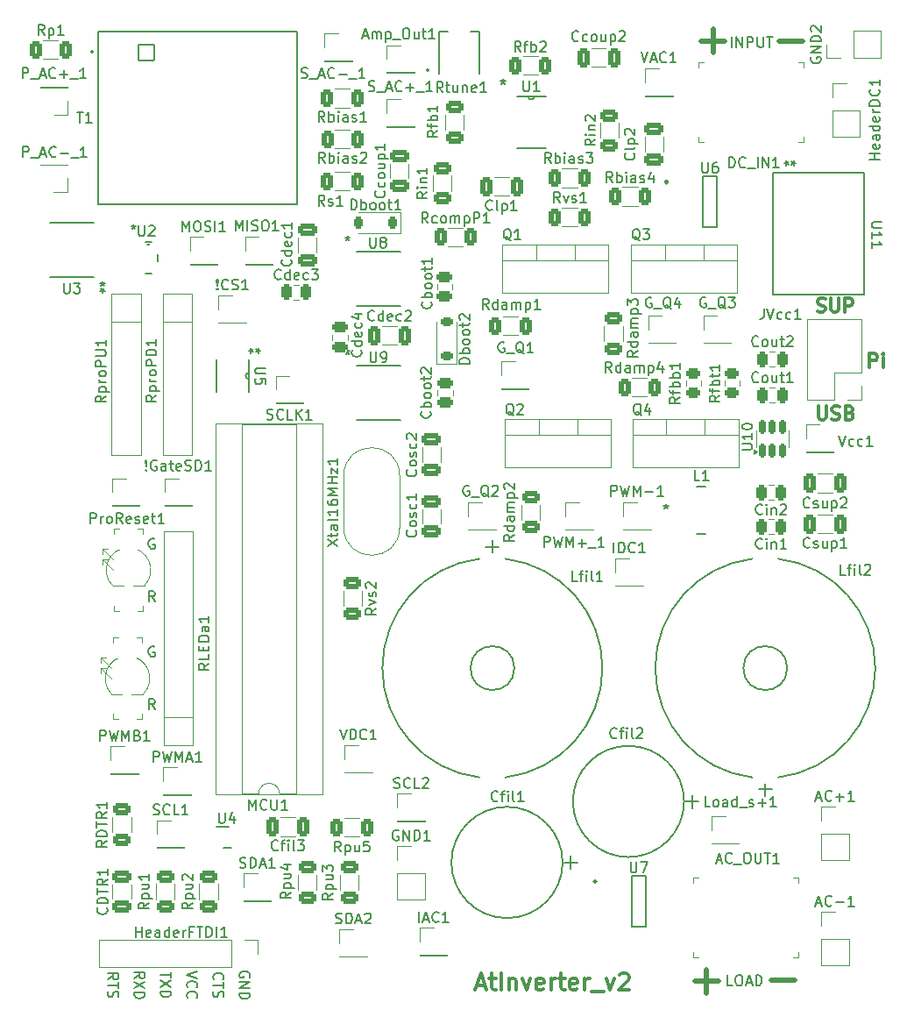
<source format=gto>
G04 #@! TF.GenerationSoftware,KiCad,Pcbnew,8.0.8*
G04 #@! TF.CreationDate,2025-04-15T10:23:40-07:00*
G04 #@! TF.ProjectId,AtInverter_v2,4174496e-7665-4727-9465-725f76322e6b,v1*
G04 #@! TF.SameCoordinates,Original*
G04 #@! TF.FileFunction,Legend,Top*
G04 #@! TF.FilePolarity,Positive*
%FSLAX46Y46*%
G04 Gerber Fmt 4.6, Leading zero omitted, Abs format (unit mm)*
G04 Created by KiCad (PCBNEW 8.0.8) date 2025-04-15 10:23:40*
%MOMM*%
%LPD*%
G01*
G04 APERTURE LIST*
G04 Aperture macros list*
%AMRoundRect*
0 Rectangle with rounded corners*
0 $1 Rounding radius*
0 $2 $3 $4 $5 $6 $7 $8 $9 X,Y pos of 4 corners*
0 Add a 4 corners polygon primitive as box body*
4,1,4,$2,$3,$4,$5,$6,$7,$8,$9,$2,$3,0*
0 Add four circle primitives for the rounded corners*
1,1,$1+$1,$2,$3*
1,1,$1+$1,$4,$5*
1,1,$1+$1,$6,$7*
1,1,$1+$1,$8,$9*
0 Add four rect primitives between the rounded corners*
20,1,$1+$1,$2,$3,$4,$5,0*
20,1,$1+$1,$4,$5,$6,$7,0*
20,1,$1+$1,$6,$7,$8,$9,0*
20,1,$1+$1,$8,$9,$2,$3,0*%
G04 Aperture macros list end*
%ADD10C,0.300000*%
%ADD11C,0.304800*%
%ADD12C,0.200000*%
%ADD13C,0.150000*%
%ADD14C,0.500000*%
%ADD15C,0.120000*%
%ADD16C,0.152400*%
%ADD17C,0.100000*%
%ADD18C,0.127000*%
%ADD19C,0.250000*%
%ADD20R,1.700000X1.700000*%
%ADD21RoundRect,0.250000X0.650000X-0.325000X0.650000X0.325000X-0.650000X0.325000X-0.650000X-0.325000X0*%
%ADD22RoundRect,0.250000X0.312500X0.625000X-0.312500X0.625000X-0.312500X-0.625000X0.312500X-0.625000X0*%
%ADD23R,1.905000X2.000000*%
%ADD24O,1.905000X2.000000*%
%ADD25RoundRect,0.250000X-0.625000X0.312500X-0.625000X-0.312500X0.625000X-0.312500X0.625000X0.312500X0*%
%ADD26RoundRect,0.250000X-0.312500X-0.625000X0.312500X-0.625000X0.312500X0.625000X-0.312500X0.625000X0*%
%ADD27R,1.460500X0.533400*%
%ADD28RoundRect,0.225000X0.375000X-0.225000X0.375000X0.225000X-0.375000X0.225000X-0.375000X-0.225000X0*%
%ADD29R,1.981200X0.558800*%
%ADD30RoundRect,0.250000X-0.325000X-0.650000X0.325000X-0.650000X0.325000X0.650000X-0.325000X0.650000X0*%
%ADD31R,1.600000X1.600000*%
%ADD32O,1.600000X1.600000*%
%ADD33RoundRect,0.250000X0.625000X-0.312500X0.625000X0.312500X-0.625000X0.312500X-0.625000X-0.312500X0*%
%ADD34RoundRect,0.250000X0.325000X0.650000X-0.325000X0.650000X-0.325000X-0.650000X0.325000X-0.650000X0*%
%ADD35RoundRect,0.250000X-0.475000X0.250000X-0.475000X-0.250000X0.475000X-0.250000X0.475000X0.250000X0*%
%ADD36C,2.100000*%
%ADD37R,0.457200X1.371600*%
%ADD38RoundRect,0.150000X0.150000X-0.512500X0.150000X0.512500X-0.150000X0.512500X-0.150000X-0.512500X0*%
%ADD39R,1.473200X0.558800*%
%ADD40RoundRect,0.250000X0.450000X-0.262500X0.450000X0.262500X-0.450000X0.262500X-0.450000X-0.262500X0*%
%ADD41O,1.700000X1.700000*%
%ADD42R,1.600200X1.600200*%
%ADD43C,1.600200*%
%ADD44C,1.500000*%
%ADD45RoundRect,0.250000X-0.250000X-0.475000X0.250000X-0.475000X0.250000X0.475000X-0.250000X0.475000X0*%
%ADD46R,1.460500X0.558800*%
%ADD47C,1.371600*%
%ADD48RoundRect,0.250000X0.250000X0.475000X-0.250000X0.475000X-0.250000X-0.475000X0.250000X-0.475000X0*%
%ADD49RoundRect,0.225000X0.225000X0.375000X-0.225000X0.375000X-0.225000X-0.375000X0.225000X-0.375000X0*%
%ADD50R,1.193800X1.193800*%
%ADD51R,1.600200X1.498600*%
%ADD52O,0.599999X0.249999*%
%ADD53R,1.803400X4.495800*%
%ADD54RoundRect,0.102000X-0.754000X-0.754000X0.754000X-0.754000X0.754000X0.754000X-0.754000X0.754000X0*%
%ADD55C,1.712000*%
%ADD56R,2.500000X2.500000*%
%ADD57C,2.500000*%
%ADD58RoundRect,0.250000X-0.650000X0.325000X-0.650000X-0.325000X0.650000X-0.325000X0.650000X0.325000X0*%
%ADD59C,2.565400*%
%ADD60R,2.469157X0.622132*%
%ADD61RoundRect,0.250000X-0.450000X0.262500X-0.450000X-0.262500X0.450000X-0.262500X0.450000X0.262500X0*%
G04 APERTURE END LIST*
D10*
X107709617Y-134836647D02*
X108471522Y-134836647D01*
X107557236Y-135293790D02*
X108090570Y-133693790D01*
X108090570Y-133693790D02*
X108623903Y-135293790D01*
X108928665Y-134227123D02*
X109538189Y-134227123D01*
X109157237Y-133693790D02*
X109157237Y-135065219D01*
X109157237Y-135065219D02*
X109233427Y-135217600D01*
X109233427Y-135217600D02*
X109385808Y-135293790D01*
X109385808Y-135293790D02*
X109538189Y-135293790D01*
X110071523Y-135293790D02*
X110071523Y-133693790D01*
X110833428Y-134227123D02*
X110833428Y-135293790D01*
X110833428Y-134379504D02*
X110909618Y-134303314D01*
X110909618Y-134303314D02*
X111061999Y-134227123D01*
X111061999Y-134227123D02*
X111290571Y-134227123D01*
X111290571Y-134227123D02*
X111442952Y-134303314D01*
X111442952Y-134303314D02*
X111519142Y-134455695D01*
X111519142Y-134455695D02*
X111519142Y-135293790D01*
X112128666Y-134227123D02*
X112509618Y-135293790D01*
X112509618Y-135293790D02*
X112890571Y-134227123D01*
X114109619Y-135217600D02*
X113957238Y-135293790D01*
X113957238Y-135293790D02*
X113652476Y-135293790D01*
X113652476Y-135293790D02*
X113500095Y-135217600D01*
X113500095Y-135217600D02*
X113423904Y-135065219D01*
X113423904Y-135065219D02*
X113423904Y-134455695D01*
X113423904Y-134455695D02*
X113500095Y-134303314D01*
X113500095Y-134303314D02*
X113652476Y-134227123D01*
X113652476Y-134227123D02*
X113957238Y-134227123D01*
X113957238Y-134227123D02*
X114109619Y-134303314D01*
X114109619Y-134303314D02*
X114185809Y-134455695D01*
X114185809Y-134455695D02*
X114185809Y-134608076D01*
X114185809Y-134608076D02*
X113423904Y-134760457D01*
X114871524Y-135293790D02*
X114871524Y-134227123D01*
X114871524Y-134531885D02*
X114947714Y-134379504D01*
X114947714Y-134379504D02*
X115023905Y-134303314D01*
X115023905Y-134303314D02*
X115176286Y-134227123D01*
X115176286Y-134227123D02*
X115328667Y-134227123D01*
X115633428Y-134227123D02*
X116242952Y-134227123D01*
X115862000Y-133693790D02*
X115862000Y-135065219D01*
X115862000Y-135065219D02*
X115938190Y-135217600D01*
X115938190Y-135217600D02*
X116090571Y-135293790D01*
X116090571Y-135293790D02*
X116242952Y-135293790D01*
X117385810Y-135217600D02*
X117233429Y-135293790D01*
X117233429Y-135293790D02*
X116928667Y-135293790D01*
X116928667Y-135293790D02*
X116776286Y-135217600D01*
X116776286Y-135217600D02*
X116700095Y-135065219D01*
X116700095Y-135065219D02*
X116700095Y-134455695D01*
X116700095Y-134455695D02*
X116776286Y-134303314D01*
X116776286Y-134303314D02*
X116928667Y-134227123D01*
X116928667Y-134227123D02*
X117233429Y-134227123D01*
X117233429Y-134227123D02*
X117385810Y-134303314D01*
X117385810Y-134303314D02*
X117462000Y-134455695D01*
X117462000Y-134455695D02*
X117462000Y-134608076D01*
X117462000Y-134608076D02*
X116700095Y-134760457D01*
X118147715Y-135293790D02*
X118147715Y-134227123D01*
X118147715Y-134531885D02*
X118223905Y-134379504D01*
X118223905Y-134379504D02*
X118300096Y-134303314D01*
X118300096Y-134303314D02*
X118452477Y-134227123D01*
X118452477Y-134227123D02*
X118604858Y-134227123D01*
X118757239Y-135446171D02*
X119976286Y-135446171D01*
X120204858Y-134227123D02*
X120585810Y-135293790D01*
X120585810Y-135293790D02*
X120966763Y-134227123D01*
X121500096Y-133846171D02*
X121576287Y-133769980D01*
X121576287Y-133769980D02*
X121728668Y-133693790D01*
X121728668Y-133693790D02*
X122109620Y-133693790D01*
X122109620Y-133693790D02*
X122262001Y-133769980D01*
X122262001Y-133769980D02*
X122338192Y-133846171D01*
X122338192Y-133846171D02*
X122414382Y-133998552D01*
X122414382Y-133998552D02*
X122414382Y-134150933D01*
X122414382Y-134150933D02*
X122338192Y-134379504D01*
X122338192Y-134379504D02*
X121423906Y-135293790D01*
X121423906Y-135293790D02*
X122414382Y-135293790D01*
D11*
X140639219Y-69764050D02*
X140824933Y-69825954D01*
X140824933Y-69825954D02*
X141134457Y-69825954D01*
X141134457Y-69825954D02*
X141258266Y-69764050D01*
X141258266Y-69764050D02*
X141320171Y-69702145D01*
X141320171Y-69702145D02*
X141382076Y-69578335D01*
X141382076Y-69578335D02*
X141382076Y-69454526D01*
X141382076Y-69454526D02*
X141320171Y-69330716D01*
X141320171Y-69330716D02*
X141258266Y-69268811D01*
X141258266Y-69268811D02*
X141134457Y-69206907D01*
X141134457Y-69206907D02*
X140886838Y-69145002D01*
X140886838Y-69145002D02*
X140763028Y-69083097D01*
X140763028Y-69083097D02*
X140701123Y-69021192D01*
X140701123Y-69021192D02*
X140639219Y-68897383D01*
X140639219Y-68897383D02*
X140639219Y-68773573D01*
X140639219Y-68773573D02*
X140701123Y-68649764D01*
X140701123Y-68649764D02*
X140763028Y-68587859D01*
X140763028Y-68587859D02*
X140886838Y-68525954D01*
X140886838Y-68525954D02*
X141196361Y-68525954D01*
X141196361Y-68525954D02*
X141382076Y-68587859D01*
X141939218Y-68525954D02*
X141939218Y-69578335D01*
X141939218Y-69578335D02*
X142001123Y-69702145D01*
X142001123Y-69702145D02*
X142063028Y-69764050D01*
X142063028Y-69764050D02*
X142186837Y-69825954D01*
X142186837Y-69825954D02*
X142434456Y-69825954D01*
X142434456Y-69825954D02*
X142558266Y-69764050D01*
X142558266Y-69764050D02*
X142620171Y-69702145D01*
X142620171Y-69702145D02*
X142682075Y-69578335D01*
X142682075Y-69578335D02*
X142682075Y-68525954D01*
X143301123Y-69825954D02*
X143301123Y-68525954D01*
X143301123Y-68525954D02*
X143796361Y-68525954D01*
X143796361Y-68525954D02*
X143920171Y-68587859D01*
X143920171Y-68587859D02*
X143982076Y-68649764D01*
X143982076Y-68649764D02*
X144043980Y-68773573D01*
X144043980Y-68773573D02*
X144043980Y-68959288D01*
X144043980Y-68959288D02*
X143982076Y-69083097D01*
X143982076Y-69083097D02*
X143920171Y-69145002D01*
X143920171Y-69145002D02*
X143796361Y-69206907D01*
X143796361Y-69206907D02*
X143301123Y-69206907D01*
D12*
X132435742Y-134869019D02*
X131959552Y-134869019D01*
X131959552Y-134869019D02*
X131959552Y-133869019D01*
X132959552Y-133869019D02*
X133150028Y-133869019D01*
X133150028Y-133869019D02*
X133245266Y-133916638D01*
X133245266Y-133916638D02*
X133340504Y-134011876D01*
X133340504Y-134011876D02*
X133388123Y-134202352D01*
X133388123Y-134202352D02*
X133388123Y-134535685D01*
X133388123Y-134535685D02*
X133340504Y-134726161D01*
X133340504Y-134726161D02*
X133245266Y-134821400D01*
X133245266Y-134821400D02*
X133150028Y-134869019D01*
X133150028Y-134869019D02*
X132959552Y-134869019D01*
X132959552Y-134869019D02*
X132864314Y-134821400D01*
X132864314Y-134821400D02*
X132769076Y-134726161D01*
X132769076Y-134726161D02*
X132721457Y-134535685D01*
X132721457Y-134535685D02*
X132721457Y-134202352D01*
X132721457Y-134202352D02*
X132769076Y-134011876D01*
X132769076Y-134011876D02*
X132864314Y-133916638D01*
X132864314Y-133916638D02*
X132959552Y-133869019D01*
X133769076Y-134583304D02*
X134245266Y-134583304D01*
X133673838Y-134869019D02*
X134007171Y-133869019D01*
X134007171Y-133869019D02*
X134340504Y-134869019D01*
X134673838Y-134869019D02*
X134673838Y-133869019D01*
X134673838Y-133869019D02*
X134911933Y-133869019D01*
X134911933Y-133869019D02*
X135054790Y-133916638D01*
X135054790Y-133916638D02*
X135150028Y-134011876D01*
X135150028Y-134011876D02*
X135197647Y-134107114D01*
X135197647Y-134107114D02*
X135245266Y-134297590D01*
X135245266Y-134297590D02*
X135245266Y-134440447D01*
X135245266Y-134440447D02*
X135197647Y-134630923D01*
X135197647Y-134630923D02*
X135150028Y-134726161D01*
X135150028Y-134726161D02*
X135054790Y-134821400D01*
X135054790Y-134821400D02*
X134911933Y-134869019D01*
X134911933Y-134869019D02*
X134673838Y-134869019D01*
D11*
X140718049Y-78939954D02*
X140718049Y-79992335D01*
X140718049Y-79992335D02*
X140779954Y-80116145D01*
X140779954Y-80116145D02*
X140841859Y-80178050D01*
X140841859Y-80178050D02*
X140965668Y-80239954D01*
X140965668Y-80239954D02*
X141213287Y-80239954D01*
X141213287Y-80239954D02*
X141337097Y-80178050D01*
X141337097Y-80178050D02*
X141399002Y-80116145D01*
X141399002Y-80116145D02*
X141460906Y-79992335D01*
X141460906Y-79992335D02*
X141460906Y-78939954D01*
X142018050Y-80178050D02*
X142203764Y-80239954D01*
X142203764Y-80239954D02*
X142513288Y-80239954D01*
X142513288Y-80239954D02*
X142637097Y-80178050D01*
X142637097Y-80178050D02*
X142699002Y-80116145D01*
X142699002Y-80116145D02*
X142760907Y-79992335D01*
X142760907Y-79992335D02*
X142760907Y-79868526D01*
X142760907Y-79868526D02*
X142699002Y-79744716D01*
X142699002Y-79744716D02*
X142637097Y-79682811D01*
X142637097Y-79682811D02*
X142513288Y-79620907D01*
X142513288Y-79620907D02*
X142265669Y-79559002D01*
X142265669Y-79559002D02*
X142141859Y-79497097D01*
X142141859Y-79497097D02*
X142079954Y-79435192D01*
X142079954Y-79435192D02*
X142018050Y-79311383D01*
X142018050Y-79311383D02*
X142018050Y-79187573D01*
X142018050Y-79187573D02*
X142079954Y-79063764D01*
X142079954Y-79063764D02*
X142141859Y-79001859D01*
X142141859Y-79001859D02*
X142265669Y-78939954D01*
X142265669Y-78939954D02*
X142575192Y-78939954D01*
X142575192Y-78939954D02*
X142760907Y-79001859D01*
X143751383Y-79559002D02*
X143937097Y-79620907D01*
X143937097Y-79620907D02*
X143999002Y-79682811D01*
X143999002Y-79682811D02*
X144060906Y-79806621D01*
X144060906Y-79806621D02*
X144060906Y-79992335D01*
X144060906Y-79992335D02*
X143999002Y-80116145D01*
X143999002Y-80116145D02*
X143937097Y-80178050D01*
X143937097Y-80178050D02*
X143813287Y-80239954D01*
X143813287Y-80239954D02*
X143318049Y-80239954D01*
X143318049Y-80239954D02*
X143318049Y-78939954D01*
X143318049Y-78939954D02*
X143751383Y-78939954D01*
X143751383Y-78939954D02*
X143875192Y-79001859D01*
X143875192Y-79001859D02*
X143937097Y-79063764D01*
X143937097Y-79063764D02*
X143999002Y-79187573D01*
X143999002Y-79187573D02*
X143999002Y-79311383D01*
X143999002Y-79311383D02*
X143937097Y-79435192D01*
X143937097Y-79435192D02*
X143875192Y-79497097D01*
X143875192Y-79497097D02*
X143751383Y-79559002D01*
X143751383Y-79559002D02*
X143318049Y-79559002D01*
X145653999Y-75134554D02*
X145653999Y-73834554D01*
X145653999Y-73834554D02*
X146149237Y-73834554D01*
X146149237Y-73834554D02*
X146273047Y-73896459D01*
X146273047Y-73896459D02*
X146334952Y-73958364D01*
X146334952Y-73958364D02*
X146396856Y-74082173D01*
X146396856Y-74082173D02*
X146396856Y-74267888D01*
X146396856Y-74267888D02*
X146334952Y-74391697D01*
X146334952Y-74391697D02*
X146273047Y-74453602D01*
X146273047Y-74453602D02*
X146149237Y-74515507D01*
X146149237Y-74515507D02*
X145653999Y-74515507D01*
X146953999Y-75134554D02*
X146953999Y-74267888D01*
X146953999Y-73834554D02*
X146892095Y-73896459D01*
X146892095Y-73896459D02*
X146953999Y-73958364D01*
X146953999Y-73958364D02*
X147015904Y-73896459D01*
X147015904Y-73896459D02*
X146953999Y-73834554D01*
X146953999Y-73834554D02*
X146953999Y-73958364D01*
D12*
X132310429Y-44267219D02*
X132310429Y-43267219D01*
X132786619Y-44267219D02*
X132786619Y-43267219D01*
X132786619Y-43267219D02*
X133358047Y-44267219D01*
X133358047Y-44267219D02*
X133358047Y-43267219D01*
X133834238Y-44267219D02*
X133834238Y-43267219D01*
X133834238Y-43267219D02*
X134215190Y-43267219D01*
X134215190Y-43267219D02*
X134310428Y-43314838D01*
X134310428Y-43314838D02*
X134358047Y-43362457D01*
X134358047Y-43362457D02*
X134405666Y-43457695D01*
X134405666Y-43457695D02*
X134405666Y-43600552D01*
X134405666Y-43600552D02*
X134358047Y-43695790D01*
X134358047Y-43695790D02*
X134310428Y-43743409D01*
X134310428Y-43743409D02*
X134215190Y-43791028D01*
X134215190Y-43791028D02*
X133834238Y-43791028D01*
X134834238Y-43267219D02*
X134834238Y-44076742D01*
X134834238Y-44076742D02*
X134881857Y-44171980D01*
X134881857Y-44171980D02*
X134929476Y-44219600D01*
X134929476Y-44219600D02*
X135024714Y-44267219D01*
X135024714Y-44267219D02*
X135215190Y-44267219D01*
X135215190Y-44267219D02*
X135310428Y-44219600D01*
X135310428Y-44219600D02*
X135358047Y-44171980D01*
X135358047Y-44171980D02*
X135405666Y-44076742D01*
X135405666Y-44076742D02*
X135405666Y-43267219D01*
X135739000Y-43267219D02*
X136310428Y-43267219D01*
X136024714Y-44267219D02*
X136024714Y-43267219D01*
D13*
X123585505Y-44717619D02*
X123918838Y-45717619D01*
X123918838Y-45717619D02*
X124252171Y-44717619D01*
X124537886Y-45431904D02*
X125014076Y-45431904D01*
X124442648Y-45717619D02*
X124775981Y-44717619D01*
X124775981Y-44717619D02*
X125109314Y-45717619D01*
X126014076Y-45622380D02*
X125966457Y-45670000D01*
X125966457Y-45670000D02*
X125823600Y-45717619D01*
X125823600Y-45717619D02*
X125728362Y-45717619D01*
X125728362Y-45717619D02*
X125585505Y-45670000D01*
X125585505Y-45670000D02*
X125490267Y-45574761D01*
X125490267Y-45574761D02*
X125442648Y-45479523D01*
X125442648Y-45479523D02*
X125395029Y-45289047D01*
X125395029Y-45289047D02*
X125395029Y-45146190D01*
X125395029Y-45146190D02*
X125442648Y-44955714D01*
X125442648Y-44955714D02*
X125490267Y-44860476D01*
X125490267Y-44860476D02*
X125585505Y-44765238D01*
X125585505Y-44765238D02*
X125728362Y-44717619D01*
X125728362Y-44717619D02*
X125823600Y-44717619D01*
X125823600Y-44717619D02*
X125966457Y-44765238D01*
X125966457Y-44765238D02*
X126014076Y-44812857D01*
X126966457Y-45717619D02*
X126395029Y-45717619D01*
X126680743Y-45717619D02*
X126680743Y-44717619D01*
X126680743Y-44717619D02*
X126585505Y-44860476D01*
X126585505Y-44860476D02*
X126490267Y-44955714D01*
X126490267Y-44955714D02*
X126395029Y-45003333D01*
X98759180Y-58137181D02*
X98806800Y-58184800D01*
X98806800Y-58184800D02*
X98854419Y-58327657D01*
X98854419Y-58327657D02*
X98854419Y-58422895D01*
X98854419Y-58422895D02*
X98806800Y-58565752D01*
X98806800Y-58565752D02*
X98711561Y-58660990D01*
X98711561Y-58660990D02*
X98616323Y-58708609D01*
X98616323Y-58708609D02*
X98425847Y-58756228D01*
X98425847Y-58756228D02*
X98282990Y-58756228D01*
X98282990Y-58756228D02*
X98092514Y-58708609D01*
X98092514Y-58708609D02*
X97997276Y-58660990D01*
X97997276Y-58660990D02*
X97902038Y-58565752D01*
X97902038Y-58565752D02*
X97854419Y-58422895D01*
X97854419Y-58422895D02*
X97854419Y-58327657D01*
X97854419Y-58327657D02*
X97902038Y-58184800D01*
X97902038Y-58184800D02*
X97949657Y-58137181D01*
X98806800Y-57280038D02*
X98854419Y-57375276D01*
X98854419Y-57375276D02*
X98854419Y-57565752D01*
X98854419Y-57565752D02*
X98806800Y-57660990D01*
X98806800Y-57660990D02*
X98759180Y-57708609D01*
X98759180Y-57708609D02*
X98663942Y-57756228D01*
X98663942Y-57756228D02*
X98378228Y-57756228D01*
X98378228Y-57756228D02*
X98282990Y-57708609D01*
X98282990Y-57708609D02*
X98235371Y-57660990D01*
X98235371Y-57660990D02*
X98187752Y-57565752D01*
X98187752Y-57565752D02*
X98187752Y-57375276D01*
X98187752Y-57375276D02*
X98235371Y-57280038D01*
X98854419Y-56708609D02*
X98806800Y-56803847D01*
X98806800Y-56803847D02*
X98759180Y-56851466D01*
X98759180Y-56851466D02*
X98663942Y-56899085D01*
X98663942Y-56899085D02*
X98378228Y-56899085D01*
X98378228Y-56899085D02*
X98282990Y-56851466D01*
X98282990Y-56851466D02*
X98235371Y-56803847D01*
X98235371Y-56803847D02*
X98187752Y-56708609D01*
X98187752Y-56708609D02*
X98187752Y-56565752D01*
X98187752Y-56565752D02*
X98235371Y-56470514D01*
X98235371Y-56470514D02*
X98282990Y-56422895D01*
X98282990Y-56422895D02*
X98378228Y-56375276D01*
X98378228Y-56375276D02*
X98663942Y-56375276D01*
X98663942Y-56375276D02*
X98759180Y-56422895D01*
X98759180Y-56422895D02*
X98806800Y-56470514D01*
X98806800Y-56470514D02*
X98854419Y-56565752D01*
X98854419Y-56565752D02*
X98854419Y-56708609D01*
X98187752Y-55518133D02*
X98854419Y-55518133D01*
X98187752Y-55946704D02*
X98711561Y-55946704D01*
X98711561Y-55946704D02*
X98806800Y-55899085D01*
X98806800Y-55899085D02*
X98854419Y-55803847D01*
X98854419Y-55803847D02*
X98854419Y-55660990D01*
X98854419Y-55660990D02*
X98806800Y-55565752D01*
X98806800Y-55565752D02*
X98759180Y-55518133D01*
X98187752Y-55041942D02*
X99187752Y-55041942D01*
X98235371Y-55041942D02*
X98187752Y-54946704D01*
X98187752Y-54946704D02*
X98187752Y-54756228D01*
X98187752Y-54756228D02*
X98235371Y-54660990D01*
X98235371Y-54660990D02*
X98282990Y-54613371D01*
X98282990Y-54613371D02*
X98378228Y-54565752D01*
X98378228Y-54565752D02*
X98663942Y-54565752D01*
X98663942Y-54565752D02*
X98759180Y-54613371D01*
X98759180Y-54613371D02*
X98806800Y-54660990D01*
X98806800Y-54660990D02*
X98854419Y-54756228D01*
X98854419Y-54756228D02*
X98854419Y-54946704D01*
X98854419Y-54946704D02*
X98806800Y-55041942D01*
X98854419Y-53613371D02*
X98854419Y-54184799D01*
X98854419Y-53899085D02*
X97854419Y-53899085D01*
X97854419Y-53899085D02*
X97997276Y-53994323D01*
X97997276Y-53994323D02*
X98092514Y-54089561D01*
X98092514Y-54089561D02*
X98140133Y-54184799D01*
X93027714Y-55411619D02*
X92694381Y-54935428D01*
X92456286Y-55411619D02*
X92456286Y-54411619D01*
X92456286Y-54411619D02*
X92837238Y-54411619D01*
X92837238Y-54411619D02*
X92932476Y-54459238D01*
X92932476Y-54459238D02*
X92980095Y-54506857D01*
X92980095Y-54506857D02*
X93027714Y-54602095D01*
X93027714Y-54602095D02*
X93027714Y-54744952D01*
X93027714Y-54744952D02*
X92980095Y-54840190D01*
X92980095Y-54840190D02*
X92932476Y-54887809D01*
X92932476Y-54887809D02*
X92837238Y-54935428D01*
X92837238Y-54935428D02*
X92456286Y-54935428D01*
X93456286Y-55411619D02*
X93456286Y-54411619D01*
X93456286Y-54792571D02*
X93551524Y-54744952D01*
X93551524Y-54744952D02*
X93742000Y-54744952D01*
X93742000Y-54744952D02*
X93837238Y-54792571D01*
X93837238Y-54792571D02*
X93884857Y-54840190D01*
X93884857Y-54840190D02*
X93932476Y-54935428D01*
X93932476Y-54935428D02*
X93932476Y-55221142D01*
X93932476Y-55221142D02*
X93884857Y-55316380D01*
X93884857Y-55316380D02*
X93837238Y-55364000D01*
X93837238Y-55364000D02*
X93742000Y-55411619D01*
X93742000Y-55411619D02*
X93551524Y-55411619D01*
X93551524Y-55411619D02*
X93456286Y-55364000D01*
X94361048Y-55411619D02*
X94361048Y-54744952D01*
X94361048Y-54411619D02*
X94313429Y-54459238D01*
X94313429Y-54459238D02*
X94361048Y-54506857D01*
X94361048Y-54506857D02*
X94408667Y-54459238D01*
X94408667Y-54459238D02*
X94361048Y-54411619D01*
X94361048Y-54411619D02*
X94361048Y-54506857D01*
X95265809Y-55411619D02*
X95265809Y-54887809D01*
X95265809Y-54887809D02*
X95218190Y-54792571D01*
X95218190Y-54792571D02*
X95122952Y-54744952D01*
X95122952Y-54744952D02*
X94932476Y-54744952D01*
X94932476Y-54744952D02*
X94837238Y-54792571D01*
X95265809Y-55364000D02*
X95170571Y-55411619D01*
X95170571Y-55411619D02*
X94932476Y-55411619D01*
X94932476Y-55411619D02*
X94837238Y-55364000D01*
X94837238Y-55364000D02*
X94789619Y-55268761D01*
X94789619Y-55268761D02*
X94789619Y-55173523D01*
X94789619Y-55173523D02*
X94837238Y-55078285D01*
X94837238Y-55078285D02*
X94932476Y-55030666D01*
X94932476Y-55030666D02*
X95170571Y-55030666D01*
X95170571Y-55030666D02*
X95265809Y-54983047D01*
X95694381Y-55364000D02*
X95789619Y-55411619D01*
X95789619Y-55411619D02*
X95980095Y-55411619D01*
X95980095Y-55411619D02*
X96075333Y-55364000D01*
X96075333Y-55364000D02*
X96122952Y-55268761D01*
X96122952Y-55268761D02*
X96122952Y-55221142D01*
X96122952Y-55221142D02*
X96075333Y-55125904D01*
X96075333Y-55125904D02*
X95980095Y-55078285D01*
X95980095Y-55078285D02*
X95837238Y-55078285D01*
X95837238Y-55078285D02*
X95742000Y-55030666D01*
X95742000Y-55030666D02*
X95694381Y-54935428D01*
X95694381Y-54935428D02*
X95694381Y-54887809D01*
X95694381Y-54887809D02*
X95742000Y-54792571D01*
X95742000Y-54792571D02*
X95837238Y-54744952D01*
X95837238Y-54744952D02*
X95980095Y-54744952D01*
X95980095Y-54744952D02*
X96075333Y-54792571D01*
X96503905Y-54506857D02*
X96551524Y-54459238D01*
X96551524Y-54459238D02*
X96646762Y-54411619D01*
X96646762Y-54411619D02*
X96884857Y-54411619D01*
X96884857Y-54411619D02*
X96980095Y-54459238D01*
X96980095Y-54459238D02*
X97027714Y-54506857D01*
X97027714Y-54506857D02*
X97075333Y-54602095D01*
X97075333Y-54602095D02*
X97075333Y-54697333D01*
X97075333Y-54697333D02*
X97027714Y-54840190D01*
X97027714Y-54840190D02*
X96456286Y-55411619D01*
X96456286Y-55411619D02*
X97075333Y-55411619D01*
X123475761Y-62907057D02*
X123380523Y-62859438D01*
X123380523Y-62859438D02*
X123285285Y-62764200D01*
X123285285Y-62764200D02*
X123142428Y-62621342D01*
X123142428Y-62621342D02*
X123047190Y-62573723D01*
X123047190Y-62573723D02*
X122951952Y-62573723D01*
X122999571Y-62811819D02*
X122904333Y-62764200D01*
X122904333Y-62764200D02*
X122809095Y-62668961D01*
X122809095Y-62668961D02*
X122761476Y-62478485D01*
X122761476Y-62478485D02*
X122761476Y-62145152D01*
X122761476Y-62145152D02*
X122809095Y-61954676D01*
X122809095Y-61954676D02*
X122904333Y-61859438D01*
X122904333Y-61859438D02*
X122999571Y-61811819D01*
X122999571Y-61811819D02*
X123190047Y-61811819D01*
X123190047Y-61811819D02*
X123285285Y-61859438D01*
X123285285Y-61859438D02*
X123380523Y-61954676D01*
X123380523Y-61954676D02*
X123428142Y-62145152D01*
X123428142Y-62145152D02*
X123428142Y-62478485D01*
X123428142Y-62478485D02*
X123380523Y-62668961D01*
X123380523Y-62668961D02*
X123285285Y-62764200D01*
X123285285Y-62764200D02*
X123190047Y-62811819D01*
X123190047Y-62811819D02*
X122999571Y-62811819D01*
X123761476Y-61811819D02*
X124380523Y-61811819D01*
X124380523Y-61811819D02*
X124047190Y-62192771D01*
X124047190Y-62192771D02*
X124190047Y-62192771D01*
X124190047Y-62192771D02*
X124285285Y-62240390D01*
X124285285Y-62240390D02*
X124332904Y-62288009D01*
X124332904Y-62288009D02*
X124380523Y-62383247D01*
X124380523Y-62383247D02*
X124380523Y-62621342D01*
X124380523Y-62621342D02*
X124332904Y-62716580D01*
X124332904Y-62716580D02*
X124285285Y-62764200D01*
X124285285Y-62764200D02*
X124190047Y-62811819D01*
X124190047Y-62811819D02*
X123904333Y-62811819D01*
X123904333Y-62811819D02*
X123809095Y-62764200D01*
X123809095Y-62764200D02*
X123761476Y-62716580D01*
X71981219Y-120876819D02*
X71505028Y-121210152D01*
X71981219Y-121448247D02*
X70981219Y-121448247D01*
X70981219Y-121448247D02*
X70981219Y-121067295D01*
X70981219Y-121067295D02*
X71028838Y-120972057D01*
X71028838Y-120972057D02*
X71076457Y-120924438D01*
X71076457Y-120924438D02*
X71171695Y-120876819D01*
X71171695Y-120876819D02*
X71314552Y-120876819D01*
X71314552Y-120876819D02*
X71409790Y-120924438D01*
X71409790Y-120924438D02*
X71457409Y-120972057D01*
X71457409Y-120972057D02*
X71505028Y-121067295D01*
X71505028Y-121067295D02*
X71505028Y-121448247D01*
X71981219Y-120448247D02*
X70981219Y-120448247D01*
X70981219Y-120448247D02*
X70981219Y-120210152D01*
X70981219Y-120210152D02*
X71028838Y-120067295D01*
X71028838Y-120067295D02*
X71124076Y-119972057D01*
X71124076Y-119972057D02*
X71219314Y-119924438D01*
X71219314Y-119924438D02*
X71409790Y-119876819D01*
X71409790Y-119876819D02*
X71552647Y-119876819D01*
X71552647Y-119876819D02*
X71743123Y-119924438D01*
X71743123Y-119924438D02*
X71838361Y-119972057D01*
X71838361Y-119972057D02*
X71933600Y-120067295D01*
X71933600Y-120067295D02*
X71981219Y-120210152D01*
X71981219Y-120210152D02*
X71981219Y-120448247D01*
X70981219Y-119591104D02*
X70981219Y-119019676D01*
X71981219Y-119305390D02*
X70981219Y-119305390D01*
X71981219Y-118114914D02*
X71505028Y-118448247D01*
X71981219Y-118686342D02*
X70981219Y-118686342D01*
X70981219Y-118686342D02*
X70981219Y-118305390D01*
X70981219Y-118305390D02*
X71028838Y-118210152D01*
X71028838Y-118210152D02*
X71076457Y-118162533D01*
X71076457Y-118162533D02*
X71171695Y-118114914D01*
X71171695Y-118114914D02*
X71314552Y-118114914D01*
X71314552Y-118114914D02*
X71409790Y-118162533D01*
X71409790Y-118162533D02*
X71457409Y-118210152D01*
X71457409Y-118210152D02*
X71505028Y-118305390D01*
X71505028Y-118305390D02*
X71505028Y-118686342D01*
X71981219Y-117162533D02*
X71981219Y-117733961D01*
X71981219Y-117448247D02*
X70981219Y-117448247D01*
X70981219Y-117448247D02*
X71124076Y-117543485D01*
X71124076Y-117543485D02*
X71219314Y-117638723D01*
X71219314Y-117638723D02*
X71266933Y-117733961D01*
X120815314Y-57316419D02*
X120481981Y-56840228D01*
X120243886Y-57316419D02*
X120243886Y-56316419D01*
X120243886Y-56316419D02*
X120624838Y-56316419D01*
X120624838Y-56316419D02*
X120720076Y-56364038D01*
X120720076Y-56364038D02*
X120767695Y-56411657D01*
X120767695Y-56411657D02*
X120815314Y-56506895D01*
X120815314Y-56506895D02*
X120815314Y-56649752D01*
X120815314Y-56649752D02*
X120767695Y-56744990D01*
X120767695Y-56744990D02*
X120720076Y-56792609D01*
X120720076Y-56792609D02*
X120624838Y-56840228D01*
X120624838Y-56840228D02*
X120243886Y-56840228D01*
X121243886Y-57316419D02*
X121243886Y-56316419D01*
X121243886Y-56697371D02*
X121339124Y-56649752D01*
X121339124Y-56649752D02*
X121529600Y-56649752D01*
X121529600Y-56649752D02*
X121624838Y-56697371D01*
X121624838Y-56697371D02*
X121672457Y-56744990D01*
X121672457Y-56744990D02*
X121720076Y-56840228D01*
X121720076Y-56840228D02*
X121720076Y-57125942D01*
X121720076Y-57125942D02*
X121672457Y-57221180D01*
X121672457Y-57221180D02*
X121624838Y-57268800D01*
X121624838Y-57268800D02*
X121529600Y-57316419D01*
X121529600Y-57316419D02*
X121339124Y-57316419D01*
X121339124Y-57316419D02*
X121243886Y-57268800D01*
X122148648Y-57316419D02*
X122148648Y-56649752D01*
X122148648Y-56316419D02*
X122101029Y-56364038D01*
X122101029Y-56364038D02*
X122148648Y-56411657D01*
X122148648Y-56411657D02*
X122196267Y-56364038D01*
X122196267Y-56364038D02*
X122148648Y-56316419D01*
X122148648Y-56316419D02*
X122148648Y-56411657D01*
X123053409Y-57316419D02*
X123053409Y-56792609D01*
X123053409Y-56792609D02*
X123005790Y-56697371D01*
X123005790Y-56697371D02*
X122910552Y-56649752D01*
X122910552Y-56649752D02*
X122720076Y-56649752D01*
X122720076Y-56649752D02*
X122624838Y-56697371D01*
X123053409Y-57268800D02*
X122958171Y-57316419D01*
X122958171Y-57316419D02*
X122720076Y-57316419D01*
X122720076Y-57316419D02*
X122624838Y-57268800D01*
X122624838Y-57268800D02*
X122577219Y-57173561D01*
X122577219Y-57173561D02*
X122577219Y-57078323D01*
X122577219Y-57078323D02*
X122624838Y-56983085D01*
X122624838Y-56983085D02*
X122720076Y-56935466D01*
X122720076Y-56935466D02*
X122958171Y-56935466D01*
X122958171Y-56935466D02*
X123053409Y-56887847D01*
X123481981Y-57268800D02*
X123577219Y-57316419D01*
X123577219Y-57316419D02*
X123767695Y-57316419D01*
X123767695Y-57316419D02*
X123862933Y-57268800D01*
X123862933Y-57268800D02*
X123910552Y-57173561D01*
X123910552Y-57173561D02*
X123910552Y-57125942D01*
X123910552Y-57125942D02*
X123862933Y-57030704D01*
X123862933Y-57030704D02*
X123767695Y-56983085D01*
X123767695Y-56983085D02*
X123624838Y-56983085D01*
X123624838Y-56983085D02*
X123529600Y-56935466D01*
X123529600Y-56935466D02*
X123481981Y-56840228D01*
X123481981Y-56840228D02*
X123481981Y-56792609D01*
X123481981Y-56792609D02*
X123529600Y-56697371D01*
X123529600Y-56697371D02*
X123624838Y-56649752D01*
X123624838Y-56649752D02*
X123767695Y-56649752D01*
X123767695Y-56649752D02*
X123862933Y-56697371D01*
X124767695Y-56649752D02*
X124767695Y-57316419D01*
X124529600Y-56268800D02*
X124291505Y-56983085D01*
X124291505Y-56983085D02*
X124910552Y-56983085D01*
X96701409Y-43145904D02*
X97177599Y-43145904D01*
X96606171Y-43431619D02*
X96939504Y-42431619D01*
X96939504Y-42431619D02*
X97272837Y-43431619D01*
X97606171Y-43431619D02*
X97606171Y-42764952D01*
X97606171Y-42860190D02*
X97653790Y-42812571D01*
X97653790Y-42812571D02*
X97749028Y-42764952D01*
X97749028Y-42764952D02*
X97891885Y-42764952D01*
X97891885Y-42764952D02*
X97987123Y-42812571D01*
X97987123Y-42812571D02*
X98034742Y-42907809D01*
X98034742Y-42907809D02*
X98034742Y-43431619D01*
X98034742Y-42907809D02*
X98082361Y-42812571D01*
X98082361Y-42812571D02*
X98177599Y-42764952D01*
X98177599Y-42764952D02*
X98320456Y-42764952D01*
X98320456Y-42764952D02*
X98415695Y-42812571D01*
X98415695Y-42812571D02*
X98463314Y-42907809D01*
X98463314Y-42907809D02*
X98463314Y-43431619D01*
X98939504Y-42764952D02*
X98939504Y-43764952D01*
X98939504Y-42812571D02*
X99034742Y-42764952D01*
X99034742Y-42764952D02*
X99225218Y-42764952D01*
X99225218Y-42764952D02*
X99320456Y-42812571D01*
X99320456Y-42812571D02*
X99368075Y-42860190D01*
X99368075Y-42860190D02*
X99415694Y-42955428D01*
X99415694Y-42955428D02*
X99415694Y-43241142D01*
X99415694Y-43241142D02*
X99368075Y-43336380D01*
X99368075Y-43336380D02*
X99320456Y-43384000D01*
X99320456Y-43384000D02*
X99225218Y-43431619D01*
X99225218Y-43431619D02*
X99034742Y-43431619D01*
X99034742Y-43431619D02*
X98939504Y-43384000D01*
X99606171Y-43526857D02*
X100368075Y-43526857D01*
X100796647Y-42431619D02*
X100987123Y-42431619D01*
X100987123Y-42431619D02*
X101082361Y-42479238D01*
X101082361Y-42479238D02*
X101177599Y-42574476D01*
X101177599Y-42574476D02*
X101225218Y-42764952D01*
X101225218Y-42764952D02*
X101225218Y-43098285D01*
X101225218Y-43098285D02*
X101177599Y-43288761D01*
X101177599Y-43288761D02*
X101082361Y-43384000D01*
X101082361Y-43384000D02*
X100987123Y-43431619D01*
X100987123Y-43431619D02*
X100796647Y-43431619D01*
X100796647Y-43431619D02*
X100701409Y-43384000D01*
X100701409Y-43384000D02*
X100606171Y-43288761D01*
X100606171Y-43288761D02*
X100558552Y-43098285D01*
X100558552Y-43098285D02*
X100558552Y-42764952D01*
X100558552Y-42764952D02*
X100606171Y-42574476D01*
X100606171Y-42574476D02*
X100701409Y-42479238D01*
X100701409Y-42479238D02*
X100796647Y-42431619D01*
X102082361Y-42764952D02*
X102082361Y-43431619D01*
X101653790Y-42764952D02*
X101653790Y-43288761D01*
X101653790Y-43288761D02*
X101701409Y-43384000D01*
X101701409Y-43384000D02*
X101796647Y-43431619D01*
X101796647Y-43431619D02*
X101939504Y-43431619D01*
X101939504Y-43431619D02*
X102034742Y-43384000D01*
X102034742Y-43384000D02*
X102082361Y-43336380D01*
X102415695Y-42764952D02*
X102796647Y-42764952D01*
X102558552Y-42431619D02*
X102558552Y-43288761D01*
X102558552Y-43288761D02*
X102606171Y-43384000D01*
X102606171Y-43384000D02*
X102701409Y-43431619D01*
X102701409Y-43431619D02*
X102796647Y-43431619D01*
X103653790Y-43431619D02*
X103082362Y-43431619D01*
X103368076Y-43431619D02*
X103368076Y-42431619D01*
X103368076Y-42431619D02*
X103272838Y-42574476D01*
X103272838Y-42574476D02*
X103177600Y-42669714D01*
X103177600Y-42669714D02*
X103082362Y-42717333D01*
X67818095Y-67018819D02*
X67818095Y-67828342D01*
X67818095Y-67828342D02*
X67865714Y-67923580D01*
X67865714Y-67923580D02*
X67913333Y-67971200D01*
X67913333Y-67971200D02*
X68008571Y-68018819D01*
X68008571Y-68018819D02*
X68199047Y-68018819D01*
X68199047Y-68018819D02*
X68294285Y-67971200D01*
X68294285Y-67971200D02*
X68341904Y-67923580D01*
X68341904Y-67923580D02*
X68389523Y-67828342D01*
X68389523Y-67828342D02*
X68389523Y-67018819D01*
X68770476Y-67018819D02*
X69389523Y-67018819D01*
X69389523Y-67018819D02*
X69056190Y-67399771D01*
X69056190Y-67399771D02*
X69199047Y-67399771D01*
X69199047Y-67399771D02*
X69294285Y-67447390D01*
X69294285Y-67447390D02*
X69341904Y-67495009D01*
X69341904Y-67495009D02*
X69389523Y-67590247D01*
X69389523Y-67590247D02*
X69389523Y-67828342D01*
X69389523Y-67828342D02*
X69341904Y-67923580D01*
X69341904Y-67923580D02*
X69294285Y-67971200D01*
X69294285Y-67971200D02*
X69199047Y-68018819D01*
X69199047Y-68018819D02*
X68913333Y-68018819D01*
X68913333Y-68018819D02*
X68818095Y-67971200D01*
X68818095Y-67971200D02*
X68770476Y-67923580D01*
X71558150Y-66891819D02*
X71558150Y-67129914D01*
X71320055Y-67034676D02*
X71558150Y-67129914D01*
X71558150Y-67129914D02*
X71796245Y-67034676D01*
X71415293Y-67320390D02*
X71558150Y-67129914D01*
X71558150Y-67129914D02*
X71701007Y-67320390D01*
X71558149Y-67982180D02*
X71558149Y-67744085D01*
X71796244Y-67839323D02*
X71558149Y-67744085D01*
X71558149Y-67744085D02*
X71320054Y-67839323D01*
X71701006Y-67553609D02*
X71558149Y-67744085D01*
X71558149Y-67744085D02*
X71415292Y-67553609D01*
X79283181Y-62031219D02*
X79283181Y-61031219D01*
X79283181Y-61031219D02*
X79616514Y-61745504D01*
X79616514Y-61745504D02*
X79949847Y-61031219D01*
X79949847Y-61031219D02*
X79949847Y-62031219D01*
X80616514Y-61031219D02*
X80806990Y-61031219D01*
X80806990Y-61031219D02*
X80902228Y-61078838D01*
X80902228Y-61078838D02*
X80997466Y-61174076D01*
X80997466Y-61174076D02*
X81045085Y-61364552D01*
X81045085Y-61364552D02*
X81045085Y-61697885D01*
X81045085Y-61697885D02*
X80997466Y-61888361D01*
X80997466Y-61888361D02*
X80902228Y-61983600D01*
X80902228Y-61983600D02*
X80806990Y-62031219D01*
X80806990Y-62031219D02*
X80616514Y-62031219D01*
X80616514Y-62031219D02*
X80521276Y-61983600D01*
X80521276Y-61983600D02*
X80426038Y-61888361D01*
X80426038Y-61888361D02*
X80378419Y-61697885D01*
X80378419Y-61697885D02*
X80378419Y-61364552D01*
X80378419Y-61364552D02*
X80426038Y-61174076D01*
X80426038Y-61174076D02*
X80521276Y-61078838D01*
X80521276Y-61078838D02*
X80616514Y-61031219D01*
X81426038Y-61983600D02*
X81568895Y-62031219D01*
X81568895Y-62031219D02*
X81806990Y-62031219D01*
X81806990Y-62031219D02*
X81902228Y-61983600D01*
X81902228Y-61983600D02*
X81949847Y-61935980D01*
X81949847Y-61935980D02*
X81997466Y-61840742D01*
X81997466Y-61840742D02*
X81997466Y-61745504D01*
X81997466Y-61745504D02*
X81949847Y-61650266D01*
X81949847Y-61650266D02*
X81902228Y-61602647D01*
X81902228Y-61602647D02*
X81806990Y-61555028D01*
X81806990Y-61555028D02*
X81616514Y-61507409D01*
X81616514Y-61507409D02*
X81521276Y-61459790D01*
X81521276Y-61459790D02*
X81473657Y-61412171D01*
X81473657Y-61412171D02*
X81426038Y-61316933D01*
X81426038Y-61316933D02*
X81426038Y-61221695D01*
X81426038Y-61221695D02*
X81473657Y-61126457D01*
X81473657Y-61126457D02*
X81521276Y-61078838D01*
X81521276Y-61078838D02*
X81616514Y-61031219D01*
X81616514Y-61031219D02*
X81854609Y-61031219D01*
X81854609Y-61031219D02*
X81997466Y-61078838D01*
X82426038Y-62031219D02*
X82426038Y-61031219D01*
X83426037Y-62031219D02*
X82854609Y-62031219D01*
X83140323Y-62031219D02*
X83140323Y-61031219D01*
X83140323Y-61031219D02*
X83045085Y-61174076D01*
X83045085Y-61174076D02*
X82949847Y-61269314D01*
X82949847Y-61269314D02*
X82854609Y-61316933D01*
X124585552Y-68463438D02*
X124490314Y-68415819D01*
X124490314Y-68415819D02*
X124347457Y-68415819D01*
X124347457Y-68415819D02*
X124204600Y-68463438D01*
X124204600Y-68463438D02*
X124109362Y-68558676D01*
X124109362Y-68558676D02*
X124061743Y-68653914D01*
X124061743Y-68653914D02*
X124014124Y-68844390D01*
X124014124Y-68844390D02*
X124014124Y-68987247D01*
X124014124Y-68987247D02*
X124061743Y-69177723D01*
X124061743Y-69177723D02*
X124109362Y-69272961D01*
X124109362Y-69272961D02*
X124204600Y-69368200D01*
X124204600Y-69368200D02*
X124347457Y-69415819D01*
X124347457Y-69415819D02*
X124442695Y-69415819D01*
X124442695Y-69415819D02*
X124585552Y-69368200D01*
X124585552Y-69368200D02*
X124633171Y-69320580D01*
X124633171Y-69320580D02*
X124633171Y-68987247D01*
X124633171Y-68987247D02*
X124442695Y-68987247D01*
X124823648Y-69511057D02*
X125585552Y-69511057D01*
X126490314Y-69511057D02*
X126395076Y-69463438D01*
X126395076Y-69463438D02*
X126299838Y-69368200D01*
X126299838Y-69368200D02*
X126156981Y-69225342D01*
X126156981Y-69225342D02*
X126061743Y-69177723D01*
X126061743Y-69177723D02*
X125966505Y-69177723D01*
X126014124Y-69415819D02*
X125918886Y-69368200D01*
X125918886Y-69368200D02*
X125823648Y-69272961D01*
X125823648Y-69272961D02*
X125776029Y-69082485D01*
X125776029Y-69082485D02*
X125776029Y-68749152D01*
X125776029Y-68749152D02*
X125823648Y-68558676D01*
X125823648Y-68558676D02*
X125918886Y-68463438D01*
X125918886Y-68463438D02*
X126014124Y-68415819D01*
X126014124Y-68415819D02*
X126204600Y-68415819D01*
X126204600Y-68415819D02*
X126299838Y-68463438D01*
X126299838Y-68463438D02*
X126395076Y-68558676D01*
X126395076Y-68558676D02*
X126442695Y-68749152D01*
X126442695Y-68749152D02*
X126442695Y-69082485D01*
X126442695Y-69082485D02*
X126395076Y-69272961D01*
X126395076Y-69272961D02*
X126299838Y-69368200D01*
X126299838Y-69368200D02*
X126204600Y-69415819D01*
X126204600Y-69415819D02*
X126014124Y-69415819D01*
X127299838Y-68749152D02*
X127299838Y-69415819D01*
X127061743Y-68368200D02*
X126823648Y-69082485D01*
X126823648Y-69082485D02*
X127442695Y-69082485D01*
X107033219Y-74821752D02*
X106033219Y-74821752D01*
X106033219Y-74821752D02*
X106033219Y-74583657D01*
X106033219Y-74583657D02*
X106080838Y-74440800D01*
X106080838Y-74440800D02*
X106176076Y-74345562D01*
X106176076Y-74345562D02*
X106271314Y-74297943D01*
X106271314Y-74297943D02*
X106461790Y-74250324D01*
X106461790Y-74250324D02*
X106604647Y-74250324D01*
X106604647Y-74250324D02*
X106795123Y-74297943D01*
X106795123Y-74297943D02*
X106890361Y-74345562D01*
X106890361Y-74345562D02*
X106985600Y-74440800D01*
X106985600Y-74440800D02*
X107033219Y-74583657D01*
X107033219Y-74583657D02*
X107033219Y-74821752D01*
X107033219Y-73821752D02*
X106033219Y-73821752D01*
X106414171Y-73821752D02*
X106366552Y-73726514D01*
X106366552Y-73726514D02*
X106366552Y-73536038D01*
X106366552Y-73536038D02*
X106414171Y-73440800D01*
X106414171Y-73440800D02*
X106461790Y-73393181D01*
X106461790Y-73393181D02*
X106557028Y-73345562D01*
X106557028Y-73345562D02*
X106842742Y-73345562D01*
X106842742Y-73345562D02*
X106937980Y-73393181D01*
X106937980Y-73393181D02*
X106985600Y-73440800D01*
X106985600Y-73440800D02*
X107033219Y-73536038D01*
X107033219Y-73536038D02*
X107033219Y-73726514D01*
X107033219Y-73726514D02*
X106985600Y-73821752D01*
X107033219Y-72774133D02*
X106985600Y-72869371D01*
X106985600Y-72869371D02*
X106937980Y-72916990D01*
X106937980Y-72916990D02*
X106842742Y-72964609D01*
X106842742Y-72964609D02*
X106557028Y-72964609D01*
X106557028Y-72964609D02*
X106461790Y-72916990D01*
X106461790Y-72916990D02*
X106414171Y-72869371D01*
X106414171Y-72869371D02*
X106366552Y-72774133D01*
X106366552Y-72774133D02*
X106366552Y-72631276D01*
X106366552Y-72631276D02*
X106414171Y-72536038D01*
X106414171Y-72536038D02*
X106461790Y-72488419D01*
X106461790Y-72488419D02*
X106557028Y-72440800D01*
X106557028Y-72440800D02*
X106842742Y-72440800D01*
X106842742Y-72440800D02*
X106937980Y-72488419D01*
X106937980Y-72488419D02*
X106985600Y-72536038D01*
X106985600Y-72536038D02*
X107033219Y-72631276D01*
X107033219Y-72631276D02*
X107033219Y-72774133D01*
X107033219Y-71869371D02*
X106985600Y-71964609D01*
X106985600Y-71964609D02*
X106937980Y-72012228D01*
X106937980Y-72012228D02*
X106842742Y-72059847D01*
X106842742Y-72059847D02*
X106557028Y-72059847D01*
X106557028Y-72059847D02*
X106461790Y-72012228D01*
X106461790Y-72012228D02*
X106414171Y-71964609D01*
X106414171Y-71964609D02*
X106366552Y-71869371D01*
X106366552Y-71869371D02*
X106366552Y-71726514D01*
X106366552Y-71726514D02*
X106414171Y-71631276D01*
X106414171Y-71631276D02*
X106461790Y-71583657D01*
X106461790Y-71583657D02*
X106557028Y-71536038D01*
X106557028Y-71536038D02*
X106842742Y-71536038D01*
X106842742Y-71536038D02*
X106937980Y-71583657D01*
X106937980Y-71583657D02*
X106985600Y-71631276D01*
X106985600Y-71631276D02*
X107033219Y-71726514D01*
X107033219Y-71726514D02*
X107033219Y-71869371D01*
X106366552Y-71250323D02*
X106366552Y-70869371D01*
X106033219Y-71107466D02*
X106890361Y-71107466D01*
X106890361Y-71107466D02*
X106985600Y-71059847D01*
X106985600Y-71059847D02*
X107033219Y-70964609D01*
X107033219Y-70964609D02*
X107033219Y-70869371D01*
X106128457Y-70583656D02*
X106080838Y-70536037D01*
X106080838Y-70536037D02*
X106033219Y-70440799D01*
X106033219Y-70440799D02*
X106033219Y-70202704D01*
X106033219Y-70202704D02*
X106080838Y-70107466D01*
X106080838Y-70107466D02*
X106128457Y-70059847D01*
X106128457Y-70059847D02*
X106223695Y-70012228D01*
X106223695Y-70012228D02*
X106318933Y-70012228D01*
X106318933Y-70012228D02*
X106461790Y-70059847D01*
X106461790Y-70059847D02*
X107033219Y-70631275D01*
X107033219Y-70631275D02*
X107033219Y-70012228D01*
X112217295Y-47511619D02*
X112217295Y-48321142D01*
X112217295Y-48321142D02*
X112264914Y-48416380D01*
X112264914Y-48416380D02*
X112312533Y-48464000D01*
X112312533Y-48464000D02*
X112407771Y-48511619D01*
X112407771Y-48511619D02*
X112598247Y-48511619D01*
X112598247Y-48511619D02*
X112693485Y-48464000D01*
X112693485Y-48464000D02*
X112741104Y-48416380D01*
X112741104Y-48416380D02*
X112788723Y-48321142D01*
X112788723Y-48321142D02*
X112788723Y-47511619D01*
X113788723Y-48511619D02*
X113217295Y-48511619D01*
X113503009Y-48511619D02*
X113503009Y-47511619D01*
X113503009Y-47511619D02*
X113407771Y-47654476D01*
X113407771Y-47654476D02*
X113312533Y-47749714D01*
X113312533Y-47749714D02*
X113217295Y-47797333D01*
X110261400Y-47359219D02*
X110261400Y-47597314D01*
X110023305Y-47502076D02*
X110261400Y-47597314D01*
X110261400Y-47597314D02*
X110499495Y-47502076D01*
X110118543Y-47787790D02*
X110261400Y-47597314D01*
X110261400Y-47597314D02*
X110404257Y-47787790D01*
X110261400Y-47359219D02*
X110261400Y-47597314D01*
X110023305Y-47502076D02*
X110261400Y-47597314D01*
X110261400Y-47597314D02*
X110499495Y-47502076D01*
X110118543Y-47787790D02*
X110261400Y-47597314D01*
X110261400Y-47597314D02*
X110404257Y-47787790D01*
X111972837Y-44701619D02*
X111639504Y-44225428D01*
X111401409Y-44701619D02*
X111401409Y-43701619D01*
X111401409Y-43701619D02*
X111782361Y-43701619D01*
X111782361Y-43701619D02*
X111877599Y-43749238D01*
X111877599Y-43749238D02*
X111925218Y-43796857D01*
X111925218Y-43796857D02*
X111972837Y-43892095D01*
X111972837Y-43892095D02*
X111972837Y-44034952D01*
X111972837Y-44034952D02*
X111925218Y-44130190D01*
X111925218Y-44130190D02*
X111877599Y-44177809D01*
X111877599Y-44177809D02*
X111782361Y-44225428D01*
X111782361Y-44225428D02*
X111401409Y-44225428D01*
X112258552Y-44034952D02*
X112639504Y-44034952D01*
X112401409Y-44701619D02*
X112401409Y-43844476D01*
X112401409Y-43844476D02*
X112449028Y-43749238D01*
X112449028Y-43749238D02*
X112544266Y-43701619D01*
X112544266Y-43701619D02*
X112639504Y-43701619D01*
X112972838Y-44701619D02*
X112972838Y-43701619D01*
X112972838Y-44082571D02*
X113068076Y-44034952D01*
X113068076Y-44034952D02*
X113258552Y-44034952D01*
X113258552Y-44034952D02*
X113353790Y-44082571D01*
X113353790Y-44082571D02*
X113401409Y-44130190D01*
X113401409Y-44130190D02*
X113449028Y-44225428D01*
X113449028Y-44225428D02*
X113449028Y-44511142D01*
X113449028Y-44511142D02*
X113401409Y-44606380D01*
X113401409Y-44606380D02*
X113353790Y-44654000D01*
X113353790Y-44654000D02*
X113258552Y-44701619D01*
X113258552Y-44701619D02*
X113068076Y-44701619D01*
X113068076Y-44701619D02*
X112972838Y-44654000D01*
X113829981Y-43796857D02*
X113877600Y-43749238D01*
X113877600Y-43749238D02*
X113972838Y-43701619D01*
X113972838Y-43701619D02*
X114210933Y-43701619D01*
X114210933Y-43701619D02*
X114306171Y-43749238D01*
X114306171Y-43749238D02*
X114353790Y-43796857D01*
X114353790Y-43796857D02*
X114401409Y-43892095D01*
X114401409Y-43892095D02*
X114401409Y-43987333D01*
X114401409Y-43987333D02*
X114353790Y-44130190D01*
X114353790Y-44130190D02*
X113782362Y-44701619D01*
X113782362Y-44701619D02*
X114401409Y-44701619D01*
X97812409Y-70590580D02*
X97764790Y-70638200D01*
X97764790Y-70638200D02*
X97621933Y-70685819D01*
X97621933Y-70685819D02*
X97526695Y-70685819D01*
X97526695Y-70685819D02*
X97383838Y-70638200D01*
X97383838Y-70638200D02*
X97288600Y-70542961D01*
X97288600Y-70542961D02*
X97240981Y-70447723D01*
X97240981Y-70447723D02*
X97193362Y-70257247D01*
X97193362Y-70257247D02*
X97193362Y-70114390D01*
X97193362Y-70114390D02*
X97240981Y-69923914D01*
X97240981Y-69923914D02*
X97288600Y-69828676D01*
X97288600Y-69828676D02*
X97383838Y-69733438D01*
X97383838Y-69733438D02*
X97526695Y-69685819D01*
X97526695Y-69685819D02*
X97621933Y-69685819D01*
X97621933Y-69685819D02*
X97764790Y-69733438D01*
X97764790Y-69733438D02*
X97812409Y-69781057D01*
X98669552Y-70685819D02*
X98669552Y-69685819D01*
X98669552Y-70638200D02*
X98574314Y-70685819D01*
X98574314Y-70685819D02*
X98383838Y-70685819D01*
X98383838Y-70685819D02*
X98288600Y-70638200D01*
X98288600Y-70638200D02*
X98240981Y-70590580D01*
X98240981Y-70590580D02*
X98193362Y-70495342D01*
X98193362Y-70495342D02*
X98193362Y-70209628D01*
X98193362Y-70209628D02*
X98240981Y-70114390D01*
X98240981Y-70114390D02*
X98288600Y-70066771D01*
X98288600Y-70066771D02*
X98383838Y-70019152D01*
X98383838Y-70019152D02*
X98574314Y-70019152D01*
X98574314Y-70019152D02*
X98669552Y-70066771D01*
X99526695Y-70638200D02*
X99431457Y-70685819D01*
X99431457Y-70685819D02*
X99240981Y-70685819D01*
X99240981Y-70685819D02*
X99145743Y-70638200D01*
X99145743Y-70638200D02*
X99098124Y-70542961D01*
X99098124Y-70542961D02*
X99098124Y-70162009D01*
X99098124Y-70162009D02*
X99145743Y-70066771D01*
X99145743Y-70066771D02*
X99240981Y-70019152D01*
X99240981Y-70019152D02*
X99431457Y-70019152D01*
X99431457Y-70019152D02*
X99526695Y-70066771D01*
X99526695Y-70066771D02*
X99574314Y-70162009D01*
X99574314Y-70162009D02*
X99574314Y-70257247D01*
X99574314Y-70257247D02*
X99098124Y-70352485D01*
X100431457Y-70638200D02*
X100336219Y-70685819D01*
X100336219Y-70685819D02*
X100145743Y-70685819D01*
X100145743Y-70685819D02*
X100050505Y-70638200D01*
X100050505Y-70638200D02*
X100002886Y-70590580D01*
X100002886Y-70590580D02*
X99955267Y-70495342D01*
X99955267Y-70495342D02*
X99955267Y-70209628D01*
X99955267Y-70209628D02*
X100002886Y-70114390D01*
X100002886Y-70114390D02*
X100050505Y-70066771D01*
X100050505Y-70066771D02*
X100145743Y-70019152D01*
X100145743Y-70019152D02*
X100336219Y-70019152D01*
X100336219Y-70019152D02*
X100431457Y-70066771D01*
X100812410Y-69781057D02*
X100860029Y-69733438D01*
X100860029Y-69733438D02*
X100955267Y-69685819D01*
X100955267Y-69685819D02*
X101193362Y-69685819D01*
X101193362Y-69685819D02*
X101288600Y-69733438D01*
X101288600Y-69733438D02*
X101336219Y-69781057D01*
X101336219Y-69781057D02*
X101383838Y-69876295D01*
X101383838Y-69876295D02*
X101383838Y-69971533D01*
X101383838Y-69971533D02*
X101336219Y-70114390D01*
X101336219Y-70114390D02*
X100764791Y-70685819D01*
X100764791Y-70685819D02*
X101383838Y-70685819D01*
X85695067Y-117904419D02*
X85695067Y-116904419D01*
X85695067Y-116904419D02*
X86028400Y-117618704D01*
X86028400Y-117618704D02*
X86361733Y-116904419D01*
X86361733Y-116904419D02*
X86361733Y-117904419D01*
X87409352Y-117809180D02*
X87361733Y-117856800D01*
X87361733Y-117856800D02*
X87218876Y-117904419D01*
X87218876Y-117904419D02*
X87123638Y-117904419D01*
X87123638Y-117904419D02*
X86980781Y-117856800D01*
X86980781Y-117856800D02*
X86885543Y-117761561D01*
X86885543Y-117761561D02*
X86837924Y-117666323D01*
X86837924Y-117666323D02*
X86790305Y-117475847D01*
X86790305Y-117475847D02*
X86790305Y-117332990D01*
X86790305Y-117332990D02*
X86837924Y-117142514D01*
X86837924Y-117142514D02*
X86885543Y-117047276D01*
X86885543Y-117047276D02*
X86980781Y-116952038D01*
X86980781Y-116952038D02*
X87123638Y-116904419D01*
X87123638Y-116904419D02*
X87218876Y-116904419D01*
X87218876Y-116904419D02*
X87361733Y-116952038D01*
X87361733Y-116952038D02*
X87409352Y-116999657D01*
X87837924Y-116904419D02*
X87837924Y-117713942D01*
X87837924Y-117713942D02*
X87885543Y-117809180D01*
X87885543Y-117809180D02*
X87933162Y-117856800D01*
X87933162Y-117856800D02*
X88028400Y-117904419D01*
X88028400Y-117904419D02*
X88218876Y-117904419D01*
X88218876Y-117904419D02*
X88314114Y-117856800D01*
X88314114Y-117856800D02*
X88361733Y-117809180D01*
X88361733Y-117809180D02*
X88409352Y-117713942D01*
X88409352Y-117713942D02*
X88409352Y-116904419D01*
X89409352Y-117904419D02*
X88837924Y-117904419D01*
X89123638Y-117904419D02*
X89123638Y-116904419D01*
X89123638Y-116904419D02*
X89028400Y-117047276D01*
X89028400Y-117047276D02*
X88933162Y-117142514D01*
X88933162Y-117142514D02*
X88837924Y-117190133D01*
X76045219Y-126877628D02*
X75569028Y-127210961D01*
X76045219Y-127449056D02*
X75045219Y-127449056D01*
X75045219Y-127449056D02*
X75045219Y-127068104D01*
X75045219Y-127068104D02*
X75092838Y-126972866D01*
X75092838Y-126972866D02*
X75140457Y-126925247D01*
X75140457Y-126925247D02*
X75235695Y-126877628D01*
X75235695Y-126877628D02*
X75378552Y-126877628D01*
X75378552Y-126877628D02*
X75473790Y-126925247D01*
X75473790Y-126925247D02*
X75521409Y-126972866D01*
X75521409Y-126972866D02*
X75569028Y-127068104D01*
X75569028Y-127068104D02*
X75569028Y-127449056D01*
X75378552Y-126449056D02*
X76378552Y-126449056D01*
X75426171Y-126449056D02*
X75378552Y-126353818D01*
X75378552Y-126353818D02*
X75378552Y-126163342D01*
X75378552Y-126163342D02*
X75426171Y-126068104D01*
X75426171Y-126068104D02*
X75473790Y-126020485D01*
X75473790Y-126020485D02*
X75569028Y-125972866D01*
X75569028Y-125972866D02*
X75854742Y-125972866D01*
X75854742Y-125972866D02*
X75949980Y-126020485D01*
X75949980Y-126020485D02*
X75997600Y-126068104D01*
X75997600Y-126068104D02*
X76045219Y-126163342D01*
X76045219Y-126163342D02*
X76045219Y-126353818D01*
X76045219Y-126353818D02*
X75997600Y-126449056D01*
X75378552Y-125115723D02*
X76045219Y-125115723D01*
X75378552Y-125544294D02*
X75902361Y-125544294D01*
X75902361Y-125544294D02*
X75997600Y-125496675D01*
X75997600Y-125496675D02*
X76045219Y-125401437D01*
X76045219Y-125401437D02*
X76045219Y-125258580D01*
X76045219Y-125258580D02*
X75997600Y-125163342D01*
X75997600Y-125163342D02*
X75949980Y-125115723D01*
X76045219Y-124115723D02*
X76045219Y-124687151D01*
X76045219Y-124401437D02*
X75045219Y-124401437D01*
X75045219Y-124401437D02*
X75188076Y-124496675D01*
X75188076Y-124496675D02*
X75283314Y-124591913D01*
X75283314Y-124591913D02*
X75330933Y-124687151D01*
X71940980Y-127353819D02*
X71988600Y-127401438D01*
X71988600Y-127401438D02*
X72036219Y-127544295D01*
X72036219Y-127544295D02*
X72036219Y-127639533D01*
X72036219Y-127639533D02*
X71988600Y-127782390D01*
X71988600Y-127782390D02*
X71893361Y-127877628D01*
X71893361Y-127877628D02*
X71798123Y-127925247D01*
X71798123Y-127925247D02*
X71607647Y-127972866D01*
X71607647Y-127972866D02*
X71464790Y-127972866D01*
X71464790Y-127972866D02*
X71274314Y-127925247D01*
X71274314Y-127925247D02*
X71179076Y-127877628D01*
X71179076Y-127877628D02*
X71083838Y-127782390D01*
X71083838Y-127782390D02*
X71036219Y-127639533D01*
X71036219Y-127639533D02*
X71036219Y-127544295D01*
X71036219Y-127544295D02*
X71083838Y-127401438D01*
X71083838Y-127401438D02*
X71131457Y-127353819D01*
X72036219Y-126925247D02*
X71036219Y-126925247D01*
X71036219Y-126925247D02*
X71036219Y-126687152D01*
X71036219Y-126687152D02*
X71083838Y-126544295D01*
X71083838Y-126544295D02*
X71179076Y-126449057D01*
X71179076Y-126449057D02*
X71274314Y-126401438D01*
X71274314Y-126401438D02*
X71464790Y-126353819D01*
X71464790Y-126353819D02*
X71607647Y-126353819D01*
X71607647Y-126353819D02*
X71798123Y-126401438D01*
X71798123Y-126401438D02*
X71893361Y-126449057D01*
X71893361Y-126449057D02*
X71988600Y-126544295D01*
X71988600Y-126544295D02*
X72036219Y-126687152D01*
X72036219Y-126687152D02*
X72036219Y-126925247D01*
X71036219Y-126068104D02*
X71036219Y-125496676D01*
X72036219Y-125782390D02*
X71036219Y-125782390D01*
X72036219Y-124591914D02*
X71560028Y-124925247D01*
X72036219Y-125163342D02*
X71036219Y-125163342D01*
X71036219Y-125163342D02*
X71036219Y-124782390D01*
X71036219Y-124782390D02*
X71083838Y-124687152D01*
X71083838Y-124687152D02*
X71131457Y-124639533D01*
X71131457Y-124639533D02*
X71226695Y-124591914D01*
X71226695Y-124591914D02*
X71369552Y-124591914D01*
X71369552Y-124591914D02*
X71464790Y-124639533D01*
X71464790Y-124639533D02*
X71512409Y-124687152D01*
X71512409Y-124687152D02*
X71560028Y-124782390D01*
X71560028Y-124782390D02*
X71560028Y-125163342D01*
X72036219Y-123639533D02*
X72036219Y-124210961D01*
X72036219Y-123925247D02*
X71036219Y-123925247D01*
X71036219Y-123925247D02*
X71179076Y-124020485D01*
X71179076Y-124020485D02*
X71274314Y-124115723D01*
X71274314Y-124115723D02*
X71321933Y-124210961D01*
X88506418Y-121741980D02*
X88458799Y-121789600D01*
X88458799Y-121789600D02*
X88315942Y-121837219D01*
X88315942Y-121837219D02*
X88220704Y-121837219D01*
X88220704Y-121837219D02*
X88077847Y-121789600D01*
X88077847Y-121789600D02*
X87982609Y-121694361D01*
X87982609Y-121694361D02*
X87934990Y-121599123D01*
X87934990Y-121599123D02*
X87887371Y-121408647D01*
X87887371Y-121408647D02*
X87887371Y-121265790D01*
X87887371Y-121265790D02*
X87934990Y-121075314D01*
X87934990Y-121075314D02*
X87982609Y-120980076D01*
X87982609Y-120980076D02*
X88077847Y-120884838D01*
X88077847Y-120884838D02*
X88220704Y-120837219D01*
X88220704Y-120837219D02*
X88315942Y-120837219D01*
X88315942Y-120837219D02*
X88458799Y-120884838D01*
X88458799Y-120884838D02*
X88506418Y-120932457D01*
X88792133Y-121170552D02*
X89173085Y-121170552D01*
X88934990Y-121837219D02*
X88934990Y-120980076D01*
X88934990Y-120980076D02*
X88982609Y-120884838D01*
X88982609Y-120884838D02*
X89077847Y-120837219D01*
X89077847Y-120837219D02*
X89173085Y-120837219D01*
X89506419Y-121837219D02*
X89506419Y-121170552D01*
X89506419Y-120837219D02*
X89458800Y-120884838D01*
X89458800Y-120884838D02*
X89506419Y-120932457D01*
X89506419Y-120932457D02*
X89554038Y-120884838D01*
X89554038Y-120884838D02*
X89506419Y-120837219D01*
X89506419Y-120837219D02*
X89506419Y-120932457D01*
X90125466Y-121837219D02*
X90030228Y-121789600D01*
X90030228Y-121789600D02*
X89982609Y-121694361D01*
X89982609Y-121694361D02*
X89982609Y-120837219D01*
X90411181Y-120837219D02*
X91030228Y-120837219D01*
X91030228Y-120837219D02*
X90696895Y-121218171D01*
X90696895Y-121218171D02*
X90839752Y-121218171D01*
X90839752Y-121218171D02*
X90934990Y-121265790D01*
X90934990Y-121265790D02*
X90982609Y-121313409D01*
X90982609Y-121313409D02*
X91030228Y-121408647D01*
X91030228Y-121408647D02*
X91030228Y-121646742D01*
X91030228Y-121646742D02*
X90982609Y-121741980D01*
X90982609Y-121741980D02*
X90934990Y-121789600D01*
X90934990Y-121789600D02*
X90839752Y-121837219D01*
X90839752Y-121837219D02*
X90554038Y-121837219D01*
X90554038Y-121837219D02*
X90458800Y-121789600D01*
X90458800Y-121789600D02*
X90411181Y-121741980D01*
X87444533Y-80163200D02*
X87587390Y-80210819D01*
X87587390Y-80210819D02*
X87825485Y-80210819D01*
X87825485Y-80210819D02*
X87920723Y-80163200D01*
X87920723Y-80163200D02*
X87968342Y-80115580D01*
X87968342Y-80115580D02*
X88015961Y-80020342D01*
X88015961Y-80020342D02*
X88015961Y-79925104D01*
X88015961Y-79925104D02*
X87968342Y-79829866D01*
X87968342Y-79829866D02*
X87920723Y-79782247D01*
X87920723Y-79782247D02*
X87825485Y-79734628D01*
X87825485Y-79734628D02*
X87635009Y-79687009D01*
X87635009Y-79687009D02*
X87539771Y-79639390D01*
X87539771Y-79639390D02*
X87492152Y-79591771D01*
X87492152Y-79591771D02*
X87444533Y-79496533D01*
X87444533Y-79496533D02*
X87444533Y-79401295D01*
X87444533Y-79401295D02*
X87492152Y-79306057D01*
X87492152Y-79306057D02*
X87539771Y-79258438D01*
X87539771Y-79258438D02*
X87635009Y-79210819D01*
X87635009Y-79210819D02*
X87873104Y-79210819D01*
X87873104Y-79210819D02*
X88015961Y-79258438D01*
X89015961Y-80115580D02*
X88968342Y-80163200D01*
X88968342Y-80163200D02*
X88825485Y-80210819D01*
X88825485Y-80210819D02*
X88730247Y-80210819D01*
X88730247Y-80210819D02*
X88587390Y-80163200D01*
X88587390Y-80163200D02*
X88492152Y-80067961D01*
X88492152Y-80067961D02*
X88444533Y-79972723D01*
X88444533Y-79972723D02*
X88396914Y-79782247D01*
X88396914Y-79782247D02*
X88396914Y-79639390D01*
X88396914Y-79639390D02*
X88444533Y-79448914D01*
X88444533Y-79448914D02*
X88492152Y-79353676D01*
X88492152Y-79353676D02*
X88587390Y-79258438D01*
X88587390Y-79258438D02*
X88730247Y-79210819D01*
X88730247Y-79210819D02*
X88825485Y-79210819D01*
X88825485Y-79210819D02*
X88968342Y-79258438D01*
X88968342Y-79258438D02*
X89015961Y-79306057D01*
X89920723Y-80210819D02*
X89444533Y-80210819D01*
X89444533Y-80210819D02*
X89444533Y-79210819D01*
X90254057Y-80210819D02*
X90254057Y-79210819D01*
X90825485Y-80210819D02*
X90396914Y-79639390D01*
X90825485Y-79210819D02*
X90254057Y-79782247D01*
X91777866Y-80210819D02*
X91206438Y-80210819D01*
X91492152Y-80210819D02*
X91492152Y-79210819D01*
X91492152Y-79210819D02*
X91396914Y-79353676D01*
X91396914Y-79353676D02*
X91301676Y-79448914D01*
X91301676Y-79448914D02*
X91206438Y-79496533D01*
X114871714Y-55445819D02*
X114538381Y-54969628D01*
X114300286Y-55445819D02*
X114300286Y-54445819D01*
X114300286Y-54445819D02*
X114681238Y-54445819D01*
X114681238Y-54445819D02*
X114776476Y-54493438D01*
X114776476Y-54493438D02*
X114824095Y-54541057D01*
X114824095Y-54541057D02*
X114871714Y-54636295D01*
X114871714Y-54636295D02*
X114871714Y-54779152D01*
X114871714Y-54779152D02*
X114824095Y-54874390D01*
X114824095Y-54874390D02*
X114776476Y-54922009D01*
X114776476Y-54922009D02*
X114681238Y-54969628D01*
X114681238Y-54969628D02*
X114300286Y-54969628D01*
X115300286Y-55445819D02*
X115300286Y-54445819D01*
X115300286Y-54826771D02*
X115395524Y-54779152D01*
X115395524Y-54779152D02*
X115586000Y-54779152D01*
X115586000Y-54779152D02*
X115681238Y-54826771D01*
X115681238Y-54826771D02*
X115728857Y-54874390D01*
X115728857Y-54874390D02*
X115776476Y-54969628D01*
X115776476Y-54969628D02*
X115776476Y-55255342D01*
X115776476Y-55255342D02*
X115728857Y-55350580D01*
X115728857Y-55350580D02*
X115681238Y-55398200D01*
X115681238Y-55398200D02*
X115586000Y-55445819D01*
X115586000Y-55445819D02*
X115395524Y-55445819D01*
X115395524Y-55445819D02*
X115300286Y-55398200D01*
X116205048Y-55445819D02*
X116205048Y-54779152D01*
X116205048Y-54445819D02*
X116157429Y-54493438D01*
X116157429Y-54493438D02*
X116205048Y-54541057D01*
X116205048Y-54541057D02*
X116252667Y-54493438D01*
X116252667Y-54493438D02*
X116205048Y-54445819D01*
X116205048Y-54445819D02*
X116205048Y-54541057D01*
X117109809Y-55445819D02*
X117109809Y-54922009D01*
X117109809Y-54922009D02*
X117062190Y-54826771D01*
X117062190Y-54826771D02*
X116966952Y-54779152D01*
X116966952Y-54779152D02*
X116776476Y-54779152D01*
X116776476Y-54779152D02*
X116681238Y-54826771D01*
X117109809Y-55398200D02*
X117014571Y-55445819D01*
X117014571Y-55445819D02*
X116776476Y-55445819D01*
X116776476Y-55445819D02*
X116681238Y-55398200D01*
X116681238Y-55398200D02*
X116633619Y-55302961D01*
X116633619Y-55302961D02*
X116633619Y-55207723D01*
X116633619Y-55207723D02*
X116681238Y-55112485D01*
X116681238Y-55112485D02*
X116776476Y-55064866D01*
X116776476Y-55064866D02*
X117014571Y-55064866D01*
X117014571Y-55064866D02*
X117109809Y-55017247D01*
X117538381Y-55398200D02*
X117633619Y-55445819D01*
X117633619Y-55445819D02*
X117824095Y-55445819D01*
X117824095Y-55445819D02*
X117919333Y-55398200D01*
X117919333Y-55398200D02*
X117966952Y-55302961D01*
X117966952Y-55302961D02*
X117966952Y-55255342D01*
X117966952Y-55255342D02*
X117919333Y-55160104D01*
X117919333Y-55160104D02*
X117824095Y-55112485D01*
X117824095Y-55112485D02*
X117681238Y-55112485D01*
X117681238Y-55112485D02*
X117586000Y-55064866D01*
X117586000Y-55064866D02*
X117538381Y-54969628D01*
X117538381Y-54969628D02*
X117538381Y-54922009D01*
X117538381Y-54922009D02*
X117586000Y-54826771D01*
X117586000Y-54826771D02*
X117681238Y-54779152D01*
X117681238Y-54779152D02*
X117824095Y-54779152D01*
X117824095Y-54779152D02*
X117919333Y-54826771D01*
X118300286Y-54445819D02*
X118919333Y-54445819D01*
X118919333Y-54445819D02*
X118586000Y-54826771D01*
X118586000Y-54826771D02*
X118728857Y-54826771D01*
X118728857Y-54826771D02*
X118824095Y-54874390D01*
X118824095Y-54874390D02*
X118871714Y-54922009D01*
X118871714Y-54922009D02*
X118919333Y-55017247D01*
X118919333Y-55017247D02*
X118919333Y-55255342D01*
X118919333Y-55255342D02*
X118871714Y-55350580D01*
X118871714Y-55350580D02*
X118824095Y-55398200D01*
X118824095Y-55398200D02*
X118728857Y-55445819D01*
X118728857Y-55445819D02*
X118443143Y-55445819D01*
X118443143Y-55445819D02*
X118347905Y-55398200D01*
X118347905Y-55398200D02*
X118300286Y-55350580D01*
X111029761Y-62907057D02*
X110934523Y-62859438D01*
X110934523Y-62859438D02*
X110839285Y-62764200D01*
X110839285Y-62764200D02*
X110696428Y-62621342D01*
X110696428Y-62621342D02*
X110601190Y-62573723D01*
X110601190Y-62573723D02*
X110505952Y-62573723D01*
X110553571Y-62811819D02*
X110458333Y-62764200D01*
X110458333Y-62764200D02*
X110363095Y-62668961D01*
X110363095Y-62668961D02*
X110315476Y-62478485D01*
X110315476Y-62478485D02*
X110315476Y-62145152D01*
X110315476Y-62145152D02*
X110363095Y-61954676D01*
X110363095Y-61954676D02*
X110458333Y-61859438D01*
X110458333Y-61859438D02*
X110553571Y-61811819D01*
X110553571Y-61811819D02*
X110744047Y-61811819D01*
X110744047Y-61811819D02*
X110839285Y-61859438D01*
X110839285Y-61859438D02*
X110934523Y-61954676D01*
X110934523Y-61954676D02*
X110982142Y-62145152D01*
X110982142Y-62145152D02*
X110982142Y-62478485D01*
X110982142Y-62478485D02*
X110934523Y-62668961D01*
X110934523Y-62668961D02*
X110839285Y-62764200D01*
X110839285Y-62764200D02*
X110744047Y-62811819D01*
X110744047Y-62811819D02*
X110553571Y-62811819D01*
X111934523Y-62811819D02*
X111363095Y-62811819D01*
X111648809Y-62811819D02*
X111648809Y-61811819D01*
X111648809Y-61811819D02*
X111553571Y-61954676D01*
X111553571Y-61954676D02*
X111458333Y-62049914D01*
X111458333Y-62049914D02*
X111363095Y-62097533D01*
X76463733Y-118320800D02*
X76606590Y-118368419D01*
X76606590Y-118368419D02*
X76844685Y-118368419D01*
X76844685Y-118368419D02*
X76939923Y-118320800D01*
X76939923Y-118320800D02*
X76987542Y-118273180D01*
X76987542Y-118273180D02*
X77035161Y-118177942D01*
X77035161Y-118177942D02*
X77035161Y-118082704D01*
X77035161Y-118082704D02*
X76987542Y-117987466D01*
X76987542Y-117987466D02*
X76939923Y-117939847D01*
X76939923Y-117939847D02*
X76844685Y-117892228D01*
X76844685Y-117892228D02*
X76654209Y-117844609D01*
X76654209Y-117844609D02*
X76558971Y-117796990D01*
X76558971Y-117796990D02*
X76511352Y-117749371D01*
X76511352Y-117749371D02*
X76463733Y-117654133D01*
X76463733Y-117654133D02*
X76463733Y-117558895D01*
X76463733Y-117558895D02*
X76511352Y-117463657D01*
X76511352Y-117463657D02*
X76558971Y-117416038D01*
X76558971Y-117416038D02*
X76654209Y-117368419D01*
X76654209Y-117368419D02*
X76892304Y-117368419D01*
X76892304Y-117368419D02*
X77035161Y-117416038D01*
X78035161Y-118273180D02*
X77987542Y-118320800D01*
X77987542Y-118320800D02*
X77844685Y-118368419D01*
X77844685Y-118368419D02*
X77749447Y-118368419D01*
X77749447Y-118368419D02*
X77606590Y-118320800D01*
X77606590Y-118320800D02*
X77511352Y-118225561D01*
X77511352Y-118225561D02*
X77463733Y-118130323D01*
X77463733Y-118130323D02*
X77416114Y-117939847D01*
X77416114Y-117939847D02*
X77416114Y-117796990D01*
X77416114Y-117796990D02*
X77463733Y-117606514D01*
X77463733Y-117606514D02*
X77511352Y-117511276D01*
X77511352Y-117511276D02*
X77606590Y-117416038D01*
X77606590Y-117416038D02*
X77749447Y-117368419D01*
X77749447Y-117368419D02*
X77844685Y-117368419D01*
X77844685Y-117368419D02*
X77987542Y-117416038D01*
X77987542Y-117416038D02*
X78035161Y-117463657D01*
X78939923Y-118368419D02*
X78463733Y-118368419D01*
X78463733Y-118368419D02*
X78463733Y-117368419D01*
X79797066Y-118368419D02*
X79225638Y-118368419D01*
X79511352Y-118368419D02*
X79511352Y-117368419D01*
X79511352Y-117368419D02*
X79416114Y-117511276D01*
X79416114Y-117511276D02*
X79320876Y-117606514D01*
X79320876Y-117606514D02*
X79225638Y-117654133D01*
X96523980Y-73510590D02*
X96571600Y-73558209D01*
X96571600Y-73558209D02*
X96619219Y-73701066D01*
X96619219Y-73701066D02*
X96619219Y-73796304D01*
X96619219Y-73796304D02*
X96571600Y-73939161D01*
X96571600Y-73939161D02*
X96476361Y-74034399D01*
X96476361Y-74034399D02*
X96381123Y-74082018D01*
X96381123Y-74082018D02*
X96190647Y-74129637D01*
X96190647Y-74129637D02*
X96047790Y-74129637D01*
X96047790Y-74129637D02*
X95857314Y-74082018D01*
X95857314Y-74082018D02*
X95762076Y-74034399D01*
X95762076Y-74034399D02*
X95666838Y-73939161D01*
X95666838Y-73939161D02*
X95619219Y-73796304D01*
X95619219Y-73796304D02*
X95619219Y-73701066D01*
X95619219Y-73701066D02*
X95666838Y-73558209D01*
X95666838Y-73558209D02*
X95714457Y-73510590D01*
X96619219Y-72653447D02*
X95619219Y-72653447D01*
X96571600Y-72653447D02*
X96619219Y-72748685D01*
X96619219Y-72748685D02*
X96619219Y-72939161D01*
X96619219Y-72939161D02*
X96571600Y-73034399D01*
X96571600Y-73034399D02*
X96523980Y-73082018D01*
X96523980Y-73082018D02*
X96428742Y-73129637D01*
X96428742Y-73129637D02*
X96143028Y-73129637D01*
X96143028Y-73129637D02*
X96047790Y-73082018D01*
X96047790Y-73082018D02*
X96000171Y-73034399D01*
X96000171Y-73034399D02*
X95952552Y-72939161D01*
X95952552Y-72939161D02*
X95952552Y-72748685D01*
X95952552Y-72748685D02*
X96000171Y-72653447D01*
X96571600Y-71796304D02*
X96619219Y-71891542D01*
X96619219Y-71891542D02*
X96619219Y-72082018D01*
X96619219Y-72082018D02*
X96571600Y-72177256D01*
X96571600Y-72177256D02*
X96476361Y-72224875D01*
X96476361Y-72224875D02*
X96095409Y-72224875D01*
X96095409Y-72224875D02*
X96000171Y-72177256D01*
X96000171Y-72177256D02*
X95952552Y-72082018D01*
X95952552Y-72082018D02*
X95952552Y-71891542D01*
X95952552Y-71891542D02*
X96000171Y-71796304D01*
X96000171Y-71796304D02*
X96095409Y-71748685D01*
X96095409Y-71748685D02*
X96190647Y-71748685D01*
X96190647Y-71748685D02*
X96285885Y-72224875D01*
X96571600Y-70891542D02*
X96619219Y-70986780D01*
X96619219Y-70986780D02*
X96619219Y-71177256D01*
X96619219Y-71177256D02*
X96571600Y-71272494D01*
X96571600Y-71272494D02*
X96523980Y-71320113D01*
X96523980Y-71320113D02*
X96428742Y-71367732D01*
X96428742Y-71367732D02*
X96143028Y-71367732D01*
X96143028Y-71367732D02*
X96047790Y-71320113D01*
X96047790Y-71320113D02*
X96000171Y-71272494D01*
X96000171Y-71272494D02*
X95952552Y-71177256D01*
X95952552Y-71177256D02*
X95952552Y-70986780D01*
X95952552Y-70986780D02*
X96000171Y-70891542D01*
X95952552Y-70034399D02*
X96619219Y-70034399D01*
X95571600Y-70272494D02*
X96285885Y-70510589D01*
X96285885Y-70510589D02*
X96285885Y-69891542D01*
X76611123Y-108201619D02*
X76277790Y-107725428D01*
X76039695Y-108201619D02*
X76039695Y-107201619D01*
X76039695Y-107201619D02*
X76420647Y-107201619D01*
X76420647Y-107201619D02*
X76515885Y-107249238D01*
X76515885Y-107249238D02*
X76563504Y-107296857D01*
X76563504Y-107296857D02*
X76611123Y-107392095D01*
X76611123Y-107392095D02*
X76611123Y-107534952D01*
X76611123Y-107534952D02*
X76563504Y-107630190D01*
X76563504Y-107630190D02*
X76515885Y-107677809D01*
X76515885Y-107677809D02*
X76420647Y-107725428D01*
X76420647Y-107725428D02*
X76039695Y-107725428D01*
X76563504Y-102169238D02*
X76468266Y-102121619D01*
X76468266Y-102121619D02*
X76325409Y-102121619D01*
X76325409Y-102121619D02*
X76182552Y-102169238D01*
X76182552Y-102169238D02*
X76087314Y-102264476D01*
X76087314Y-102264476D02*
X76039695Y-102359714D01*
X76039695Y-102359714D02*
X75992076Y-102550190D01*
X75992076Y-102550190D02*
X75992076Y-102693047D01*
X75992076Y-102693047D02*
X76039695Y-102883523D01*
X76039695Y-102883523D02*
X76087314Y-102978761D01*
X76087314Y-102978761D02*
X76182552Y-103074000D01*
X76182552Y-103074000D02*
X76325409Y-103121619D01*
X76325409Y-103121619D02*
X76420647Y-103121619D01*
X76420647Y-103121619D02*
X76563504Y-103074000D01*
X76563504Y-103074000D02*
X76611123Y-103026380D01*
X76611123Y-103026380D02*
X76611123Y-102693047D01*
X76611123Y-102693047D02*
X76420647Y-102693047D01*
X75773352Y-85043180D02*
X75820971Y-85090800D01*
X75820971Y-85090800D02*
X75773352Y-85138419D01*
X75773352Y-85138419D02*
X75725733Y-85090800D01*
X75725733Y-85090800D02*
X75773352Y-85043180D01*
X75773352Y-85043180D02*
X75773352Y-85138419D01*
X75773352Y-84757466D02*
X75725733Y-84186038D01*
X75725733Y-84186038D02*
X75773352Y-84138419D01*
X75773352Y-84138419D02*
X75820971Y-84186038D01*
X75820971Y-84186038D02*
X75773352Y-84757466D01*
X75773352Y-84757466D02*
X75773352Y-84138419D01*
X76773351Y-84186038D02*
X76678113Y-84138419D01*
X76678113Y-84138419D02*
X76535256Y-84138419D01*
X76535256Y-84138419D02*
X76392399Y-84186038D01*
X76392399Y-84186038D02*
X76297161Y-84281276D01*
X76297161Y-84281276D02*
X76249542Y-84376514D01*
X76249542Y-84376514D02*
X76201923Y-84566990D01*
X76201923Y-84566990D02*
X76201923Y-84709847D01*
X76201923Y-84709847D02*
X76249542Y-84900323D01*
X76249542Y-84900323D02*
X76297161Y-84995561D01*
X76297161Y-84995561D02*
X76392399Y-85090800D01*
X76392399Y-85090800D02*
X76535256Y-85138419D01*
X76535256Y-85138419D02*
X76630494Y-85138419D01*
X76630494Y-85138419D02*
X76773351Y-85090800D01*
X76773351Y-85090800D02*
X76820970Y-85043180D01*
X76820970Y-85043180D02*
X76820970Y-84709847D01*
X76820970Y-84709847D02*
X76630494Y-84709847D01*
X77678113Y-85138419D02*
X77678113Y-84614609D01*
X77678113Y-84614609D02*
X77630494Y-84519371D01*
X77630494Y-84519371D02*
X77535256Y-84471752D01*
X77535256Y-84471752D02*
X77344780Y-84471752D01*
X77344780Y-84471752D02*
X77249542Y-84519371D01*
X77678113Y-85090800D02*
X77582875Y-85138419D01*
X77582875Y-85138419D02*
X77344780Y-85138419D01*
X77344780Y-85138419D02*
X77249542Y-85090800D01*
X77249542Y-85090800D02*
X77201923Y-84995561D01*
X77201923Y-84995561D02*
X77201923Y-84900323D01*
X77201923Y-84900323D02*
X77249542Y-84805085D01*
X77249542Y-84805085D02*
X77344780Y-84757466D01*
X77344780Y-84757466D02*
X77582875Y-84757466D01*
X77582875Y-84757466D02*
X77678113Y-84709847D01*
X78011447Y-84471752D02*
X78392399Y-84471752D01*
X78154304Y-84138419D02*
X78154304Y-84995561D01*
X78154304Y-84995561D02*
X78201923Y-85090800D01*
X78201923Y-85090800D02*
X78297161Y-85138419D01*
X78297161Y-85138419D02*
X78392399Y-85138419D01*
X79106685Y-85090800D02*
X79011447Y-85138419D01*
X79011447Y-85138419D02*
X78820971Y-85138419D01*
X78820971Y-85138419D02*
X78725733Y-85090800D01*
X78725733Y-85090800D02*
X78678114Y-84995561D01*
X78678114Y-84995561D02*
X78678114Y-84614609D01*
X78678114Y-84614609D02*
X78725733Y-84519371D01*
X78725733Y-84519371D02*
X78820971Y-84471752D01*
X78820971Y-84471752D02*
X79011447Y-84471752D01*
X79011447Y-84471752D02*
X79106685Y-84519371D01*
X79106685Y-84519371D02*
X79154304Y-84614609D01*
X79154304Y-84614609D02*
X79154304Y-84709847D01*
X79154304Y-84709847D02*
X78678114Y-84805085D01*
X79535257Y-85090800D02*
X79678114Y-85138419D01*
X79678114Y-85138419D02*
X79916209Y-85138419D01*
X79916209Y-85138419D02*
X80011447Y-85090800D01*
X80011447Y-85090800D02*
X80059066Y-85043180D01*
X80059066Y-85043180D02*
X80106685Y-84947942D01*
X80106685Y-84947942D02*
X80106685Y-84852704D01*
X80106685Y-84852704D02*
X80059066Y-84757466D01*
X80059066Y-84757466D02*
X80011447Y-84709847D01*
X80011447Y-84709847D02*
X79916209Y-84662228D01*
X79916209Y-84662228D02*
X79725733Y-84614609D01*
X79725733Y-84614609D02*
X79630495Y-84566990D01*
X79630495Y-84566990D02*
X79582876Y-84519371D01*
X79582876Y-84519371D02*
X79535257Y-84424133D01*
X79535257Y-84424133D02*
X79535257Y-84328895D01*
X79535257Y-84328895D02*
X79582876Y-84233657D01*
X79582876Y-84233657D02*
X79630495Y-84186038D01*
X79630495Y-84186038D02*
X79725733Y-84138419D01*
X79725733Y-84138419D02*
X79963828Y-84138419D01*
X79963828Y-84138419D02*
X80106685Y-84186038D01*
X80535257Y-85138419D02*
X80535257Y-84138419D01*
X80535257Y-84138419D02*
X80773352Y-84138419D01*
X80773352Y-84138419D02*
X80916209Y-84186038D01*
X80916209Y-84186038D02*
X81011447Y-84281276D01*
X81011447Y-84281276D02*
X81059066Y-84376514D01*
X81059066Y-84376514D02*
X81106685Y-84566990D01*
X81106685Y-84566990D02*
X81106685Y-84709847D01*
X81106685Y-84709847D02*
X81059066Y-84900323D01*
X81059066Y-84900323D02*
X81011447Y-84995561D01*
X81011447Y-84995561D02*
X80916209Y-85090800D01*
X80916209Y-85090800D02*
X80773352Y-85138419D01*
X80773352Y-85138419D02*
X80535257Y-85138419D01*
X82059066Y-85138419D02*
X81487638Y-85138419D01*
X81773352Y-85138419D02*
X81773352Y-84138419D01*
X81773352Y-84138419D02*
X81678114Y-84281276D01*
X81678114Y-84281276D02*
X81582876Y-84376514D01*
X81582876Y-84376514D02*
X81487638Y-84424133D01*
X89761219Y-125861628D02*
X89285028Y-126194961D01*
X89761219Y-126433056D02*
X88761219Y-126433056D01*
X88761219Y-126433056D02*
X88761219Y-126052104D01*
X88761219Y-126052104D02*
X88808838Y-125956866D01*
X88808838Y-125956866D02*
X88856457Y-125909247D01*
X88856457Y-125909247D02*
X88951695Y-125861628D01*
X88951695Y-125861628D02*
X89094552Y-125861628D01*
X89094552Y-125861628D02*
X89189790Y-125909247D01*
X89189790Y-125909247D02*
X89237409Y-125956866D01*
X89237409Y-125956866D02*
X89285028Y-126052104D01*
X89285028Y-126052104D02*
X89285028Y-126433056D01*
X89094552Y-125433056D02*
X90094552Y-125433056D01*
X89142171Y-125433056D02*
X89094552Y-125337818D01*
X89094552Y-125337818D02*
X89094552Y-125147342D01*
X89094552Y-125147342D02*
X89142171Y-125052104D01*
X89142171Y-125052104D02*
X89189790Y-125004485D01*
X89189790Y-125004485D02*
X89285028Y-124956866D01*
X89285028Y-124956866D02*
X89570742Y-124956866D01*
X89570742Y-124956866D02*
X89665980Y-125004485D01*
X89665980Y-125004485D02*
X89713600Y-125052104D01*
X89713600Y-125052104D02*
X89761219Y-125147342D01*
X89761219Y-125147342D02*
X89761219Y-125337818D01*
X89761219Y-125337818D02*
X89713600Y-125433056D01*
X89094552Y-124099723D02*
X89761219Y-124099723D01*
X89094552Y-124528294D02*
X89618361Y-124528294D01*
X89618361Y-124528294D02*
X89713600Y-124480675D01*
X89713600Y-124480675D02*
X89761219Y-124385437D01*
X89761219Y-124385437D02*
X89761219Y-124242580D01*
X89761219Y-124242580D02*
X89713600Y-124147342D01*
X89713600Y-124147342D02*
X89665980Y-124099723D01*
X89094552Y-123194961D02*
X89761219Y-123194961D01*
X88713600Y-123433056D02*
X89427885Y-123671151D01*
X89427885Y-123671151D02*
X89427885Y-123052104D01*
X93825219Y-125988628D02*
X93349028Y-126321961D01*
X93825219Y-126560056D02*
X92825219Y-126560056D01*
X92825219Y-126560056D02*
X92825219Y-126179104D01*
X92825219Y-126179104D02*
X92872838Y-126083866D01*
X92872838Y-126083866D02*
X92920457Y-126036247D01*
X92920457Y-126036247D02*
X93015695Y-125988628D01*
X93015695Y-125988628D02*
X93158552Y-125988628D01*
X93158552Y-125988628D02*
X93253790Y-126036247D01*
X93253790Y-126036247D02*
X93301409Y-126083866D01*
X93301409Y-126083866D02*
X93349028Y-126179104D01*
X93349028Y-126179104D02*
X93349028Y-126560056D01*
X93158552Y-125560056D02*
X94158552Y-125560056D01*
X93206171Y-125560056D02*
X93158552Y-125464818D01*
X93158552Y-125464818D02*
X93158552Y-125274342D01*
X93158552Y-125274342D02*
X93206171Y-125179104D01*
X93206171Y-125179104D02*
X93253790Y-125131485D01*
X93253790Y-125131485D02*
X93349028Y-125083866D01*
X93349028Y-125083866D02*
X93634742Y-125083866D01*
X93634742Y-125083866D02*
X93729980Y-125131485D01*
X93729980Y-125131485D02*
X93777600Y-125179104D01*
X93777600Y-125179104D02*
X93825219Y-125274342D01*
X93825219Y-125274342D02*
X93825219Y-125464818D01*
X93825219Y-125464818D02*
X93777600Y-125560056D01*
X93158552Y-124226723D02*
X93825219Y-124226723D01*
X93158552Y-124655294D02*
X93682361Y-124655294D01*
X93682361Y-124655294D02*
X93777600Y-124607675D01*
X93777600Y-124607675D02*
X93825219Y-124512437D01*
X93825219Y-124512437D02*
X93825219Y-124369580D01*
X93825219Y-124369580D02*
X93777600Y-124274342D01*
X93777600Y-124274342D02*
X93729980Y-124226723D01*
X92825219Y-123845770D02*
X92825219Y-123226723D01*
X92825219Y-123226723D02*
X93206171Y-123560056D01*
X93206171Y-123560056D02*
X93206171Y-123417199D01*
X93206171Y-123417199D02*
X93253790Y-123321961D01*
X93253790Y-123321961D02*
X93301409Y-123274342D01*
X93301409Y-123274342D02*
X93396647Y-123226723D01*
X93396647Y-123226723D02*
X93634742Y-123226723D01*
X93634742Y-123226723D02*
X93729980Y-123274342D01*
X93729980Y-123274342D02*
X93777600Y-123321961D01*
X93777600Y-123321961D02*
X93825219Y-123417199D01*
X93825219Y-123417199D02*
X93825219Y-123702913D01*
X93825219Y-123702913D02*
X93777600Y-123798151D01*
X93777600Y-123798151D02*
X93729980Y-123845770D01*
X87311580Y-75234895D02*
X86502057Y-75234895D01*
X86502057Y-75234895D02*
X86406819Y-75282514D01*
X86406819Y-75282514D02*
X86359200Y-75330133D01*
X86359200Y-75330133D02*
X86311580Y-75425371D01*
X86311580Y-75425371D02*
X86311580Y-75615847D01*
X86311580Y-75615847D02*
X86359200Y-75711085D01*
X86359200Y-75711085D02*
X86406819Y-75758704D01*
X86406819Y-75758704D02*
X86502057Y-75806323D01*
X86502057Y-75806323D02*
X87311580Y-75806323D01*
X87311580Y-76758704D02*
X87311580Y-76282514D01*
X87311580Y-76282514D02*
X86835390Y-76234895D01*
X86835390Y-76234895D02*
X86883009Y-76282514D01*
X86883009Y-76282514D02*
X86930628Y-76377752D01*
X86930628Y-76377752D02*
X86930628Y-76615847D01*
X86930628Y-76615847D02*
X86883009Y-76711085D01*
X86883009Y-76711085D02*
X86835390Y-76758704D01*
X86835390Y-76758704D02*
X86740152Y-76806323D01*
X86740152Y-76806323D02*
X86502057Y-76806323D01*
X86502057Y-76806323D02*
X86406819Y-76758704D01*
X86406819Y-76758704D02*
X86359200Y-76711085D01*
X86359200Y-76711085D02*
X86311580Y-76615847D01*
X86311580Y-76615847D02*
X86311580Y-76377752D01*
X86311580Y-76377752D02*
X86359200Y-76282514D01*
X86359200Y-76282514D02*
X86406819Y-76234895D01*
X85682018Y-73545699D02*
X85920113Y-73545699D01*
X85824875Y-73783794D02*
X85920113Y-73545699D01*
X85920113Y-73545699D02*
X85824875Y-73307604D01*
X86110589Y-73688556D02*
X85920113Y-73545699D01*
X85920113Y-73545699D02*
X86110589Y-73402842D01*
X86772379Y-73545700D02*
X86534284Y-73545700D01*
X86629522Y-73307605D02*
X86534284Y-73545700D01*
X86534284Y-73545700D02*
X86629522Y-73783795D01*
X86343808Y-73402843D02*
X86534284Y-73545700D01*
X86534284Y-73545700D02*
X86343808Y-73688557D01*
X97258571Y-48464000D02*
X97401428Y-48511619D01*
X97401428Y-48511619D02*
X97639523Y-48511619D01*
X97639523Y-48511619D02*
X97734761Y-48464000D01*
X97734761Y-48464000D02*
X97782380Y-48416380D01*
X97782380Y-48416380D02*
X97829999Y-48321142D01*
X97829999Y-48321142D02*
X97829999Y-48225904D01*
X97829999Y-48225904D02*
X97782380Y-48130666D01*
X97782380Y-48130666D02*
X97734761Y-48083047D01*
X97734761Y-48083047D02*
X97639523Y-48035428D01*
X97639523Y-48035428D02*
X97449047Y-47987809D01*
X97449047Y-47987809D02*
X97353809Y-47940190D01*
X97353809Y-47940190D02*
X97306190Y-47892571D01*
X97306190Y-47892571D02*
X97258571Y-47797333D01*
X97258571Y-47797333D02*
X97258571Y-47702095D01*
X97258571Y-47702095D02*
X97306190Y-47606857D01*
X97306190Y-47606857D02*
X97353809Y-47559238D01*
X97353809Y-47559238D02*
X97449047Y-47511619D01*
X97449047Y-47511619D02*
X97687142Y-47511619D01*
X97687142Y-47511619D02*
X97829999Y-47559238D01*
X98020476Y-48606857D02*
X98782380Y-48606857D01*
X98972857Y-48225904D02*
X99449047Y-48225904D01*
X98877619Y-48511619D02*
X99210952Y-47511619D01*
X99210952Y-47511619D02*
X99544285Y-48511619D01*
X100449047Y-48416380D02*
X100401428Y-48464000D01*
X100401428Y-48464000D02*
X100258571Y-48511619D01*
X100258571Y-48511619D02*
X100163333Y-48511619D01*
X100163333Y-48511619D02*
X100020476Y-48464000D01*
X100020476Y-48464000D02*
X99925238Y-48368761D01*
X99925238Y-48368761D02*
X99877619Y-48273523D01*
X99877619Y-48273523D02*
X99830000Y-48083047D01*
X99830000Y-48083047D02*
X99830000Y-47940190D01*
X99830000Y-47940190D02*
X99877619Y-47749714D01*
X99877619Y-47749714D02*
X99925238Y-47654476D01*
X99925238Y-47654476D02*
X100020476Y-47559238D01*
X100020476Y-47559238D02*
X100163333Y-47511619D01*
X100163333Y-47511619D02*
X100258571Y-47511619D01*
X100258571Y-47511619D02*
X100401428Y-47559238D01*
X100401428Y-47559238D02*
X100449047Y-47606857D01*
X100877619Y-48130666D02*
X101639524Y-48130666D01*
X101258571Y-48511619D02*
X101258571Y-47749714D01*
X101877619Y-48606857D02*
X102639523Y-48606857D01*
X103401428Y-48511619D02*
X102830000Y-48511619D01*
X103115714Y-48511619D02*
X103115714Y-47511619D01*
X103115714Y-47511619D02*
X103020476Y-47654476D01*
X103020476Y-47654476D02*
X102925238Y-47749714D01*
X102925238Y-47749714D02*
X102830000Y-47797333D01*
X76611123Y-97787619D02*
X76277790Y-97311428D01*
X76039695Y-97787619D02*
X76039695Y-96787619D01*
X76039695Y-96787619D02*
X76420647Y-96787619D01*
X76420647Y-96787619D02*
X76515885Y-96835238D01*
X76515885Y-96835238D02*
X76563504Y-96882857D01*
X76563504Y-96882857D02*
X76611123Y-96978095D01*
X76611123Y-96978095D02*
X76611123Y-97120952D01*
X76611123Y-97120952D02*
X76563504Y-97216190D01*
X76563504Y-97216190D02*
X76515885Y-97263809D01*
X76515885Y-97263809D02*
X76420647Y-97311428D01*
X76420647Y-97311428D02*
X76039695Y-97311428D01*
X76563504Y-91755238D02*
X76468266Y-91707619D01*
X76468266Y-91707619D02*
X76325409Y-91707619D01*
X76325409Y-91707619D02*
X76182552Y-91755238D01*
X76182552Y-91755238D02*
X76087314Y-91850476D01*
X76087314Y-91850476D02*
X76039695Y-91945714D01*
X76039695Y-91945714D02*
X75992076Y-92136190D01*
X75992076Y-92136190D02*
X75992076Y-92279047D01*
X75992076Y-92279047D02*
X76039695Y-92469523D01*
X76039695Y-92469523D02*
X76087314Y-92564761D01*
X76087314Y-92564761D02*
X76182552Y-92660000D01*
X76182552Y-92660000D02*
X76325409Y-92707619D01*
X76325409Y-92707619D02*
X76420647Y-92707619D01*
X76420647Y-92707619D02*
X76563504Y-92660000D01*
X76563504Y-92660000D02*
X76611123Y-92612380D01*
X76611123Y-92612380D02*
X76611123Y-92279047D01*
X76611123Y-92279047D02*
X76420647Y-92279047D01*
X111325819Y-91344476D02*
X110849628Y-91677809D01*
X111325819Y-91915904D02*
X110325819Y-91915904D01*
X110325819Y-91915904D02*
X110325819Y-91534952D01*
X110325819Y-91534952D02*
X110373438Y-91439714D01*
X110373438Y-91439714D02*
X110421057Y-91392095D01*
X110421057Y-91392095D02*
X110516295Y-91344476D01*
X110516295Y-91344476D02*
X110659152Y-91344476D01*
X110659152Y-91344476D02*
X110754390Y-91392095D01*
X110754390Y-91392095D02*
X110802009Y-91439714D01*
X110802009Y-91439714D02*
X110849628Y-91534952D01*
X110849628Y-91534952D02*
X110849628Y-91915904D01*
X111325819Y-90487333D02*
X110325819Y-90487333D01*
X111278200Y-90487333D02*
X111325819Y-90582571D01*
X111325819Y-90582571D02*
X111325819Y-90773047D01*
X111325819Y-90773047D02*
X111278200Y-90868285D01*
X111278200Y-90868285D02*
X111230580Y-90915904D01*
X111230580Y-90915904D02*
X111135342Y-90963523D01*
X111135342Y-90963523D02*
X110849628Y-90963523D01*
X110849628Y-90963523D02*
X110754390Y-90915904D01*
X110754390Y-90915904D02*
X110706771Y-90868285D01*
X110706771Y-90868285D02*
X110659152Y-90773047D01*
X110659152Y-90773047D02*
X110659152Y-90582571D01*
X110659152Y-90582571D02*
X110706771Y-90487333D01*
X111325819Y-89582571D02*
X110802009Y-89582571D01*
X110802009Y-89582571D02*
X110706771Y-89630190D01*
X110706771Y-89630190D02*
X110659152Y-89725428D01*
X110659152Y-89725428D02*
X110659152Y-89915904D01*
X110659152Y-89915904D02*
X110706771Y-90011142D01*
X111278200Y-89582571D02*
X111325819Y-89677809D01*
X111325819Y-89677809D02*
X111325819Y-89915904D01*
X111325819Y-89915904D02*
X111278200Y-90011142D01*
X111278200Y-90011142D02*
X111182961Y-90058761D01*
X111182961Y-90058761D02*
X111087723Y-90058761D01*
X111087723Y-90058761D02*
X110992485Y-90011142D01*
X110992485Y-90011142D02*
X110944866Y-89915904D01*
X110944866Y-89915904D02*
X110944866Y-89677809D01*
X110944866Y-89677809D02*
X110897247Y-89582571D01*
X111325819Y-89106380D02*
X110659152Y-89106380D01*
X110754390Y-89106380D02*
X110706771Y-89058761D01*
X110706771Y-89058761D02*
X110659152Y-88963523D01*
X110659152Y-88963523D02*
X110659152Y-88820666D01*
X110659152Y-88820666D02*
X110706771Y-88725428D01*
X110706771Y-88725428D02*
X110802009Y-88677809D01*
X110802009Y-88677809D02*
X111325819Y-88677809D01*
X110802009Y-88677809D02*
X110706771Y-88630190D01*
X110706771Y-88630190D02*
X110659152Y-88534952D01*
X110659152Y-88534952D02*
X110659152Y-88392095D01*
X110659152Y-88392095D02*
X110706771Y-88296856D01*
X110706771Y-88296856D02*
X110802009Y-88249237D01*
X110802009Y-88249237D02*
X111325819Y-88249237D01*
X110659152Y-87773047D02*
X111659152Y-87773047D01*
X110706771Y-87773047D02*
X110659152Y-87677809D01*
X110659152Y-87677809D02*
X110659152Y-87487333D01*
X110659152Y-87487333D02*
X110706771Y-87392095D01*
X110706771Y-87392095D02*
X110754390Y-87344476D01*
X110754390Y-87344476D02*
X110849628Y-87296857D01*
X110849628Y-87296857D02*
X111135342Y-87296857D01*
X111135342Y-87296857D02*
X111230580Y-87344476D01*
X111230580Y-87344476D02*
X111278200Y-87392095D01*
X111278200Y-87392095D02*
X111325819Y-87487333D01*
X111325819Y-87487333D02*
X111325819Y-87677809D01*
X111325819Y-87677809D02*
X111278200Y-87773047D01*
X110421057Y-86915904D02*
X110373438Y-86868285D01*
X110373438Y-86868285D02*
X110325819Y-86773047D01*
X110325819Y-86773047D02*
X110325819Y-86534952D01*
X110325819Y-86534952D02*
X110373438Y-86439714D01*
X110373438Y-86439714D02*
X110421057Y-86392095D01*
X110421057Y-86392095D02*
X110516295Y-86344476D01*
X110516295Y-86344476D02*
X110611533Y-86344476D01*
X110611533Y-86344476D02*
X110754390Y-86392095D01*
X110754390Y-86392095D02*
X111325819Y-86963523D01*
X111325819Y-86963523D02*
X111325819Y-86344476D01*
X142706933Y-81750819D02*
X143040266Y-82750819D01*
X143040266Y-82750819D02*
X143373599Y-81750819D01*
X144135504Y-82703200D02*
X144040266Y-82750819D01*
X144040266Y-82750819D02*
X143849790Y-82750819D01*
X143849790Y-82750819D02*
X143754552Y-82703200D01*
X143754552Y-82703200D02*
X143706933Y-82655580D01*
X143706933Y-82655580D02*
X143659314Y-82560342D01*
X143659314Y-82560342D02*
X143659314Y-82274628D01*
X143659314Y-82274628D02*
X143706933Y-82179390D01*
X143706933Y-82179390D02*
X143754552Y-82131771D01*
X143754552Y-82131771D02*
X143849790Y-82084152D01*
X143849790Y-82084152D02*
X144040266Y-82084152D01*
X144040266Y-82084152D02*
X144135504Y-82131771D01*
X144992647Y-82703200D02*
X144897409Y-82750819D01*
X144897409Y-82750819D02*
X144706933Y-82750819D01*
X144706933Y-82750819D02*
X144611695Y-82703200D01*
X144611695Y-82703200D02*
X144564076Y-82655580D01*
X144564076Y-82655580D02*
X144516457Y-82560342D01*
X144516457Y-82560342D02*
X144516457Y-82274628D01*
X144516457Y-82274628D02*
X144564076Y-82179390D01*
X144564076Y-82179390D02*
X144611695Y-82131771D01*
X144611695Y-82131771D02*
X144706933Y-82084152D01*
X144706933Y-82084152D02*
X144897409Y-82084152D01*
X144897409Y-82084152D02*
X144992647Y-82131771D01*
X145945028Y-82750819D02*
X145373600Y-82750819D01*
X145659314Y-82750819D02*
X145659314Y-81750819D01*
X145659314Y-81750819D02*
X145564076Y-81893676D01*
X145564076Y-81893676D02*
X145468838Y-81988914D01*
X145468838Y-81988914D02*
X145373600Y-82036533D01*
X133325819Y-83127694D02*
X134135342Y-83127694D01*
X134135342Y-83127694D02*
X134230580Y-83080075D01*
X134230580Y-83080075D02*
X134278200Y-83032456D01*
X134278200Y-83032456D02*
X134325819Y-82937218D01*
X134325819Y-82937218D02*
X134325819Y-82746742D01*
X134325819Y-82746742D02*
X134278200Y-82651504D01*
X134278200Y-82651504D02*
X134230580Y-82603885D01*
X134230580Y-82603885D02*
X134135342Y-82556266D01*
X134135342Y-82556266D02*
X133325819Y-82556266D01*
X134325819Y-81556266D02*
X134325819Y-82127694D01*
X134325819Y-81841980D02*
X133325819Y-81841980D01*
X133325819Y-81841980D02*
X133468676Y-81937218D01*
X133468676Y-81937218D02*
X133563914Y-82032456D01*
X133563914Y-82032456D02*
X133611533Y-82127694D01*
X133325819Y-80937218D02*
X133325819Y-80841980D01*
X133325819Y-80841980D02*
X133373438Y-80746742D01*
X133373438Y-80746742D02*
X133421057Y-80699123D01*
X133421057Y-80699123D02*
X133516295Y-80651504D01*
X133516295Y-80651504D02*
X133706771Y-80603885D01*
X133706771Y-80603885D02*
X133944866Y-80603885D01*
X133944866Y-80603885D02*
X134135342Y-80651504D01*
X134135342Y-80651504D02*
X134230580Y-80699123D01*
X134230580Y-80699123D02*
X134278200Y-80746742D01*
X134278200Y-80746742D02*
X134325819Y-80841980D01*
X134325819Y-80841980D02*
X134325819Y-80937218D01*
X134325819Y-80937218D02*
X134278200Y-81032456D01*
X134278200Y-81032456D02*
X134230580Y-81080075D01*
X134230580Y-81080075D02*
X134135342Y-81127694D01*
X134135342Y-81127694D02*
X133944866Y-81175313D01*
X133944866Y-81175313D02*
X133706771Y-81175313D01*
X133706771Y-81175313D02*
X133516295Y-81127694D01*
X133516295Y-81127694D02*
X133421057Y-81080075D01*
X133421057Y-81080075D02*
X133373438Y-81032456D01*
X133373438Y-81032456D02*
X133325819Y-80937218D01*
X117529218Y-43590380D02*
X117481599Y-43638000D01*
X117481599Y-43638000D02*
X117338742Y-43685619D01*
X117338742Y-43685619D02*
X117243504Y-43685619D01*
X117243504Y-43685619D02*
X117100647Y-43638000D01*
X117100647Y-43638000D02*
X117005409Y-43542761D01*
X117005409Y-43542761D02*
X116957790Y-43447523D01*
X116957790Y-43447523D02*
X116910171Y-43257047D01*
X116910171Y-43257047D02*
X116910171Y-43114190D01*
X116910171Y-43114190D02*
X116957790Y-42923714D01*
X116957790Y-42923714D02*
X117005409Y-42828476D01*
X117005409Y-42828476D02*
X117100647Y-42733238D01*
X117100647Y-42733238D02*
X117243504Y-42685619D01*
X117243504Y-42685619D02*
X117338742Y-42685619D01*
X117338742Y-42685619D02*
X117481599Y-42733238D01*
X117481599Y-42733238D02*
X117529218Y-42780857D01*
X118386361Y-43638000D02*
X118291123Y-43685619D01*
X118291123Y-43685619D02*
X118100647Y-43685619D01*
X118100647Y-43685619D02*
X118005409Y-43638000D01*
X118005409Y-43638000D02*
X117957790Y-43590380D01*
X117957790Y-43590380D02*
X117910171Y-43495142D01*
X117910171Y-43495142D02*
X117910171Y-43209428D01*
X117910171Y-43209428D02*
X117957790Y-43114190D01*
X117957790Y-43114190D02*
X118005409Y-43066571D01*
X118005409Y-43066571D02*
X118100647Y-43018952D01*
X118100647Y-43018952D02*
X118291123Y-43018952D01*
X118291123Y-43018952D02*
X118386361Y-43066571D01*
X118957790Y-43685619D02*
X118862552Y-43638000D01*
X118862552Y-43638000D02*
X118814933Y-43590380D01*
X118814933Y-43590380D02*
X118767314Y-43495142D01*
X118767314Y-43495142D02*
X118767314Y-43209428D01*
X118767314Y-43209428D02*
X118814933Y-43114190D01*
X118814933Y-43114190D02*
X118862552Y-43066571D01*
X118862552Y-43066571D02*
X118957790Y-43018952D01*
X118957790Y-43018952D02*
X119100647Y-43018952D01*
X119100647Y-43018952D02*
X119195885Y-43066571D01*
X119195885Y-43066571D02*
X119243504Y-43114190D01*
X119243504Y-43114190D02*
X119291123Y-43209428D01*
X119291123Y-43209428D02*
X119291123Y-43495142D01*
X119291123Y-43495142D02*
X119243504Y-43590380D01*
X119243504Y-43590380D02*
X119195885Y-43638000D01*
X119195885Y-43638000D02*
X119100647Y-43685619D01*
X119100647Y-43685619D02*
X118957790Y-43685619D01*
X120148266Y-43018952D02*
X120148266Y-43685619D01*
X119719695Y-43018952D02*
X119719695Y-43542761D01*
X119719695Y-43542761D02*
X119767314Y-43638000D01*
X119767314Y-43638000D02*
X119862552Y-43685619D01*
X119862552Y-43685619D02*
X120005409Y-43685619D01*
X120005409Y-43685619D02*
X120100647Y-43638000D01*
X120100647Y-43638000D02*
X120148266Y-43590380D01*
X120624457Y-43018952D02*
X120624457Y-44018952D01*
X120624457Y-43066571D02*
X120719695Y-43018952D01*
X120719695Y-43018952D02*
X120910171Y-43018952D01*
X120910171Y-43018952D02*
X121005409Y-43066571D01*
X121005409Y-43066571D02*
X121053028Y-43114190D01*
X121053028Y-43114190D02*
X121100647Y-43209428D01*
X121100647Y-43209428D02*
X121100647Y-43495142D01*
X121100647Y-43495142D02*
X121053028Y-43590380D01*
X121053028Y-43590380D02*
X121005409Y-43638000D01*
X121005409Y-43638000D02*
X120910171Y-43685619D01*
X120910171Y-43685619D02*
X120719695Y-43685619D01*
X120719695Y-43685619D02*
X120624457Y-43638000D01*
X121481600Y-42780857D02*
X121529219Y-42733238D01*
X121529219Y-42733238D02*
X121624457Y-42685619D01*
X121624457Y-42685619D02*
X121862552Y-42685619D01*
X121862552Y-42685619D02*
X121957790Y-42733238D01*
X121957790Y-42733238D02*
X122005409Y-42780857D01*
X122005409Y-42780857D02*
X122053028Y-42876095D01*
X122053028Y-42876095D02*
X122053028Y-42971333D01*
X122053028Y-42971333D02*
X122005409Y-43114190D01*
X122005409Y-43114190D02*
X121433981Y-43685619D01*
X121433981Y-43685619D02*
X122053028Y-43685619D01*
X75031695Y-61481619D02*
X75031695Y-62291142D01*
X75031695Y-62291142D02*
X75079314Y-62386380D01*
X75079314Y-62386380D02*
X75126933Y-62434000D01*
X75126933Y-62434000D02*
X75222171Y-62481619D01*
X75222171Y-62481619D02*
X75412647Y-62481619D01*
X75412647Y-62481619D02*
X75507885Y-62434000D01*
X75507885Y-62434000D02*
X75555504Y-62386380D01*
X75555504Y-62386380D02*
X75603123Y-62291142D01*
X75603123Y-62291142D02*
X75603123Y-61481619D01*
X76031695Y-61576857D02*
X76079314Y-61529238D01*
X76079314Y-61529238D02*
X76174552Y-61481619D01*
X76174552Y-61481619D02*
X76412647Y-61481619D01*
X76412647Y-61481619D02*
X76507885Y-61529238D01*
X76507885Y-61529238D02*
X76555504Y-61576857D01*
X76555504Y-61576857D02*
X76603123Y-61672095D01*
X76603123Y-61672095D02*
X76603123Y-61767333D01*
X76603123Y-61767333D02*
X76555504Y-61910190D01*
X76555504Y-61910190D02*
X75984076Y-62481619D01*
X75984076Y-62481619D02*
X76603123Y-62481619D01*
X74549000Y-61369819D02*
X74549000Y-61607914D01*
X74310905Y-61512676D02*
X74549000Y-61607914D01*
X74549000Y-61607914D02*
X74787095Y-61512676D01*
X74406143Y-61798390D02*
X74549000Y-61607914D01*
X74549000Y-61607914D02*
X74691857Y-61798390D01*
X74549000Y-61369819D02*
X74549000Y-61607914D01*
X74310905Y-61512676D02*
X74549000Y-61607914D01*
X74549000Y-61607914D02*
X74787095Y-61512676D01*
X74406143Y-61798390D02*
X74549000Y-61607914D01*
X74549000Y-61607914D02*
X74691857Y-61798390D01*
X131189619Y-77898476D02*
X130713428Y-78231809D01*
X131189619Y-78469904D02*
X130189619Y-78469904D01*
X130189619Y-78469904D02*
X130189619Y-78088952D01*
X130189619Y-78088952D02*
X130237238Y-77993714D01*
X130237238Y-77993714D02*
X130284857Y-77946095D01*
X130284857Y-77946095D02*
X130380095Y-77898476D01*
X130380095Y-77898476D02*
X130522952Y-77898476D01*
X130522952Y-77898476D02*
X130618190Y-77946095D01*
X130618190Y-77946095D02*
X130665809Y-77993714D01*
X130665809Y-77993714D02*
X130713428Y-78088952D01*
X130713428Y-78088952D02*
X130713428Y-78469904D01*
X130522952Y-77612761D02*
X130522952Y-77231809D01*
X131189619Y-77469904D02*
X130332476Y-77469904D01*
X130332476Y-77469904D02*
X130237238Y-77422285D01*
X130237238Y-77422285D02*
X130189619Y-77327047D01*
X130189619Y-77327047D02*
X130189619Y-77231809D01*
X131189619Y-76898475D02*
X130189619Y-76898475D01*
X130570571Y-76898475D02*
X130522952Y-76803237D01*
X130522952Y-76803237D02*
X130522952Y-76612761D01*
X130522952Y-76612761D02*
X130570571Y-76517523D01*
X130570571Y-76517523D02*
X130618190Y-76469904D01*
X130618190Y-76469904D02*
X130713428Y-76422285D01*
X130713428Y-76422285D02*
X130999142Y-76422285D01*
X130999142Y-76422285D02*
X131094380Y-76469904D01*
X131094380Y-76469904D02*
X131142000Y-76517523D01*
X131142000Y-76517523D02*
X131189619Y-76612761D01*
X131189619Y-76612761D02*
X131189619Y-76803237D01*
X131189619Y-76803237D02*
X131142000Y-76898475D01*
X130522952Y-76136570D02*
X130522952Y-75755618D01*
X130189619Y-75993713D02*
X131046761Y-75993713D01*
X131046761Y-75993713D02*
X131142000Y-75946094D01*
X131142000Y-75946094D02*
X131189619Y-75850856D01*
X131189619Y-75850856D02*
X131189619Y-75755618D01*
X131189619Y-74898475D02*
X131189619Y-75469903D01*
X131189619Y-75184189D02*
X130189619Y-75184189D01*
X130189619Y-75184189D02*
X130332476Y-75279427D01*
X130332476Y-75279427D02*
X130427714Y-75374665D01*
X130427714Y-75374665D02*
X130475333Y-75469903D01*
X101807180Y-85069181D02*
X101854800Y-85116800D01*
X101854800Y-85116800D02*
X101902419Y-85259657D01*
X101902419Y-85259657D02*
X101902419Y-85354895D01*
X101902419Y-85354895D02*
X101854800Y-85497752D01*
X101854800Y-85497752D02*
X101759561Y-85592990D01*
X101759561Y-85592990D02*
X101664323Y-85640609D01*
X101664323Y-85640609D02*
X101473847Y-85688228D01*
X101473847Y-85688228D02*
X101330990Y-85688228D01*
X101330990Y-85688228D02*
X101140514Y-85640609D01*
X101140514Y-85640609D02*
X101045276Y-85592990D01*
X101045276Y-85592990D02*
X100950038Y-85497752D01*
X100950038Y-85497752D02*
X100902419Y-85354895D01*
X100902419Y-85354895D02*
X100902419Y-85259657D01*
X100902419Y-85259657D02*
X100950038Y-85116800D01*
X100950038Y-85116800D02*
X100997657Y-85069181D01*
X101902419Y-84497752D02*
X101854800Y-84592990D01*
X101854800Y-84592990D02*
X101807180Y-84640609D01*
X101807180Y-84640609D02*
X101711942Y-84688228D01*
X101711942Y-84688228D02*
X101426228Y-84688228D01*
X101426228Y-84688228D02*
X101330990Y-84640609D01*
X101330990Y-84640609D02*
X101283371Y-84592990D01*
X101283371Y-84592990D02*
X101235752Y-84497752D01*
X101235752Y-84497752D02*
X101235752Y-84354895D01*
X101235752Y-84354895D02*
X101283371Y-84259657D01*
X101283371Y-84259657D02*
X101330990Y-84212038D01*
X101330990Y-84212038D02*
X101426228Y-84164419D01*
X101426228Y-84164419D02*
X101711942Y-84164419D01*
X101711942Y-84164419D02*
X101807180Y-84212038D01*
X101807180Y-84212038D02*
X101854800Y-84259657D01*
X101854800Y-84259657D02*
X101902419Y-84354895D01*
X101902419Y-84354895D02*
X101902419Y-84497752D01*
X101854800Y-83783466D02*
X101902419Y-83688228D01*
X101902419Y-83688228D02*
X101902419Y-83497752D01*
X101902419Y-83497752D02*
X101854800Y-83402514D01*
X101854800Y-83402514D02*
X101759561Y-83354895D01*
X101759561Y-83354895D02*
X101711942Y-83354895D01*
X101711942Y-83354895D02*
X101616704Y-83402514D01*
X101616704Y-83402514D02*
X101569085Y-83497752D01*
X101569085Y-83497752D02*
X101569085Y-83640609D01*
X101569085Y-83640609D02*
X101521466Y-83735847D01*
X101521466Y-83735847D02*
X101426228Y-83783466D01*
X101426228Y-83783466D02*
X101378609Y-83783466D01*
X101378609Y-83783466D02*
X101283371Y-83735847D01*
X101283371Y-83735847D02*
X101235752Y-83640609D01*
X101235752Y-83640609D02*
X101235752Y-83497752D01*
X101235752Y-83497752D02*
X101283371Y-83402514D01*
X101854800Y-82497752D02*
X101902419Y-82592990D01*
X101902419Y-82592990D02*
X101902419Y-82783466D01*
X101902419Y-82783466D02*
X101854800Y-82878704D01*
X101854800Y-82878704D02*
X101807180Y-82926323D01*
X101807180Y-82926323D02*
X101711942Y-82973942D01*
X101711942Y-82973942D02*
X101426228Y-82973942D01*
X101426228Y-82973942D02*
X101330990Y-82926323D01*
X101330990Y-82926323D02*
X101283371Y-82878704D01*
X101283371Y-82878704D02*
X101235752Y-82783466D01*
X101235752Y-82783466D02*
X101235752Y-82592990D01*
X101235752Y-82592990D02*
X101283371Y-82497752D01*
X100997657Y-82116799D02*
X100950038Y-82069180D01*
X100950038Y-82069180D02*
X100902419Y-81973942D01*
X100902419Y-81973942D02*
X100902419Y-81735847D01*
X100902419Y-81735847D02*
X100950038Y-81640609D01*
X100950038Y-81640609D02*
X100997657Y-81592990D01*
X100997657Y-81592990D02*
X101092895Y-81545371D01*
X101092895Y-81545371D02*
X101188133Y-81545371D01*
X101188133Y-81545371D02*
X101330990Y-81592990D01*
X101330990Y-81592990D02*
X101902419Y-82164418D01*
X101902419Y-82164418D02*
X101902419Y-81545371D01*
X135439352Y-69508019D02*
X135439352Y-70222304D01*
X135439352Y-70222304D02*
X135391733Y-70365161D01*
X135391733Y-70365161D02*
X135296495Y-70460400D01*
X135296495Y-70460400D02*
X135153638Y-70508019D01*
X135153638Y-70508019D02*
X135058400Y-70508019D01*
X135772686Y-69508019D02*
X136106019Y-70508019D01*
X136106019Y-70508019D02*
X136439352Y-69508019D01*
X137201257Y-70460400D02*
X137106019Y-70508019D01*
X137106019Y-70508019D02*
X136915543Y-70508019D01*
X136915543Y-70508019D02*
X136820305Y-70460400D01*
X136820305Y-70460400D02*
X136772686Y-70412780D01*
X136772686Y-70412780D02*
X136725067Y-70317542D01*
X136725067Y-70317542D02*
X136725067Y-70031828D01*
X136725067Y-70031828D02*
X136772686Y-69936590D01*
X136772686Y-69936590D02*
X136820305Y-69888971D01*
X136820305Y-69888971D02*
X136915543Y-69841352D01*
X136915543Y-69841352D02*
X137106019Y-69841352D01*
X137106019Y-69841352D02*
X137201257Y-69888971D01*
X138058400Y-70460400D02*
X137963162Y-70508019D01*
X137963162Y-70508019D02*
X137772686Y-70508019D01*
X137772686Y-70508019D02*
X137677448Y-70460400D01*
X137677448Y-70460400D02*
X137629829Y-70412780D01*
X137629829Y-70412780D02*
X137582210Y-70317542D01*
X137582210Y-70317542D02*
X137582210Y-70031828D01*
X137582210Y-70031828D02*
X137629829Y-69936590D01*
X137629829Y-69936590D02*
X137677448Y-69888971D01*
X137677448Y-69888971D02*
X137772686Y-69841352D01*
X137772686Y-69841352D02*
X137963162Y-69841352D01*
X137963162Y-69841352D02*
X138058400Y-69888971D01*
X139010781Y-70508019D02*
X138439353Y-70508019D01*
X138725067Y-70508019D02*
X138725067Y-69508019D01*
X138725067Y-69508019D02*
X138629829Y-69650876D01*
X138629829Y-69650876D02*
X138534591Y-69746114D01*
X138534591Y-69746114D02*
X138439353Y-69793733D01*
X99704733Y-115755400D02*
X99847590Y-115803019D01*
X99847590Y-115803019D02*
X100085685Y-115803019D01*
X100085685Y-115803019D02*
X100180923Y-115755400D01*
X100180923Y-115755400D02*
X100228542Y-115707780D01*
X100228542Y-115707780D02*
X100276161Y-115612542D01*
X100276161Y-115612542D02*
X100276161Y-115517304D01*
X100276161Y-115517304D02*
X100228542Y-115422066D01*
X100228542Y-115422066D02*
X100180923Y-115374447D01*
X100180923Y-115374447D02*
X100085685Y-115326828D01*
X100085685Y-115326828D02*
X99895209Y-115279209D01*
X99895209Y-115279209D02*
X99799971Y-115231590D01*
X99799971Y-115231590D02*
X99752352Y-115183971D01*
X99752352Y-115183971D02*
X99704733Y-115088733D01*
X99704733Y-115088733D02*
X99704733Y-114993495D01*
X99704733Y-114993495D02*
X99752352Y-114898257D01*
X99752352Y-114898257D02*
X99799971Y-114850638D01*
X99799971Y-114850638D02*
X99895209Y-114803019D01*
X99895209Y-114803019D02*
X100133304Y-114803019D01*
X100133304Y-114803019D02*
X100276161Y-114850638D01*
X101276161Y-115707780D02*
X101228542Y-115755400D01*
X101228542Y-115755400D02*
X101085685Y-115803019D01*
X101085685Y-115803019D02*
X100990447Y-115803019D01*
X100990447Y-115803019D02*
X100847590Y-115755400D01*
X100847590Y-115755400D02*
X100752352Y-115660161D01*
X100752352Y-115660161D02*
X100704733Y-115564923D01*
X100704733Y-115564923D02*
X100657114Y-115374447D01*
X100657114Y-115374447D02*
X100657114Y-115231590D01*
X100657114Y-115231590D02*
X100704733Y-115041114D01*
X100704733Y-115041114D02*
X100752352Y-114945876D01*
X100752352Y-114945876D02*
X100847590Y-114850638D01*
X100847590Y-114850638D02*
X100990447Y-114803019D01*
X100990447Y-114803019D02*
X101085685Y-114803019D01*
X101085685Y-114803019D02*
X101228542Y-114850638D01*
X101228542Y-114850638D02*
X101276161Y-114898257D01*
X102180923Y-115803019D02*
X101704733Y-115803019D01*
X101704733Y-115803019D02*
X101704733Y-114803019D01*
X102466638Y-114898257D02*
X102514257Y-114850638D01*
X102514257Y-114850638D02*
X102609495Y-114803019D01*
X102609495Y-114803019D02*
X102847590Y-114803019D01*
X102847590Y-114803019D02*
X102942828Y-114850638D01*
X102942828Y-114850638D02*
X102990447Y-114898257D01*
X102990447Y-114898257D02*
X103038066Y-114993495D01*
X103038066Y-114993495D02*
X103038066Y-115088733D01*
X103038066Y-115088733D02*
X102990447Y-115231590D01*
X102990447Y-115231590D02*
X102419019Y-115803019D01*
X102419019Y-115803019D02*
X103038066Y-115803019D01*
X146849180Y-61118905D02*
X146039657Y-61118905D01*
X146039657Y-61118905D02*
X145944419Y-61166524D01*
X145944419Y-61166524D02*
X145896800Y-61214143D01*
X145896800Y-61214143D02*
X145849180Y-61309381D01*
X145849180Y-61309381D02*
X145849180Y-61499857D01*
X145849180Y-61499857D02*
X145896800Y-61595095D01*
X145896800Y-61595095D02*
X145944419Y-61642714D01*
X145944419Y-61642714D02*
X146039657Y-61690333D01*
X146039657Y-61690333D02*
X146849180Y-61690333D01*
X145849180Y-62690333D02*
X145849180Y-62118905D01*
X145849180Y-62404619D02*
X146849180Y-62404619D01*
X146849180Y-62404619D02*
X146706323Y-62309381D01*
X146706323Y-62309381D02*
X146611085Y-62214143D01*
X146611085Y-62214143D02*
X146563466Y-62118905D01*
X145849180Y-63642714D02*
X145849180Y-63071286D01*
X145849180Y-63357000D02*
X146849180Y-63357000D01*
X146849180Y-63357000D02*
X146706323Y-63261762D01*
X146706323Y-63261762D02*
X146611085Y-63166524D01*
X146611085Y-63166524D02*
X146563466Y-63071286D01*
X138511180Y-55460900D02*
X138273085Y-55460900D01*
X138368323Y-55222805D02*
X138273085Y-55460900D01*
X138273085Y-55460900D02*
X138368323Y-55698995D01*
X138082609Y-55318043D02*
X138273085Y-55460900D01*
X138273085Y-55460900D02*
X138082609Y-55603757D01*
X137420819Y-55460899D02*
X137658914Y-55460899D01*
X137563676Y-55698994D02*
X137658914Y-55460899D01*
X137658914Y-55460899D02*
X137563676Y-55222804D01*
X137849390Y-55603756D02*
X137658914Y-55460899D01*
X137658914Y-55460899D02*
X137849390Y-55318042D01*
X94092924Y-128836400D02*
X94235781Y-128884019D01*
X94235781Y-128884019D02*
X94473876Y-128884019D01*
X94473876Y-128884019D02*
X94569114Y-128836400D01*
X94569114Y-128836400D02*
X94616733Y-128788780D01*
X94616733Y-128788780D02*
X94664352Y-128693542D01*
X94664352Y-128693542D02*
X94664352Y-128598304D01*
X94664352Y-128598304D02*
X94616733Y-128503066D01*
X94616733Y-128503066D02*
X94569114Y-128455447D01*
X94569114Y-128455447D02*
X94473876Y-128407828D01*
X94473876Y-128407828D02*
X94283400Y-128360209D01*
X94283400Y-128360209D02*
X94188162Y-128312590D01*
X94188162Y-128312590D02*
X94140543Y-128264971D01*
X94140543Y-128264971D02*
X94092924Y-128169733D01*
X94092924Y-128169733D02*
X94092924Y-128074495D01*
X94092924Y-128074495D02*
X94140543Y-127979257D01*
X94140543Y-127979257D02*
X94188162Y-127931638D01*
X94188162Y-127931638D02*
X94283400Y-127884019D01*
X94283400Y-127884019D02*
X94521495Y-127884019D01*
X94521495Y-127884019D02*
X94664352Y-127931638D01*
X95092924Y-128884019D02*
X95092924Y-127884019D01*
X95092924Y-127884019D02*
X95331019Y-127884019D01*
X95331019Y-127884019D02*
X95473876Y-127931638D01*
X95473876Y-127931638D02*
X95569114Y-128026876D01*
X95569114Y-128026876D02*
X95616733Y-128122114D01*
X95616733Y-128122114D02*
X95664352Y-128312590D01*
X95664352Y-128312590D02*
X95664352Y-128455447D01*
X95664352Y-128455447D02*
X95616733Y-128645923D01*
X95616733Y-128645923D02*
X95569114Y-128741161D01*
X95569114Y-128741161D02*
X95473876Y-128836400D01*
X95473876Y-128836400D02*
X95331019Y-128884019D01*
X95331019Y-128884019D02*
X95092924Y-128884019D01*
X96045305Y-128598304D02*
X96521495Y-128598304D01*
X95950067Y-128884019D02*
X96283400Y-127884019D01*
X96283400Y-127884019D02*
X96616733Y-128884019D01*
X96902448Y-127979257D02*
X96950067Y-127931638D01*
X96950067Y-127931638D02*
X97045305Y-127884019D01*
X97045305Y-127884019D02*
X97283400Y-127884019D01*
X97283400Y-127884019D02*
X97378638Y-127931638D01*
X97378638Y-127931638D02*
X97426257Y-127979257D01*
X97426257Y-127979257D02*
X97473876Y-128074495D01*
X97473876Y-128074495D02*
X97473876Y-128169733D01*
X97473876Y-128169733D02*
X97426257Y-128312590D01*
X97426257Y-128312590D02*
X96854829Y-128884019D01*
X96854829Y-128884019D02*
X97473876Y-128884019D01*
X103934419Y-52330762D02*
X103458228Y-52664095D01*
X103934419Y-52902190D02*
X102934419Y-52902190D01*
X102934419Y-52902190D02*
X102934419Y-52521238D01*
X102934419Y-52521238D02*
X102982038Y-52426000D01*
X102982038Y-52426000D02*
X103029657Y-52378381D01*
X103029657Y-52378381D02*
X103124895Y-52330762D01*
X103124895Y-52330762D02*
X103267752Y-52330762D01*
X103267752Y-52330762D02*
X103362990Y-52378381D01*
X103362990Y-52378381D02*
X103410609Y-52426000D01*
X103410609Y-52426000D02*
X103458228Y-52521238D01*
X103458228Y-52521238D02*
X103458228Y-52902190D01*
X103267752Y-52045047D02*
X103267752Y-51664095D01*
X103934419Y-51902190D02*
X103077276Y-51902190D01*
X103077276Y-51902190D02*
X102982038Y-51854571D01*
X102982038Y-51854571D02*
X102934419Y-51759333D01*
X102934419Y-51759333D02*
X102934419Y-51664095D01*
X103934419Y-51330761D02*
X102934419Y-51330761D01*
X103315371Y-51330761D02*
X103267752Y-51235523D01*
X103267752Y-51235523D02*
X103267752Y-51045047D01*
X103267752Y-51045047D02*
X103315371Y-50949809D01*
X103315371Y-50949809D02*
X103362990Y-50902190D01*
X103362990Y-50902190D02*
X103458228Y-50854571D01*
X103458228Y-50854571D02*
X103743942Y-50854571D01*
X103743942Y-50854571D02*
X103839180Y-50902190D01*
X103839180Y-50902190D02*
X103886800Y-50949809D01*
X103886800Y-50949809D02*
X103934419Y-51045047D01*
X103934419Y-51045047D02*
X103934419Y-51235523D01*
X103934419Y-51235523D02*
X103886800Y-51330761D01*
X103934419Y-49902190D02*
X103934419Y-50473618D01*
X103934419Y-50187904D02*
X102934419Y-50187904D01*
X102934419Y-50187904D02*
X103077276Y-50283142D01*
X103077276Y-50283142D02*
X103172514Y-50378380D01*
X103172514Y-50378380D02*
X103220133Y-50473618D01*
X93282419Y-92450704D02*
X94282419Y-91784038D01*
X93282419Y-91784038D02*
X94282419Y-92450704D01*
X93615752Y-91545942D02*
X93615752Y-91164990D01*
X93282419Y-91403085D02*
X94139561Y-91403085D01*
X94139561Y-91403085D02*
X94234800Y-91355466D01*
X94234800Y-91355466D02*
X94282419Y-91260228D01*
X94282419Y-91260228D02*
X94282419Y-91164990D01*
X94282419Y-90403085D02*
X93758609Y-90403085D01*
X93758609Y-90403085D02*
X93663371Y-90450704D01*
X93663371Y-90450704D02*
X93615752Y-90545942D01*
X93615752Y-90545942D02*
X93615752Y-90736418D01*
X93615752Y-90736418D02*
X93663371Y-90831656D01*
X94234800Y-90403085D02*
X94282419Y-90498323D01*
X94282419Y-90498323D02*
X94282419Y-90736418D01*
X94282419Y-90736418D02*
X94234800Y-90831656D01*
X94234800Y-90831656D02*
X94139561Y-90879275D01*
X94139561Y-90879275D02*
X94044323Y-90879275D01*
X94044323Y-90879275D02*
X93949085Y-90831656D01*
X93949085Y-90831656D02*
X93901466Y-90736418D01*
X93901466Y-90736418D02*
X93901466Y-90498323D01*
X93901466Y-90498323D02*
X93853847Y-90403085D01*
X94282419Y-89784037D02*
X94234800Y-89879275D01*
X94234800Y-89879275D02*
X94139561Y-89926894D01*
X94139561Y-89926894D02*
X93282419Y-89926894D01*
X94282419Y-88879275D02*
X94282419Y-89450703D01*
X94282419Y-89164989D02*
X93282419Y-89164989D01*
X93282419Y-89164989D02*
X93425276Y-89260227D01*
X93425276Y-89260227D02*
X93520514Y-89355465D01*
X93520514Y-89355465D02*
X93568133Y-89450703D01*
X93282419Y-88022132D02*
X93282419Y-88212608D01*
X93282419Y-88212608D02*
X93330038Y-88307846D01*
X93330038Y-88307846D02*
X93377657Y-88355465D01*
X93377657Y-88355465D02*
X93520514Y-88450703D01*
X93520514Y-88450703D02*
X93710990Y-88498322D01*
X93710990Y-88498322D02*
X94091942Y-88498322D01*
X94091942Y-88498322D02*
X94187180Y-88450703D01*
X94187180Y-88450703D02*
X94234800Y-88403084D01*
X94234800Y-88403084D02*
X94282419Y-88307846D01*
X94282419Y-88307846D02*
X94282419Y-88117370D01*
X94282419Y-88117370D02*
X94234800Y-88022132D01*
X94234800Y-88022132D02*
X94187180Y-87974513D01*
X94187180Y-87974513D02*
X94091942Y-87926894D01*
X94091942Y-87926894D02*
X93853847Y-87926894D01*
X93853847Y-87926894D02*
X93758609Y-87974513D01*
X93758609Y-87974513D02*
X93710990Y-88022132D01*
X93710990Y-88022132D02*
X93663371Y-88117370D01*
X93663371Y-88117370D02*
X93663371Y-88307846D01*
X93663371Y-88307846D02*
X93710990Y-88403084D01*
X93710990Y-88403084D02*
X93758609Y-88450703D01*
X93758609Y-88450703D02*
X93853847Y-88498322D01*
X94282419Y-87498322D02*
X93282419Y-87498322D01*
X93282419Y-87498322D02*
X93996704Y-87164989D01*
X93996704Y-87164989D02*
X93282419Y-86831656D01*
X93282419Y-86831656D02*
X94282419Y-86831656D01*
X94282419Y-86355465D02*
X93282419Y-86355465D01*
X93758609Y-86355465D02*
X93758609Y-85784037D01*
X94282419Y-85784037D02*
X93282419Y-85784037D01*
X93615752Y-85403084D02*
X93615752Y-84879275D01*
X93615752Y-84879275D02*
X94282419Y-85403084D01*
X94282419Y-85403084D02*
X94282419Y-84879275D01*
X94282419Y-83974513D02*
X94282419Y-84545941D01*
X94282419Y-84260227D02*
X93282419Y-84260227D01*
X93282419Y-84260227D02*
X93425276Y-84355465D01*
X93425276Y-84355465D02*
X93520514Y-84450703D01*
X93520514Y-84450703D02*
X93568133Y-84545941D01*
X120745523Y-75638819D02*
X120412190Y-75162628D01*
X120174095Y-75638819D02*
X120174095Y-74638819D01*
X120174095Y-74638819D02*
X120555047Y-74638819D01*
X120555047Y-74638819D02*
X120650285Y-74686438D01*
X120650285Y-74686438D02*
X120697904Y-74734057D01*
X120697904Y-74734057D02*
X120745523Y-74829295D01*
X120745523Y-74829295D02*
X120745523Y-74972152D01*
X120745523Y-74972152D02*
X120697904Y-75067390D01*
X120697904Y-75067390D02*
X120650285Y-75115009D01*
X120650285Y-75115009D02*
X120555047Y-75162628D01*
X120555047Y-75162628D02*
X120174095Y-75162628D01*
X121602666Y-75638819D02*
X121602666Y-74638819D01*
X121602666Y-75591200D02*
X121507428Y-75638819D01*
X121507428Y-75638819D02*
X121316952Y-75638819D01*
X121316952Y-75638819D02*
X121221714Y-75591200D01*
X121221714Y-75591200D02*
X121174095Y-75543580D01*
X121174095Y-75543580D02*
X121126476Y-75448342D01*
X121126476Y-75448342D02*
X121126476Y-75162628D01*
X121126476Y-75162628D02*
X121174095Y-75067390D01*
X121174095Y-75067390D02*
X121221714Y-75019771D01*
X121221714Y-75019771D02*
X121316952Y-74972152D01*
X121316952Y-74972152D02*
X121507428Y-74972152D01*
X121507428Y-74972152D02*
X121602666Y-75019771D01*
X122507428Y-75638819D02*
X122507428Y-75115009D01*
X122507428Y-75115009D02*
X122459809Y-75019771D01*
X122459809Y-75019771D02*
X122364571Y-74972152D01*
X122364571Y-74972152D02*
X122174095Y-74972152D01*
X122174095Y-74972152D02*
X122078857Y-75019771D01*
X122507428Y-75591200D02*
X122412190Y-75638819D01*
X122412190Y-75638819D02*
X122174095Y-75638819D01*
X122174095Y-75638819D02*
X122078857Y-75591200D01*
X122078857Y-75591200D02*
X122031238Y-75495961D01*
X122031238Y-75495961D02*
X122031238Y-75400723D01*
X122031238Y-75400723D02*
X122078857Y-75305485D01*
X122078857Y-75305485D02*
X122174095Y-75257866D01*
X122174095Y-75257866D02*
X122412190Y-75257866D01*
X122412190Y-75257866D02*
X122507428Y-75210247D01*
X122983619Y-75638819D02*
X122983619Y-74972152D01*
X122983619Y-75067390D02*
X123031238Y-75019771D01*
X123031238Y-75019771D02*
X123126476Y-74972152D01*
X123126476Y-74972152D02*
X123269333Y-74972152D01*
X123269333Y-74972152D02*
X123364571Y-75019771D01*
X123364571Y-75019771D02*
X123412190Y-75115009D01*
X123412190Y-75115009D02*
X123412190Y-75638819D01*
X123412190Y-75115009D02*
X123459809Y-75019771D01*
X123459809Y-75019771D02*
X123555047Y-74972152D01*
X123555047Y-74972152D02*
X123697904Y-74972152D01*
X123697904Y-74972152D02*
X123793143Y-75019771D01*
X123793143Y-75019771D02*
X123840762Y-75115009D01*
X123840762Y-75115009D02*
X123840762Y-75638819D01*
X124316952Y-74972152D02*
X124316952Y-75972152D01*
X124316952Y-75019771D02*
X124412190Y-74972152D01*
X124412190Y-74972152D02*
X124602666Y-74972152D01*
X124602666Y-74972152D02*
X124697904Y-75019771D01*
X124697904Y-75019771D02*
X124745523Y-75067390D01*
X124745523Y-75067390D02*
X124793142Y-75162628D01*
X124793142Y-75162628D02*
X124793142Y-75448342D01*
X124793142Y-75448342D02*
X124745523Y-75543580D01*
X124745523Y-75543580D02*
X124697904Y-75591200D01*
X124697904Y-75591200D02*
X124602666Y-75638819D01*
X124602666Y-75638819D02*
X124412190Y-75638819D01*
X124412190Y-75638819D02*
X124316952Y-75591200D01*
X125650285Y-74972152D02*
X125650285Y-75638819D01*
X125412190Y-74591200D02*
X125174095Y-75305485D01*
X125174095Y-75305485D02*
X125793142Y-75305485D01*
X134913856Y-73050780D02*
X134866237Y-73098400D01*
X134866237Y-73098400D02*
X134723380Y-73146019D01*
X134723380Y-73146019D02*
X134628142Y-73146019D01*
X134628142Y-73146019D02*
X134485285Y-73098400D01*
X134485285Y-73098400D02*
X134390047Y-73003161D01*
X134390047Y-73003161D02*
X134342428Y-72907923D01*
X134342428Y-72907923D02*
X134294809Y-72717447D01*
X134294809Y-72717447D02*
X134294809Y-72574590D01*
X134294809Y-72574590D02*
X134342428Y-72384114D01*
X134342428Y-72384114D02*
X134390047Y-72288876D01*
X134390047Y-72288876D02*
X134485285Y-72193638D01*
X134485285Y-72193638D02*
X134628142Y-72146019D01*
X134628142Y-72146019D02*
X134723380Y-72146019D01*
X134723380Y-72146019D02*
X134866237Y-72193638D01*
X134866237Y-72193638D02*
X134913856Y-72241257D01*
X135485285Y-73146019D02*
X135390047Y-73098400D01*
X135390047Y-73098400D02*
X135342428Y-73050780D01*
X135342428Y-73050780D02*
X135294809Y-72955542D01*
X135294809Y-72955542D02*
X135294809Y-72669828D01*
X135294809Y-72669828D02*
X135342428Y-72574590D01*
X135342428Y-72574590D02*
X135390047Y-72526971D01*
X135390047Y-72526971D02*
X135485285Y-72479352D01*
X135485285Y-72479352D02*
X135628142Y-72479352D01*
X135628142Y-72479352D02*
X135723380Y-72526971D01*
X135723380Y-72526971D02*
X135770999Y-72574590D01*
X135770999Y-72574590D02*
X135818618Y-72669828D01*
X135818618Y-72669828D02*
X135818618Y-72955542D01*
X135818618Y-72955542D02*
X135770999Y-73050780D01*
X135770999Y-73050780D02*
X135723380Y-73098400D01*
X135723380Y-73098400D02*
X135628142Y-73146019D01*
X135628142Y-73146019D02*
X135485285Y-73146019D01*
X136675761Y-72479352D02*
X136675761Y-73146019D01*
X136247190Y-72479352D02*
X136247190Y-73003161D01*
X136247190Y-73003161D02*
X136294809Y-73098400D01*
X136294809Y-73098400D02*
X136390047Y-73146019D01*
X136390047Y-73146019D02*
X136532904Y-73146019D01*
X136532904Y-73146019D02*
X136628142Y-73098400D01*
X136628142Y-73098400D02*
X136675761Y-73050780D01*
X137009095Y-72479352D02*
X137390047Y-72479352D01*
X137151952Y-72146019D02*
X137151952Y-73003161D01*
X137151952Y-73003161D02*
X137199571Y-73098400D01*
X137199571Y-73098400D02*
X137294809Y-73146019D01*
X137294809Y-73146019D02*
X137390047Y-73146019D01*
X137675762Y-72241257D02*
X137723381Y-72193638D01*
X137723381Y-72193638D02*
X137818619Y-72146019D01*
X137818619Y-72146019D02*
X138056714Y-72146019D01*
X138056714Y-72146019D02*
X138151952Y-72193638D01*
X138151952Y-72193638D02*
X138199571Y-72241257D01*
X138199571Y-72241257D02*
X138247190Y-72336495D01*
X138247190Y-72336495D02*
X138247190Y-72431733D01*
X138247190Y-72431733D02*
X138199571Y-72574590D01*
X138199571Y-72574590D02*
X137628143Y-73146019D01*
X137628143Y-73146019D02*
X138247190Y-73146019D01*
X82647019Y-67574780D02*
X82694638Y-67622400D01*
X82694638Y-67622400D02*
X82647019Y-67670019D01*
X82647019Y-67670019D02*
X82599400Y-67622400D01*
X82599400Y-67622400D02*
X82647019Y-67574780D01*
X82647019Y-67574780D02*
X82647019Y-67670019D01*
X82647019Y-67289066D02*
X82599400Y-66717638D01*
X82599400Y-66717638D02*
X82647019Y-66670019D01*
X82647019Y-66670019D02*
X82694638Y-66717638D01*
X82694638Y-66717638D02*
X82647019Y-67289066D01*
X82647019Y-67289066D02*
X82647019Y-66670019D01*
X83694637Y-67574780D02*
X83647018Y-67622400D01*
X83647018Y-67622400D02*
X83504161Y-67670019D01*
X83504161Y-67670019D02*
X83408923Y-67670019D01*
X83408923Y-67670019D02*
X83266066Y-67622400D01*
X83266066Y-67622400D02*
X83170828Y-67527161D01*
X83170828Y-67527161D02*
X83123209Y-67431923D01*
X83123209Y-67431923D02*
X83075590Y-67241447D01*
X83075590Y-67241447D02*
X83075590Y-67098590D01*
X83075590Y-67098590D02*
X83123209Y-66908114D01*
X83123209Y-66908114D02*
X83170828Y-66812876D01*
X83170828Y-66812876D02*
X83266066Y-66717638D01*
X83266066Y-66717638D02*
X83408923Y-66670019D01*
X83408923Y-66670019D02*
X83504161Y-66670019D01*
X83504161Y-66670019D02*
X83647018Y-66717638D01*
X83647018Y-66717638D02*
X83694637Y-66765257D01*
X84075590Y-67622400D02*
X84218447Y-67670019D01*
X84218447Y-67670019D02*
X84456542Y-67670019D01*
X84456542Y-67670019D02*
X84551780Y-67622400D01*
X84551780Y-67622400D02*
X84599399Y-67574780D01*
X84599399Y-67574780D02*
X84647018Y-67479542D01*
X84647018Y-67479542D02*
X84647018Y-67384304D01*
X84647018Y-67384304D02*
X84599399Y-67289066D01*
X84599399Y-67289066D02*
X84551780Y-67241447D01*
X84551780Y-67241447D02*
X84456542Y-67193828D01*
X84456542Y-67193828D02*
X84266066Y-67146209D01*
X84266066Y-67146209D02*
X84170828Y-67098590D01*
X84170828Y-67098590D02*
X84123209Y-67050971D01*
X84123209Y-67050971D02*
X84075590Y-66955733D01*
X84075590Y-66955733D02*
X84075590Y-66860495D01*
X84075590Y-66860495D02*
X84123209Y-66765257D01*
X84123209Y-66765257D02*
X84170828Y-66717638D01*
X84170828Y-66717638D02*
X84266066Y-66670019D01*
X84266066Y-66670019D02*
X84504161Y-66670019D01*
X84504161Y-66670019D02*
X84647018Y-66717638D01*
X85599399Y-67670019D02*
X85027971Y-67670019D01*
X85313685Y-67670019D02*
X85313685Y-66670019D01*
X85313685Y-66670019D02*
X85218447Y-66812876D01*
X85218447Y-66812876D02*
X85123209Y-66908114D01*
X85123209Y-66908114D02*
X85027971Y-66955733D01*
X93002171Y-59560619D02*
X92668838Y-59084428D01*
X92430743Y-59560619D02*
X92430743Y-58560619D01*
X92430743Y-58560619D02*
X92811695Y-58560619D01*
X92811695Y-58560619D02*
X92906933Y-58608238D01*
X92906933Y-58608238D02*
X92954552Y-58655857D01*
X92954552Y-58655857D02*
X93002171Y-58751095D01*
X93002171Y-58751095D02*
X93002171Y-58893952D01*
X93002171Y-58893952D02*
X92954552Y-58989190D01*
X92954552Y-58989190D02*
X92906933Y-59036809D01*
X92906933Y-59036809D02*
X92811695Y-59084428D01*
X92811695Y-59084428D02*
X92430743Y-59084428D01*
X93383124Y-59513000D02*
X93478362Y-59560619D01*
X93478362Y-59560619D02*
X93668838Y-59560619D01*
X93668838Y-59560619D02*
X93764076Y-59513000D01*
X93764076Y-59513000D02*
X93811695Y-59417761D01*
X93811695Y-59417761D02*
X93811695Y-59370142D01*
X93811695Y-59370142D02*
X93764076Y-59274904D01*
X93764076Y-59274904D02*
X93668838Y-59227285D01*
X93668838Y-59227285D02*
X93525981Y-59227285D01*
X93525981Y-59227285D02*
X93430743Y-59179666D01*
X93430743Y-59179666D02*
X93383124Y-59084428D01*
X93383124Y-59084428D02*
X93383124Y-59036809D01*
X93383124Y-59036809D02*
X93430743Y-58941571D01*
X93430743Y-58941571D02*
X93525981Y-58893952D01*
X93525981Y-58893952D02*
X93668838Y-58893952D01*
X93668838Y-58893952D02*
X93764076Y-58941571D01*
X94764076Y-59560619D02*
X94192648Y-59560619D01*
X94478362Y-59560619D02*
X94478362Y-58560619D01*
X94478362Y-58560619D02*
X94383124Y-58703476D01*
X94383124Y-58703476D02*
X94287886Y-58798714D01*
X94287886Y-58798714D02*
X94192648Y-58846333D01*
X76756419Y-77869752D02*
X76280228Y-78203085D01*
X76756419Y-78441180D02*
X75756419Y-78441180D01*
X75756419Y-78441180D02*
X75756419Y-78060228D01*
X75756419Y-78060228D02*
X75804038Y-77964990D01*
X75804038Y-77964990D02*
X75851657Y-77917371D01*
X75851657Y-77917371D02*
X75946895Y-77869752D01*
X75946895Y-77869752D02*
X76089752Y-77869752D01*
X76089752Y-77869752D02*
X76184990Y-77917371D01*
X76184990Y-77917371D02*
X76232609Y-77964990D01*
X76232609Y-77964990D02*
X76280228Y-78060228D01*
X76280228Y-78060228D02*
X76280228Y-78441180D01*
X76089752Y-77441180D02*
X77089752Y-77441180D01*
X76137371Y-77441180D02*
X76089752Y-77345942D01*
X76089752Y-77345942D02*
X76089752Y-77155466D01*
X76089752Y-77155466D02*
X76137371Y-77060228D01*
X76137371Y-77060228D02*
X76184990Y-77012609D01*
X76184990Y-77012609D02*
X76280228Y-76964990D01*
X76280228Y-76964990D02*
X76565942Y-76964990D01*
X76565942Y-76964990D02*
X76661180Y-77012609D01*
X76661180Y-77012609D02*
X76708800Y-77060228D01*
X76708800Y-77060228D02*
X76756419Y-77155466D01*
X76756419Y-77155466D02*
X76756419Y-77345942D01*
X76756419Y-77345942D02*
X76708800Y-77441180D01*
X76756419Y-76536418D02*
X76089752Y-76536418D01*
X76280228Y-76536418D02*
X76184990Y-76488799D01*
X76184990Y-76488799D02*
X76137371Y-76441180D01*
X76137371Y-76441180D02*
X76089752Y-76345942D01*
X76089752Y-76345942D02*
X76089752Y-76250704D01*
X76756419Y-75774513D02*
X76708800Y-75869751D01*
X76708800Y-75869751D02*
X76661180Y-75917370D01*
X76661180Y-75917370D02*
X76565942Y-75964989D01*
X76565942Y-75964989D02*
X76280228Y-75964989D01*
X76280228Y-75964989D02*
X76184990Y-75917370D01*
X76184990Y-75917370D02*
X76137371Y-75869751D01*
X76137371Y-75869751D02*
X76089752Y-75774513D01*
X76089752Y-75774513D02*
X76089752Y-75631656D01*
X76089752Y-75631656D02*
X76137371Y-75536418D01*
X76137371Y-75536418D02*
X76184990Y-75488799D01*
X76184990Y-75488799D02*
X76280228Y-75441180D01*
X76280228Y-75441180D02*
X76565942Y-75441180D01*
X76565942Y-75441180D02*
X76661180Y-75488799D01*
X76661180Y-75488799D02*
X76708800Y-75536418D01*
X76708800Y-75536418D02*
X76756419Y-75631656D01*
X76756419Y-75631656D02*
X76756419Y-75774513D01*
X76756419Y-75012608D02*
X75756419Y-75012608D01*
X75756419Y-75012608D02*
X75756419Y-74631656D01*
X75756419Y-74631656D02*
X75804038Y-74536418D01*
X75804038Y-74536418D02*
X75851657Y-74488799D01*
X75851657Y-74488799D02*
X75946895Y-74441180D01*
X75946895Y-74441180D02*
X76089752Y-74441180D01*
X76089752Y-74441180D02*
X76184990Y-74488799D01*
X76184990Y-74488799D02*
X76232609Y-74536418D01*
X76232609Y-74536418D02*
X76280228Y-74631656D01*
X76280228Y-74631656D02*
X76280228Y-75012608D01*
X76756419Y-74012608D02*
X75756419Y-74012608D01*
X75756419Y-74012608D02*
X75756419Y-73774513D01*
X75756419Y-73774513D02*
X75804038Y-73631656D01*
X75804038Y-73631656D02*
X75899276Y-73536418D01*
X75899276Y-73536418D02*
X75994514Y-73488799D01*
X75994514Y-73488799D02*
X76184990Y-73441180D01*
X76184990Y-73441180D02*
X76327847Y-73441180D01*
X76327847Y-73441180D02*
X76518323Y-73488799D01*
X76518323Y-73488799D02*
X76613561Y-73536418D01*
X76613561Y-73536418D02*
X76708800Y-73631656D01*
X76708800Y-73631656D02*
X76756419Y-73774513D01*
X76756419Y-73774513D02*
X76756419Y-74012608D01*
X76756419Y-72488799D02*
X76756419Y-73060227D01*
X76756419Y-72774513D02*
X75756419Y-72774513D01*
X75756419Y-72774513D02*
X75899276Y-72869751D01*
X75899276Y-72869751D02*
X75994514Y-72964989D01*
X75994514Y-72964989D02*
X76042133Y-73060227D01*
X134913856Y-76530580D02*
X134866237Y-76578200D01*
X134866237Y-76578200D02*
X134723380Y-76625819D01*
X134723380Y-76625819D02*
X134628142Y-76625819D01*
X134628142Y-76625819D02*
X134485285Y-76578200D01*
X134485285Y-76578200D02*
X134390047Y-76482961D01*
X134390047Y-76482961D02*
X134342428Y-76387723D01*
X134342428Y-76387723D02*
X134294809Y-76197247D01*
X134294809Y-76197247D02*
X134294809Y-76054390D01*
X134294809Y-76054390D02*
X134342428Y-75863914D01*
X134342428Y-75863914D02*
X134390047Y-75768676D01*
X134390047Y-75768676D02*
X134485285Y-75673438D01*
X134485285Y-75673438D02*
X134628142Y-75625819D01*
X134628142Y-75625819D02*
X134723380Y-75625819D01*
X134723380Y-75625819D02*
X134866237Y-75673438D01*
X134866237Y-75673438D02*
X134913856Y-75721057D01*
X135485285Y-76625819D02*
X135390047Y-76578200D01*
X135390047Y-76578200D02*
X135342428Y-76530580D01*
X135342428Y-76530580D02*
X135294809Y-76435342D01*
X135294809Y-76435342D02*
X135294809Y-76149628D01*
X135294809Y-76149628D02*
X135342428Y-76054390D01*
X135342428Y-76054390D02*
X135390047Y-76006771D01*
X135390047Y-76006771D02*
X135485285Y-75959152D01*
X135485285Y-75959152D02*
X135628142Y-75959152D01*
X135628142Y-75959152D02*
X135723380Y-76006771D01*
X135723380Y-76006771D02*
X135770999Y-76054390D01*
X135770999Y-76054390D02*
X135818618Y-76149628D01*
X135818618Y-76149628D02*
X135818618Y-76435342D01*
X135818618Y-76435342D02*
X135770999Y-76530580D01*
X135770999Y-76530580D02*
X135723380Y-76578200D01*
X135723380Y-76578200D02*
X135628142Y-76625819D01*
X135628142Y-76625819D02*
X135485285Y-76625819D01*
X136675761Y-75959152D02*
X136675761Y-76625819D01*
X136247190Y-75959152D02*
X136247190Y-76482961D01*
X136247190Y-76482961D02*
X136294809Y-76578200D01*
X136294809Y-76578200D02*
X136390047Y-76625819D01*
X136390047Y-76625819D02*
X136532904Y-76625819D01*
X136532904Y-76625819D02*
X136628142Y-76578200D01*
X136628142Y-76578200D02*
X136675761Y-76530580D01*
X137009095Y-75959152D02*
X137390047Y-75959152D01*
X137151952Y-75625819D02*
X137151952Y-76482961D01*
X137151952Y-76482961D02*
X137199571Y-76578200D01*
X137199571Y-76578200D02*
X137294809Y-76625819D01*
X137294809Y-76625819D02*
X137390047Y-76625819D01*
X138247190Y-76625819D02*
X137675762Y-76625819D01*
X137961476Y-76625819D02*
X137961476Y-75625819D01*
X137961476Y-75625819D02*
X137866238Y-75768676D01*
X137866238Y-75768676D02*
X137771000Y-75863914D01*
X137771000Y-75863914D02*
X137675762Y-75911533D01*
X97383695Y-62624619D02*
X97383695Y-63434142D01*
X97383695Y-63434142D02*
X97431314Y-63529380D01*
X97431314Y-63529380D02*
X97478933Y-63577000D01*
X97478933Y-63577000D02*
X97574171Y-63624619D01*
X97574171Y-63624619D02*
X97764647Y-63624619D01*
X97764647Y-63624619D02*
X97859885Y-63577000D01*
X97859885Y-63577000D02*
X97907504Y-63529380D01*
X97907504Y-63529380D02*
X97955123Y-63434142D01*
X97955123Y-63434142D02*
X97955123Y-62624619D01*
X98574171Y-63053190D02*
X98478933Y-63005571D01*
X98478933Y-63005571D02*
X98431314Y-62957952D01*
X98431314Y-62957952D02*
X98383695Y-62862714D01*
X98383695Y-62862714D02*
X98383695Y-62815095D01*
X98383695Y-62815095D02*
X98431314Y-62719857D01*
X98431314Y-62719857D02*
X98478933Y-62672238D01*
X98478933Y-62672238D02*
X98574171Y-62624619D01*
X98574171Y-62624619D02*
X98764647Y-62624619D01*
X98764647Y-62624619D02*
X98859885Y-62672238D01*
X98859885Y-62672238D02*
X98907504Y-62719857D01*
X98907504Y-62719857D02*
X98955123Y-62815095D01*
X98955123Y-62815095D02*
X98955123Y-62862714D01*
X98955123Y-62862714D02*
X98907504Y-62957952D01*
X98907504Y-62957952D02*
X98859885Y-63005571D01*
X98859885Y-63005571D02*
X98764647Y-63053190D01*
X98764647Y-63053190D02*
X98574171Y-63053190D01*
X98574171Y-63053190D02*
X98478933Y-63100809D01*
X98478933Y-63100809D02*
X98431314Y-63148428D01*
X98431314Y-63148428D02*
X98383695Y-63243666D01*
X98383695Y-63243666D02*
X98383695Y-63434142D01*
X98383695Y-63434142D02*
X98431314Y-63529380D01*
X98431314Y-63529380D02*
X98478933Y-63577000D01*
X98478933Y-63577000D02*
X98574171Y-63624619D01*
X98574171Y-63624619D02*
X98764647Y-63624619D01*
X98764647Y-63624619D02*
X98859885Y-63577000D01*
X98859885Y-63577000D02*
X98907504Y-63529380D01*
X98907504Y-63529380D02*
X98955123Y-63434142D01*
X98955123Y-63434142D02*
X98955123Y-63243666D01*
X98955123Y-63243666D02*
X98907504Y-63148428D01*
X98907504Y-63148428D02*
X98859885Y-63100809D01*
X98859885Y-63100809D02*
X98764647Y-63053190D01*
X95218250Y-62497619D02*
X95218250Y-62735714D01*
X94980155Y-62640476D02*
X95218250Y-62735714D01*
X95218250Y-62735714D02*
X95456345Y-62640476D01*
X95075393Y-62926190D02*
X95218250Y-62735714D01*
X95218250Y-62735714D02*
X95361107Y-62926190D01*
X95218250Y-62497619D02*
X95218250Y-62735714D01*
X94980155Y-62640476D02*
X95218250Y-62735714D01*
X95218250Y-62735714D02*
X95456345Y-62640476D01*
X95075393Y-62926190D02*
X95218250Y-62735714D01*
X95218250Y-62735714D02*
X95361107Y-62926190D01*
X121221618Y-110900380D02*
X121173999Y-110948000D01*
X121173999Y-110948000D02*
X121031142Y-110995619D01*
X121031142Y-110995619D02*
X120935904Y-110995619D01*
X120935904Y-110995619D02*
X120793047Y-110948000D01*
X120793047Y-110948000D02*
X120697809Y-110852761D01*
X120697809Y-110852761D02*
X120650190Y-110757523D01*
X120650190Y-110757523D02*
X120602571Y-110567047D01*
X120602571Y-110567047D02*
X120602571Y-110424190D01*
X120602571Y-110424190D02*
X120650190Y-110233714D01*
X120650190Y-110233714D02*
X120697809Y-110138476D01*
X120697809Y-110138476D02*
X120793047Y-110043238D01*
X120793047Y-110043238D02*
X120935904Y-109995619D01*
X120935904Y-109995619D02*
X121031142Y-109995619D01*
X121031142Y-109995619D02*
X121173999Y-110043238D01*
X121173999Y-110043238D02*
X121221618Y-110090857D01*
X121507333Y-110328952D02*
X121888285Y-110328952D01*
X121650190Y-110995619D02*
X121650190Y-110138476D01*
X121650190Y-110138476D02*
X121697809Y-110043238D01*
X121697809Y-110043238D02*
X121793047Y-109995619D01*
X121793047Y-109995619D02*
X121888285Y-109995619D01*
X122221619Y-110995619D02*
X122221619Y-110328952D01*
X122221619Y-109995619D02*
X122174000Y-110043238D01*
X122174000Y-110043238D02*
X122221619Y-110090857D01*
X122221619Y-110090857D02*
X122269238Y-110043238D01*
X122269238Y-110043238D02*
X122221619Y-109995619D01*
X122221619Y-109995619D02*
X122221619Y-110090857D01*
X122840666Y-110995619D02*
X122745428Y-110948000D01*
X122745428Y-110948000D02*
X122697809Y-110852761D01*
X122697809Y-110852761D02*
X122697809Y-109995619D01*
X123174000Y-110090857D02*
X123221619Y-110043238D01*
X123221619Y-110043238D02*
X123316857Y-109995619D01*
X123316857Y-109995619D02*
X123554952Y-109995619D01*
X123554952Y-109995619D02*
X123650190Y-110043238D01*
X123650190Y-110043238D02*
X123697809Y-110090857D01*
X123697809Y-110090857D02*
X123745428Y-110186095D01*
X123745428Y-110186095D02*
X123745428Y-110281333D01*
X123745428Y-110281333D02*
X123697809Y-110424190D01*
X123697809Y-110424190D02*
X123126381Y-110995619D01*
X123126381Y-110995619D02*
X123745428Y-110995619D01*
X71304448Y-111231019D02*
X71304448Y-110231019D01*
X71304448Y-110231019D02*
X71685400Y-110231019D01*
X71685400Y-110231019D02*
X71780638Y-110278638D01*
X71780638Y-110278638D02*
X71828257Y-110326257D01*
X71828257Y-110326257D02*
X71875876Y-110421495D01*
X71875876Y-110421495D02*
X71875876Y-110564352D01*
X71875876Y-110564352D02*
X71828257Y-110659590D01*
X71828257Y-110659590D02*
X71780638Y-110707209D01*
X71780638Y-110707209D02*
X71685400Y-110754828D01*
X71685400Y-110754828D02*
X71304448Y-110754828D01*
X72209210Y-110231019D02*
X72447305Y-111231019D01*
X72447305Y-111231019D02*
X72637781Y-110516733D01*
X72637781Y-110516733D02*
X72828257Y-111231019D01*
X72828257Y-111231019D02*
X73066353Y-110231019D01*
X73447305Y-111231019D02*
X73447305Y-110231019D01*
X73447305Y-110231019D02*
X73780638Y-110945304D01*
X73780638Y-110945304D02*
X74113971Y-110231019D01*
X74113971Y-110231019D02*
X74113971Y-111231019D01*
X74923495Y-110707209D02*
X75066352Y-110754828D01*
X75066352Y-110754828D02*
X75113971Y-110802447D01*
X75113971Y-110802447D02*
X75161590Y-110897685D01*
X75161590Y-110897685D02*
X75161590Y-111040542D01*
X75161590Y-111040542D02*
X75113971Y-111135780D01*
X75113971Y-111135780D02*
X75066352Y-111183400D01*
X75066352Y-111183400D02*
X74971114Y-111231019D01*
X74971114Y-111231019D02*
X74590162Y-111231019D01*
X74590162Y-111231019D02*
X74590162Y-110231019D01*
X74590162Y-110231019D02*
X74923495Y-110231019D01*
X74923495Y-110231019D02*
X75018733Y-110278638D01*
X75018733Y-110278638D02*
X75066352Y-110326257D01*
X75066352Y-110326257D02*
X75113971Y-110421495D01*
X75113971Y-110421495D02*
X75113971Y-110516733D01*
X75113971Y-110516733D02*
X75066352Y-110611971D01*
X75066352Y-110611971D02*
X75018733Y-110659590D01*
X75018733Y-110659590D02*
X74923495Y-110707209D01*
X74923495Y-110707209D02*
X74590162Y-110707209D01*
X76113971Y-111231019D02*
X75542543Y-111231019D01*
X75828257Y-111231019D02*
X75828257Y-110231019D01*
X75828257Y-110231019D02*
X75733019Y-110373876D01*
X75733019Y-110373876D02*
X75637781Y-110469114D01*
X75637781Y-110469114D02*
X75542543Y-110516733D01*
X123263819Y-73564476D02*
X122787628Y-73897809D01*
X123263819Y-74135904D02*
X122263819Y-74135904D01*
X122263819Y-74135904D02*
X122263819Y-73754952D01*
X122263819Y-73754952D02*
X122311438Y-73659714D01*
X122311438Y-73659714D02*
X122359057Y-73612095D01*
X122359057Y-73612095D02*
X122454295Y-73564476D01*
X122454295Y-73564476D02*
X122597152Y-73564476D01*
X122597152Y-73564476D02*
X122692390Y-73612095D01*
X122692390Y-73612095D02*
X122740009Y-73659714D01*
X122740009Y-73659714D02*
X122787628Y-73754952D01*
X122787628Y-73754952D02*
X122787628Y-74135904D01*
X123263819Y-72707333D02*
X122263819Y-72707333D01*
X123216200Y-72707333D02*
X123263819Y-72802571D01*
X123263819Y-72802571D02*
X123263819Y-72993047D01*
X123263819Y-72993047D02*
X123216200Y-73088285D01*
X123216200Y-73088285D02*
X123168580Y-73135904D01*
X123168580Y-73135904D02*
X123073342Y-73183523D01*
X123073342Y-73183523D02*
X122787628Y-73183523D01*
X122787628Y-73183523D02*
X122692390Y-73135904D01*
X122692390Y-73135904D02*
X122644771Y-73088285D01*
X122644771Y-73088285D02*
X122597152Y-72993047D01*
X122597152Y-72993047D02*
X122597152Y-72802571D01*
X122597152Y-72802571D02*
X122644771Y-72707333D01*
X123263819Y-71802571D02*
X122740009Y-71802571D01*
X122740009Y-71802571D02*
X122644771Y-71850190D01*
X122644771Y-71850190D02*
X122597152Y-71945428D01*
X122597152Y-71945428D02*
X122597152Y-72135904D01*
X122597152Y-72135904D02*
X122644771Y-72231142D01*
X123216200Y-71802571D02*
X123263819Y-71897809D01*
X123263819Y-71897809D02*
X123263819Y-72135904D01*
X123263819Y-72135904D02*
X123216200Y-72231142D01*
X123216200Y-72231142D02*
X123120961Y-72278761D01*
X123120961Y-72278761D02*
X123025723Y-72278761D01*
X123025723Y-72278761D02*
X122930485Y-72231142D01*
X122930485Y-72231142D02*
X122882866Y-72135904D01*
X122882866Y-72135904D02*
X122882866Y-71897809D01*
X122882866Y-71897809D02*
X122835247Y-71802571D01*
X123263819Y-71326380D02*
X122597152Y-71326380D01*
X122692390Y-71326380D02*
X122644771Y-71278761D01*
X122644771Y-71278761D02*
X122597152Y-71183523D01*
X122597152Y-71183523D02*
X122597152Y-71040666D01*
X122597152Y-71040666D02*
X122644771Y-70945428D01*
X122644771Y-70945428D02*
X122740009Y-70897809D01*
X122740009Y-70897809D02*
X123263819Y-70897809D01*
X122740009Y-70897809D02*
X122644771Y-70850190D01*
X122644771Y-70850190D02*
X122597152Y-70754952D01*
X122597152Y-70754952D02*
X122597152Y-70612095D01*
X122597152Y-70612095D02*
X122644771Y-70516856D01*
X122644771Y-70516856D02*
X122740009Y-70469237D01*
X122740009Y-70469237D02*
X123263819Y-70469237D01*
X122597152Y-69993047D02*
X123597152Y-69993047D01*
X122644771Y-69993047D02*
X122597152Y-69897809D01*
X122597152Y-69897809D02*
X122597152Y-69707333D01*
X122597152Y-69707333D02*
X122644771Y-69612095D01*
X122644771Y-69612095D02*
X122692390Y-69564476D01*
X122692390Y-69564476D02*
X122787628Y-69516857D01*
X122787628Y-69516857D02*
X123073342Y-69516857D01*
X123073342Y-69516857D02*
X123168580Y-69564476D01*
X123168580Y-69564476D02*
X123216200Y-69612095D01*
X123216200Y-69612095D02*
X123263819Y-69707333D01*
X123263819Y-69707333D02*
X123263819Y-69897809D01*
X123263819Y-69897809D02*
X123216200Y-69993047D01*
X122263819Y-69183523D02*
X122263819Y-68564476D01*
X122263819Y-68564476D02*
X122644771Y-68897809D01*
X122644771Y-68897809D02*
X122644771Y-68754952D01*
X122644771Y-68754952D02*
X122692390Y-68659714D01*
X122692390Y-68659714D02*
X122740009Y-68612095D01*
X122740009Y-68612095D02*
X122835247Y-68564476D01*
X122835247Y-68564476D02*
X123073342Y-68564476D01*
X123073342Y-68564476D02*
X123168580Y-68612095D01*
X123168580Y-68612095D02*
X123216200Y-68659714D01*
X123216200Y-68659714D02*
X123263819Y-68754952D01*
X123263819Y-68754952D02*
X123263819Y-69040666D01*
X123263819Y-69040666D02*
X123216200Y-69135904D01*
X123216200Y-69135904D02*
X123168580Y-69183523D01*
X139874809Y-92506580D02*
X139827190Y-92554200D01*
X139827190Y-92554200D02*
X139684333Y-92601819D01*
X139684333Y-92601819D02*
X139589095Y-92601819D01*
X139589095Y-92601819D02*
X139446238Y-92554200D01*
X139446238Y-92554200D02*
X139351000Y-92458961D01*
X139351000Y-92458961D02*
X139303381Y-92363723D01*
X139303381Y-92363723D02*
X139255762Y-92173247D01*
X139255762Y-92173247D02*
X139255762Y-92030390D01*
X139255762Y-92030390D02*
X139303381Y-91839914D01*
X139303381Y-91839914D02*
X139351000Y-91744676D01*
X139351000Y-91744676D02*
X139446238Y-91649438D01*
X139446238Y-91649438D02*
X139589095Y-91601819D01*
X139589095Y-91601819D02*
X139684333Y-91601819D01*
X139684333Y-91601819D02*
X139827190Y-91649438D01*
X139827190Y-91649438D02*
X139874809Y-91697057D01*
X140255762Y-92554200D02*
X140351000Y-92601819D01*
X140351000Y-92601819D02*
X140541476Y-92601819D01*
X140541476Y-92601819D02*
X140636714Y-92554200D01*
X140636714Y-92554200D02*
X140684333Y-92458961D01*
X140684333Y-92458961D02*
X140684333Y-92411342D01*
X140684333Y-92411342D02*
X140636714Y-92316104D01*
X140636714Y-92316104D02*
X140541476Y-92268485D01*
X140541476Y-92268485D02*
X140398619Y-92268485D01*
X140398619Y-92268485D02*
X140303381Y-92220866D01*
X140303381Y-92220866D02*
X140255762Y-92125628D01*
X140255762Y-92125628D02*
X140255762Y-92078009D01*
X140255762Y-92078009D02*
X140303381Y-91982771D01*
X140303381Y-91982771D02*
X140398619Y-91935152D01*
X140398619Y-91935152D02*
X140541476Y-91935152D01*
X140541476Y-91935152D02*
X140636714Y-91982771D01*
X141541476Y-91935152D02*
X141541476Y-92601819D01*
X141112905Y-91935152D02*
X141112905Y-92458961D01*
X141112905Y-92458961D02*
X141160524Y-92554200D01*
X141160524Y-92554200D02*
X141255762Y-92601819D01*
X141255762Y-92601819D02*
X141398619Y-92601819D01*
X141398619Y-92601819D02*
X141493857Y-92554200D01*
X141493857Y-92554200D02*
X141541476Y-92506580D01*
X142017667Y-91935152D02*
X142017667Y-92935152D01*
X142017667Y-91982771D02*
X142112905Y-91935152D01*
X142112905Y-91935152D02*
X142303381Y-91935152D01*
X142303381Y-91935152D02*
X142398619Y-91982771D01*
X142398619Y-91982771D02*
X142446238Y-92030390D01*
X142446238Y-92030390D02*
X142493857Y-92125628D01*
X142493857Y-92125628D02*
X142493857Y-92411342D01*
X142493857Y-92411342D02*
X142446238Y-92506580D01*
X142446238Y-92506580D02*
X142398619Y-92554200D01*
X142398619Y-92554200D02*
X142303381Y-92601819D01*
X142303381Y-92601819D02*
X142112905Y-92601819D01*
X142112905Y-92601819D02*
X142017667Y-92554200D01*
X143446238Y-92601819D02*
X142874810Y-92601819D01*
X143160524Y-92601819D02*
X143160524Y-91601819D01*
X143160524Y-91601819D02*
X143065286Y-91744676D01*
X143065286Y-91744676D02*
X142970048Y-91839914D01*
X142970048Y-91839914D02*
X142874810Y-91887533D01*
X109206447Y-59918380D02*
X109158828Y-59966000D01*
X109158828Y-59966000D02*
X109015971Y-60013619D01*
X109015971Y-60013619D02*
X108920733Y-60013619D01*
X108920733Y-60013619D02*
X108777876Y-59966000D01*
X108777876Y-59966000D02*
X108682638Y-59870761D01*
X108682638Y-59870761D02*
X108635019Y-59775523D01*
X108635019Y-59775523D02*
X108587400Y-59585047D01*
X108587400Y-59585047D02*
X108587400Y-59442190D01*
X108587400Y-59442190D02*
X108635019Y-59251714D01*
X108635019Y-59251714D02*
X108682638Y-59156476D01*
X108682638Y-59156476D02*
X108777876Y-59061238D01*
X108777876Y-59061238D02*
X108920733Y-59013619D01*
X108920733Y-59013619D02*
X109015971Y-59013619D01*
X109015971Y-59013619D02*
X109158828Y-59061238D01*
X109158828Y-59061238D02*
X109206447Y-59108857D01*
X109777876Y-60013619D02*
X109682638Y-59966000D01*
X109682638Y-59966000D02*
X109635019Y-59870761D01*
X109635019Y-59870761D02*
X109635019Y-59013619D01*
X110158829Y-59346952D02*
X110158829Y-60346952D01*
X110158829Y-59394571D02*
X110254067Y-59346952D01*
X110254067Y-59346952D02*
X110444543Y-59346952D01*
X110444543Y-59346952D02*
X110539781Y-59394571D01*
X110539781Y-59394571D02*
X110587400Y-59442190D01*
X110587400Y-59442190D02*
X110635019Y-59537428D01*
X110635019Y-59537428D02*
X110635019Y-59823142D01*
X110635019Y-59823142D02*
X110587400Y-59918380D01*
X110587400Y-59918380D02*
X110539781Y-59966000D01*
X110539781Y-59966000D02*
X110444543Y-60013619D01*
X110444543Y-60013619D02*
X110254067Y-60013619D01*
X110254067Y-60013619D02*
X110158829Y-59966000D01*
X111587400Y-60013619D02*
X111015972Y-60013619D01*
X111301686Y-60013619D02*
X111301686Y-59013619D01*
X111301686Y-59013619D02*
X111206448Y-59156476D01*
X111206448Y-59156476D02*
X111111210Y-59251714D01*
X111111210Y-59251714D02*
X111015972Y-59299333D01*
X109740818Y-116996380D02*
X109693199Y-117044000D01*
X109693199Y-117044000D02*
X109550342Y-117091619D01*
X109550342Y-117091619D02*
X109455104Y-117091619D01*
X109455104Y-117091619D02*
X109312247Y-117044000D01*
X109312247Y-117044000D02*
X109217009Y-116948761D01*
X109217009Y-116948761D02*
X109169390Y-116853523D01*
X109169390Y-116853523D02*
X109121771Y-116663047D01*
X109121771Y-116663047D02*
X109121771Y-116520190D01*
X109121771Y-116520190D02*
X109169390Y-116329714D01*
X109169390Y-116329714D02*
X109217009Y-116234476D01*
X109217009Y-116234476D02*
X109312247Y-116139238D01*
X109312247Y-116139238D02*
X109455104Y-116091619D01*
X109455104Y-116091619D02*
X109550342Y-116091619D01*
X109550342Y-116091619D02*
X109693199Y-116139238D01*
X109693199Y-116139238D02*
X109740818Y-116186857D01*
X110026533Y-116424952D02*
X110407485Y-116424952D01*
X110169390Y-117091619D02*
X110169390Y-116234476D01*
X110169390Y-116234476D02*
X110217009Y-116139238D01*
X110217009Y-116139238D02*
X110312247Y-116091619D01*
X110312247Y-116091619D02*
X110407485Y-116091619D01*
X110740819Y-117091619D02*
X110740819Y-116424952D01*
X110740819Y-116091619D02*
X110693200Y-116139238D01*
X110693200Y-116139238D02*
X110740819Y-116186857D01*
X110740819Y-116186857D02*
X110788438Y-116139238D01*
X110788438Y-116139238D02*
X110740819Y-116091619D01*
X110740819Y-116091619D02*
X110740819Y-116186857D01*
X111359866Y-117091619D02*
X111264628Y-117044000D01*
X111264628Y-117044000D02*
X111217009Y-116948761D01*
X111217009Y-116948761D02*
X111217009Y-116091619D01*
X112264628Y-117091619D02*
X111693200Y-117091619D01*
X111978914Y-117091619D02*
X111978914Y-116091619D01*
X111978914Y-116091619D02*
X111883676Y-116234476D01*
X111883676Y-116234476D02*
X111788438Y-116329714D01*
X111788438Y-116329714D02*
X111693200Y-116377333D01*
X111283761Y-79798057D02*
X111188523Y-79750438D01*
X111188523Y-79750438D02*
X111093285Y-79655200D01*
X111093285Y-79655200D02*
X110950428Y-79512342D01*
X110950428Y-79512342D02*
X110855190Y-79464723D01*
X110855190Y-79464723D02*
X110759952Y-79464723D01*
X110807571Y-79702819D02*
X110712333Y-79655200D01*
X110712333Y-79655200D02*
X110617095Y-79559961D01*
X110617095Y-79559961D02*
X110569476Y-79369485D01*
X110569476Y-79369485D02*
X110569476Y-79036152D01*
X110569476Y-79036152D02*
X110617095Y-78845676D01*
X110617095Y-78845676D02*
X110712333Y-78750438D01*
X110712333Y-78750438D02*
X110807571Y-78702819D01*
X110807571Y-78702819D02*
X110998047Y-78702819D01*
X110998047Y-78702819D02*
X111093285Y-78750438D01*
X111093285Y-78750438D02*
X111188523Y-78845676D01*
X111188523Y-78845676D02*
X111236142Y-79036152D01*
X111236142Y-79036152D02*
X111236142Y-79369485D01*
X111236142Y-79369485D02*
X111188523Y-79559961D01*
X111188523Y-79559961D02*
X111093285Y-79655200D01*
X111093285Y-79655200D02*
X110998047Y-79702819D01*
X110998047Y-79702819D02*
X110807571Y-79702819D01*
X111617095Y-78798057D02*
X111664714Y-78750438D01*
X111664714Y-78750438D02*
X111759952Y-78702819D01*
X111759952Y-78702819D02*
X111998047Y-78702819D01*
X111998047Y-78702819D02*
X112093285Y-78750438D01*
X112093285Y-78750438D02*
X112140904Y-78798057D01*
X112140904Y-78798057D02*
X112188523Y-78893295D01*
X112188523Y-78893295D02*
X112188523Y-78988533D01*
X112188523Y-78988533D02*
X112140904Y-79131390D01*
X112140904Y-79131390D02*
X111569476Y-79702819D01*
X111569476Y-79702819D02*
X112188523Y-79702819D01*
X135286857Y-89288580D02*
X135239238Y-89336200D01*
X135239238Y-89336200D02*
X135096381Y-89383819D01*
X135096381Y-89383819D02*
X135001143Y-89383819D01*
X135001143Y-89383819D02*
X134858286Y-89336200D01*
X134858286Y-89336200D02*
X134763048Y-89240961D01*
X134763048Y-89240961D02*
X134715429Y-89145723D01*
X134715429Y-89145723D02*
X134667810Y-88955247D01*
X134667810Y-88955247D02*
X134667810Y-88812390D01*
X134667810Y-88812390D02*
X134715429Y-88621914D01*
X134715429Y-88621914D02*
X134763048Y-88526676D01*
X134763048Y-88526676D02*
X134858286Y-88431438D01*
X134858286Y-88431438D02*
X135001143Y-88383819D01*
X135001143Y-88383819D02*
X135096381Y-88383819D01*
X135096381Y-88383819D02*
X135239238Y-88431438D01*
X135239238Y-88431438D02*
X135286857Y-88479057D01*
X135715429Y-89383819D02*
X135715429Y-88717152D01*
X135715429Y-88383819D02*
X135667810Y-88431438D01*
X135667810Y-88431438D02*
X135715429Y-88479057D01*
X135715429Y-88479057D02*
X135763048Y-88431438D01*
X135763048Y-88431438D02*
X135715429Y-88383819D01*
X135715429Y-88383819D02*
X135715429Y-88479057D01*
X136191619Y-88717152D02*
X136191619Y-89383819D01*
X136191619Y-88812390D02*
X136239238Y-88764771D01*
X136239238Y-88764771D02*
X136334476Y-88717152D01*
X136334476Y-88717152D02*
X136477333Y-88717152D01*
X136477333Y-88717152D02*
X136572571Y-88764771D01*
X136572571Y-88764771D02*
X136620190Y-88860009D01*
X136620190Y-88860009D02*
X136620190Y-89383819D01*
X137048762Y-88479057D02*
X137096381Y-88431438D01*
X137096381Y-88431438D02*
X137191619Y-88383819D01*
X137191619Y-88383819D02*
X137429714Y-88383819D01*
X137429714Y-88383819D02*
X137524952Y-88431438D01*
X137524952Y-88431438D02*
X137572571Y-88479057D01*
X137572571Y-88479057D02*
X137620190Y-88574295D01*
X137620190Y-88574295D02*
X137620190Y-88669533D01*
X137620190Y-88669533D02*
X137572571Y-88812390D01*
X137572571Y-88812390D02*
X137001143Y-89383819D01*
X137001143Y-89383819D02*
X137620190Y-89383819D01*
X81836419Y-103779390D02*
X81360228Y-104112723D01*
X81836419Y-104350818D02*
X80836419Y-104350818D01*
X80836419Y-104350818D02*
X80836419Y-103969866D01*
X80836419Y-103969866D02*
X80884038Y-103874628D01*
X80884038Y-103874628D02*
X80931657Y-103827009D01*
X80931657Y-103827009D02*
X81026895Y-103779390D01*
X81026895Y-103779390D02*
X81169752Y-103779390D01*
X81169752Y-103779390D02*
X81264990Y-103827009D01*
X81264990Y-103827009D02*
X81312609Y-103874628D01*
X81312609Y-103874628D02*
X81360228Y-103969866D01*
X81360228Y-103969866D02*
X81360228Y-104350818D01*
X81836419Y-102874628D02*
X81836419Y-103350818D01*
X81836419Y-103350818D02*
X80836419Y-103350818D01*
X81312609Y-102541294D02*
X81312609Y-102207961D01*
X81836419Y-102065104D02*
X81836419Y-102541294D01*
X81836419Y-102541294D02*
X80836419Y-102541294D01*
X80836419Y-102541294D02*
X80836419Y-102065104D01*
X81836419Y-101636532D02*
X80836419Y-101636532D01*
X80836419Y-101636532D02*
X80836419Y-101398437D01*
X80836419Y-101398437D02*
X80884038Y-101255580D01*
X80884038Y-101255580D02*
X80979276Y-101160342D01*
X80979276Y-101160342D02*
X81074514Y-101112723D01*
X81074514Y-101112723D02*
X81264990Y-101065104D01*
X81264990Y-101065104D02*
X81407847Y-101065104D01*
X81407847Y-101065104D02*
X81598323Y-101112723D01*
X81598323Y-101112723D02*
X81693561Y-101160342D01*
X81693561Y-101160342D02*
X81788800Y-101255580D01*
X81788800Y-101255580D02*
X81836419Y-101398437D01*
X81836419Y-101398437D02*
X81836419Y-101636532D01*
X81836419Y-100207961D02*
X81312609Y-100207961D01*
X81312609Y-100207961D02*
X81217371Y-100255580D01*
X81217371Y-100255580D02*
X81169752Y-100350818D01*
X81169752Y-100350818D02*
X81169752Y-100541294D01*
X81169752Y-100541294D02*
X81217371Y-100636532D01*
X81788800Y-100207961D02*
X81836419Y-100303199D01*
X81836419Y-100303199D02*
X81836419Y-100541294D01*
X81836419Y-100541294D02*
X81788800Y-100636532D01*
X81788800Y-100636532D02*
X81693561Y-100684151D01*
X81693561Y-100684151D02*
X81598323Y-100684151D01*
X81598323Y-100684151D02*
X81503085Y-100636532D01*
X81503085Y-100636532D02*
X81455466Y-100541294D01*
X81455466Y-100541294D02*
X81455466Y-100303199D01*
X81455466Y-100303199D02*
X81407847Y-100207961D01*
X81836419Y-99207961D02*
X81836419Y-99779389D01*
X81836419Y-99493675D02*
X80836419Y-99493675D01*
X80836419Y-99493675D02*
X80979276Y-99588913D01*
X80979276Y-99588913D02*
X81074514Y-99684151D01*
X81074514Y-99684151D02*
X81122133Y-99779389D01*
X140508267Y-116761904D02*
X140984457Y-116761904D01*
X140413029Y-117047619D02*
X140746362Y-116047619D01*
X140746362Y-116047619D02*
X141079695Y-117047619D01*
X141984457Y-116952380D02*
X141936838Y-117000000D01*
X141936838Y-117000000D02*
X141793981Y-117047619D01*
X141793981Y-117047619D02*
X141698743Y-117047619D01*
X141698743Y-117047619D02*
X141555886Y-117000000D01*
X141555886Y-117000000D02*
X141460648Y-116904761D01*
X141460648Y-116904761D02*
X141413029Y-116809523D01*
X141413029Y-116809523D02*
X141365410Y-116619047D01*
X141365410Y-116619047D02*
X141365410Y-116476190D01*
X141365410Y-116476190D02*
X141413029Y-116285714D01*
X141413029Y-116285714D02*
X141460648Y-116190476D01*
X141460648Y-116190476D02*
X141555886Y-116095238D01*
X141555886Y-116095238D02*
X141698743Y-116047619D01*
X141698743Y-116047619D02*
X141793981Y-116047619D01*
X141793981Y-116047619D02*
X141936838Y-116095238D01*
X141936838Y-116095238D02*
X141984457Y-116142857D01*
X142413029Y-116666666D02*
X143174934Y-116666666D01*
X142793981Y-117047619D02*
X142793981Y-116285714D01*
X144174933Y-117047619D02*
X143603505Y-117047619D01*
X143889219Y-117047619D02*
X143889219Y-116047619D01*
X143889219Y-116047619D02*
X143793981Y-116190476D01*
X143793981Y-116190476D02*
X143698743Y-116285714D01*
X143698743Y-116285714D02*
X143603505Y-116333333D01*
X106957952Y-86624438D02*
X106862714Y-86576819D01*
X106862714Y-86576819D02*
X106719857Y-86576819D01*
X106719857Y-86576819D02*
X106577000Y-86624438D01*
X106577000Y-86624438D02*
X106481762Y-86719676D01*
X106481762Y-86719676D02*
X106434143Y-86814914D01*
X106434143Y-86814914D02*
X106386524Y-87005390D01*
X106386524Y-87005390D02*
X106386524Y-87148247D01*
X106386524Y-87148247D02*
X106434143Y-87338723D01*
X106434143Y-87338723D02*
X106481762Y-87433961D01*
X106481762Y-87433961D02*
X106577000Y-87529200D01*
X106577000Y-87529200D02*
X106719857Y-87576819D01*
X106719857Y-87576819D02*
X106815095Y-87576819D01*
X106815095Y-87576819D02*
X106957952Y-87529200D01*
X106957952Y-87529200D02*
X107005571Y-87481580D01*
X107005571Y-87481580D02*
X107005571Y-87148247D01*
X107005571Y-87148247D02*
X106815095Y-87148247D01*
X107196048Y-87672057D02*
X107957952Y-87672057D01*
X108862714Y-87672057D02*
X108767476Y-87624438D01*
X108767476Y-87624438D02*
X108672238Y-87529200D01*
X108672238Y-87529200D02*
X108529381Y-87386342D01*
X108529381Y-87386342D02*
X108434143Y-87338723D01*
X108434143Y-87338723D02*
X108338905Y-87338723D01*
X108386524Y-87576819D02*
X108291286Y-87529200D01*
X108291286Y-87529200D02*
X108196048Y-87433961D01*
X108196048Y-87433961D02*
X108148429Y-87243485D01*
X108148429Y-87243485D02*
X108148429Y-86910152D01*
X108148429Y-86910152D02*
X108196048Y-86719676D01*
X108196048Y-86719676D02*
X108291286Y-86624438D01*
X108291286Y-86624438D02*
X108386524Y-86576819D01*
X108386524Y-86576819D02*
X108577000Y-86576819D01*
X108577000Y-86576819D02*
X108672238Y-86624438D01*
X108672238Y-86624438D02*
X108767476Y-86719676D01*
X108767476Y-86719676D02*
X108815095Y-86910152D01*
X108815095Y-86910152D02*
X108815095Y-87243485D01*
X108815095Y-87243485D02*
X108767476Y-87433961D01*
X108767476Y-87433961D02*
X108672238Y-87529200D01*
X108672238Y-87529200D02*
X108577000Y-87576819D01*
X108577000Y-87576819D02*
X108386524Y-87576819D01*
X109196048Y-86672057D02*
X109243667Y-86624438D01*
X109243667Y-86624438D02*
X109338905Y-86576819D01*
X109338905Y-86576819D02*
X109577000Y-86576819D01*
X109577000Y-86576819D02*
X109672238Y-86624438D01*
X109672238Y-86624438D02*
X109719857Y-86672057D01*
X109719857Y-86672057D02*
X109767476Y-86767295D01*
X109767476Y-86767295D02*
X109767476Y-86862533D01*
X109767476Y-86862533D02*
X109719857Y-87005390D01*
X109719857Y-87005390D02*
X109148429Y-87576819D01*
X109148429Y-87576819D02*
X109767476Y-87576819D01*
X95561447Y-59941619D02*
X95561447Y-58941619D01*
X95561447Y-58941619D02*
X95799542Y-58941619D01*
X95799542Y-58941619D02*
X95942399Y-58989238D01*
X95942399Y-58989238D02*
X96037637Y-59084476D01*
X96037637Y-59084476D02*
X96085256Y-59179714D01*
X96085256Y-59179714D02*
X96132875Y-59370190D01*
X96132875Y-59370190D02*
X96132875Y-59513047D01*
X96132875Y-59513047D02*
X96085256Y-59703523D01*
X96085256Y-59703523D02*
X96037637Y-59798761D01*
X96037637Y-59798761D02*
X95942399Y-59894000D01*
X95942399Y-59894000D02*
X95799542Y-59941619D01*
X95799542Y-59941619D02*
X95561447Y-59941619D01*
X96561447Y-59941619D02*
X96561447Y-58941619D01*
X96561447Y-59322571D02*
X96656685Y-59274952D01*
X96656685Y-59274952D02*
X96847161Y-59274952D01*
X96847161Y-59274952D02*
X96942399Y-59322571D01*
X96942399Y-59322571D02*
X96990018Y-59370190D01*
X96990018Y-59370190D02*
X97037637Y-59465428D01*
X97037637Y-59465428D02*
X97037637Y-59751142D01*
X97037637Y-59751142D02*
X96990018Y-59846380D01*
X96990018Y-59846380D02*
X96942399Y-59894000D01*
X96942399Y-59894000D02*
X96847161Y-59941619D01*
X96847161Y-59941619D02*
X96656685Y-59941619D01*
X96656685Y-59941619D02*
X96561447Y-59894000D01*
X97609066Y-59941619D02*
X97513828Y-59894000D01*
X97513828Y-59894000D02*
X97466209Y-59846380D01*
X97466209Y-59846380D02*
X97418590Y-59751142D01*
X97418590Y-59751142D02*
X97418590Y-59465428D01*
X97418590Y-59465428D02*
X97466209Y-59370190D01*
X97466209Y-59370190D02*
X97513828Y-59322571D01*
X97513828Y-59322571D02*
X97609066Y-59274952D01*
X97609066Y-59274952D02*
X97751923Y-59274952D01*
X97751923Y-59274952D02*
X97847161Y-59322571D01*
X97847161Y-59322571D02*
X97894780Y-59370190D01*
X97894780Y-59370190D02*
X97942399Y-59465428D01*
X97942399Y-59465428D02*
X97942399Y-59751142D01*
X97942399Y-59751142D02*
X97894780Y-59846380D01*
X97894780Y-59846380D02*
X97847161Y-59894000D01*
X97847161Y-59894000D02*
X97751923Y-59941619D01*
X97751923Y-59941619D02*
X97609066Y-59941619D01*
X98513828Y-59941619D02*
X98418590Y-59894000D01*
X98418590Y-59894000D02*
X98370971Y-59846380D01*
X98370971Y-59846380D02*
X98323352Y-59751142D01*
X98323352Y-59751142D02*
X98323352Y-59465428D01*
X98323352Y-59465428D02*
X98370971Y-59370190D01*
X98370971Y-59370190D02*
X98418590Y-59322571D01*
X98418590Y-59322571D02*
X98513828Y-59274952D01*
X98513828Y-59274952D02*
X98656685Y-59274952D01*
X98656685Y-59274952D02*
X98751923Y-59322571D01*
X98751923Y-59322571D02*
X98799542Y-59370190D01*
X98799542Y-59370190D02*
X98847161Y-59465428D01*
X98847161Y-59465428D02*
X98847161Y-59751142D01*
X98847161Y-59751142D02*
X98799542Y-59846380D01*
X98799542Y-59846380D02*
X98751923Y-59894000D01*
X98751923Y-59894000D02*
X98656685Y-59941619D01*
X98656685Y-59941619D02*
X98513828Y-59941619D01*
X99132876Y-59274952D02*
X99513828Y-59274952D01*
X99275733Y-58941619D02*
X99275733Y-59798761D01*
X99275733Y-59798761D02*
X99323352Y-59894000D01*
X99323352Y-59894000D02*
X99418590Y-59941619D01*
X99418590Y-59941619D02*
X99513828Y-59941619D01*
X100370971Y-59941619D02*
X99799543Y-59941619D01*
X100085257Y-59941619D02*
X100085257Y-58941619D01*
X100085257Y-58941619D02*
X99990019Y-59084476D01*
X99990019Y-59084476D02*
X99894781Y-59179714D01*
X99894781Y-59179714D02*
X99799543Y-59227333D01*
X120690000Y-87576819D02*
X120690000Y-86576819D01*
X120690000Y-86576819D02*
X121070952Y-86576819D01*
X121070952Y-86576819D02*
X121166190Y-86624438D01*
X121166190Y-86624438D02*
X121213809Y-86672057D01*
X121213809Y-86672057D02*
X121261428Y-86767295D01*
X121261428Y-86767295D02*
X121261428Y-86910152D01*
X121261428Y-86910152D02*
X121213809Y-87005390D01*
X121213809Y-87005390D02*
X121166190Y-87053009D01*
X121166190Y-87053009D02*
X121070952Y-87100628D01*
X121070952Y-87100628D02*
X120690000Y-87100628D01*
X121594762Y-86576819D02*
X121832857Y-87576819D01*
X121832857Y-87576819D02*
X122023333Y-86862533D01*
X122023333Y-86862533D02*
X122213809Y-87576819D01*
X122213809Y-87576819D02*
X122451905Y-86576819D01*
X122832857Y-87576819D02*
X122832857Y-86576819D01*
X122832857Y-86576819D02*
X123166190Y-87291104D01*
X123166190Y-87291104D02*
X123499523Y-86576819D01*
X123499523Y-86576819D02*
X123499523Y-87576819D01*
X123975714Y-87195866D02*
X124737619Y-87195866D01*
X125737618Y-87576819D02*
X125166190Y-87576819D01*
X125451904Y-87576819D02*
X125451904Y-86576819D01*
X125451904Y-86576819D02*
X125356666Y-86719676D01*
X125356666Y-86719676D02*
X125261428Y-86814914D01*
X125261428Y-86814914D02*
X125166190Y-86862533D01*
X104437085Y-48613219D02*
X104103752Y-48137028D01*
X103865657Y-48613219D02*
X103865657Y-47613219D01*
X103865657Y-47613219D02*
X104246609Y-47613219D01*
X104246609Y-47613219D02*
X104341847Y-47660838D01*
X104341847Y-47660838D02*
X104389466Y-47708457D01*
X104389466Y-47708457D02*
X104437085Y-47803695D01*
X104437085Y-47803695D02*
X104437085Y-47946552D01*
X104437085Y-47946552D02*
X104389466Y-48041790D01*
X104389466Y-48041790D02*
X104341847Y-48089409D01*
X104341847Y-48089409D02*
X104246609Y-48137028D01*
X104246609Y-48137028D02*
X103865657Y-48137028D01*
X104722800Y-47946552D02*
X105103752Y-47946552D01*
X104865657Y-47613219D02*
X104865657Y-48470361D01*
X104865657Y-48470361D02*
X104913276Y-48565600D01*
X104913276Y-48565600D02*
X105008514Y-48613219D01*
X105008514Y-48613219D02*
X105103752Y-48613219D01*
X105865657Y-47946552D02*
X105865657Y-48613219D01*
X105437086Y-47946552D02*
X105437086Y-48470361D01*
X105437086Y-48470361D02*
X105484705Y-48565600D01*
X105484705Y-48565600D02*
X105579943Y-48613219D01*
X105579943Y-48613219D02*
X105722800Y-48613219D01*
X105722800Y-48613219D02*
X105818038Y-48565600D01*
X105818038Y-48565600D02*
X105865657Y-48517980D01*
X106341848Y-47946552D02*
X106341848Y-48613219D01*
X106341848Y-48041790D02*
X106389467Y-47994171D01*
X106389467Y-47994171D02*
X106484705Y-47946552D01*
X106484705Y-47946552D02*
X106627562Y-47946552D01*
X106627562Y-47946552D02*
X106722800Y-47994171D01*
X106722800Y-47994171D02*
X106770419Y-48089409D01*
X106770419Y-48089409D02*
X106770419Y-48613219D01*
X107627562Y-48565600D02*
X107532324Y-48613219D01*
X107532324Y-48613219D02*
X107341848Y-48613219D01*
X107341848Y-48613219D02*
X107246610Y-48565600D01*
X107246610Y-48565600D02*
X107198991Y-48470361D01*
X107198991Y-48470361D02*
X107198991Y-48089409D01*
X107198991Y-48089409D02*
X107246610Y-47994171D01*
X107246610Y-47994171D02*
X107341848Y-47946552D01*
X107341848Y-47946552D02*
X107532324Y-47946552D01*
X107532324Y-47946552D02*
X107627562Y-47994171D01*
X107627562Y-47994171D02*
X107675181Y-48089409D01*
X107675181Y-48089409D02*
X107675181Y-48184647D01*
X107675181Y-48184647D02*
X107198991Y-48279885D01*
X108627562Y-48613219D02*
X108056134Y-48613219D01*
X108341848Y-48613219D02*
X108341848Y-47613219D01*
X108341848Y-47613219D02*
X108246610Y-47756076D01*
X108246610Y-47756076D02*
X108151372Y-47851314D01*
X108151372Y-47851314D02*
X108056134Y-47898933D01*
X120951810Y-93070019D02*
X120951810Y-92070019D01*
X121428000Y-93070019D02*
X121428000Y-92070019D01*
X121428000Y-92070019D02*
X121666095Y-92070019D01*
X121666095Y-92070019D02*
X121808952Y-92117638D01*
X121808952Y-92117638D02*
X121904190Y-92212876D01*
X121904190Y-92212876D02*
X121951809Y-92308114D01*
X121951809Y-92308114D02*
X121999428Y-92498590D01*
X121999428Y-92498590D02*
X121999428Y-92641447D01*
X121999428Y-92641447D02*
X121951809Y-92831923D01*
X121951809Y-92831923D02*
X121904190Y-92927161D01*
X121904190Y-92927161D02*
X121808952Y-93022400D01*
X121808952Y-93022400D02*
X121666095Y-93070019D01*
X121666095Y-93070019D02*
X121428000Y-93070019D01*
X122999428Y-92974780D02*
X122951809Y-93022400D01*
X122951809Y-93022400D02*
X122808952Y-93070019D01*
X122808952Y-93070019D02*
X122713714Y-93070019D01*
X122713714Y-93070019D02*
X122570857Y-93022400D01*
X122570857Y-93022400D02*
X122475619Y-92927161D01*
X122475619Y-92927161D02*
X122428000Y-92831923D01*
X122428000Y-92831923D02*
X122380381Y-92641447D01*
X122380381Y-92641447D02*
X122380381Y-92498590D01*
X122380381Y-92498590D02*
X122428000Y-92308114D01*
X122428000Y-92308114D02*
X122475619Y-92212876D01*
X122475619Y-92212876D02*
X122570857Y-92117638D01*
X122570857Y-92117638D02*
X122713714Y-92070019D01*
X122713714Y-92070019D02*
X122808952Y-92070019D01*
X122808952Y-92070019D02*
X122951809Y-92117638D01*
X122951809Y-92117638D02*
X122999428Y-92165257D01*
X123951809Y-93070019D02*
X123380381Y-93070019D01*
X123666095Y-93070019D02*
X123666095Y-92070019D01*
X123666095Y-92070019D02*
X123570857Y-92212876D01*
X123570857Y-92212876D02*
X123475619Y-92308114D01*
X123475619Y-92308114D02*
X123380381Y-92355733D01*
X82804095Y-118174419D02*
X82804095Y-118983942D01*
X82804095Y-118983942D02*
X82851714Y-119079180D01*
X82851714Y-119079180D02*
X82899333Y-119126800D01*
X82899333Y-119126800D02*
X82994571Y-119174419D01*
X82994571Y-119174419D02*
X83185047Y-119174419D01*
X83185047Y-119174419D02*
X83280285Y-119126800D01*
X83280285Y-119126800D02*
X83327904Y-119079180D01*
X83327904Y-119079180D02*
X83375523Y-118983942D01*
X83375523Y-118983942D02*
X83375523Y-118174419D01*
X84280285Y-118507752D02*
X84280285Y-119174419D01*
X84042190Y-118126800D02*
X83804095Y-118841085D01*
X83804095Y-118841085D02*
X84423142Y-118841085D01*
X129246333Y-86103619D02*
X128770143Y-86103619D01*
X128770143Y-86103619D02*
X128770143Y-85103619D01*
X130103476Y-86103619D02*
X129532048Y-86103619D01*
X129817762Y-86103619D02*
X129817762Y-85103619D01*
X129817762Y-85103619D02*
X129722524Y-85246476D01*
X129722524Y-85246476D02*
X129627286Y-85341714D01*
X129627286Y-85341714D02*
X129532048Y-85389333D01*
X125984000Y-88405619D02*
X125984000Y-88643714D01*
X125745905Y-88548476D02*
X125984000Y-88643714D01*
X125984000Y-88643714D02*
X126222095Y-88548476D01*
X125841143Y-88834190D02*
X125984000Y-88643714D01*
X125984000Y-88643714D02*
X126126857Y-88834190D01*
X125996700Y-88405619D02*
X125996700Y-88643714D01*
X125758605Y-88548476D02*
X125996700Y-88643714D01*
X125996700Y-88643714D02*
X126234795Y-88548476D01*
X125853843Y-88834190D02*
X125996700Y-88643714D01*
X125996700Y-88643714D02*
X126139557Y-88834190D01*
X63855981Y-54861619D02*
X63855981Y-53861619D01*
X63855981Y-53861619D02*
X64236933Y-53861619D01*
X64236933Y-53861619D02*
X64332171Y-53909238D01*
X64332171Y-53909238D02*
X64379790Y-53956857D01*
X64379790Y-53956857D02*
X64427409Y-54052095D01*
X64427409Y-54052095D02*
X64427409Y-54194952D01*
X64427409Y-54194952D02*
X64379790Y-54290190D01*
X64379790Y-54290190D02*
X64332171Y-54337809D01*
X64332171Y-54337809D02*
X64236933Y-54385428D01*
X64236933Y-54385428D02*
X63855981Y-54385428D01*
X64617886Y-54956857D02*
X65379790Y-54956857D01*
X65570267Y-54575904D02*
X66046457Y-54575904D01*
X65475029Y-54861619D02*
X65808362Y-53861619D01*
X65808362Y-53861619D02*
X66141695Y-54861619D01*
X67046457Y-54766380D02*
X66998838Y-54814000D01*
X66998838Y-54814000D02*
X66855981Y-54861619D01*
X66855981Y-54861619D02*
X66760743Y-54861619D01*
X66760743Y-54861619D02*
X66617886Y-54814000D01*
X66617886Y-54814000D02*
X66522648Y-54718761D01*
X66522648Y-54718761D02*
X66475029Y-54623523D01*
X66475029Y-54623523D02*
X66427410Y-54433047D01*
X66427410Y-54433047D02*
X66427410Y-54290190D01*
X66427410Y-54290190D02*
X66475029Y-54099714D01*
X66475029Y-54099714D02*
X66522648Y-54004476D01*
X66522648Y-54004476D02*
X66617886Y-53909238D01*
X66617886Y-53909238D02*
X66760743Y-53861619D01*
X66760743Y-53861619D02*
X66855981Y-53861619D01*
X66855981Y-53861619D02*
X66998838Y-53909238D01*
X66998838Y-53909238D02*
X67046457Y-53956857D01*
X67475029Y-54480666D02*
X68236934Y-54480666D01*
X68475029Y-54956857D02*
X69236933Y-54956857D01*
X69998838Y-54861619D02*
X69427410Y-54861619D01*
X69713124Y-54861619D02*
X69713124Y-53861619D01*
X69713124Y-53861619D02*
X69617886Y-54004476D01*
X69617886Y-54004476D02*
X69522648Y-54099714D01*
X69522648Y-54099714D02*
X69427410Y-54147333D01*
X88795409Y-66599180D02*
X88747790Y-66646800D01*
X88747790Y-66646800D02*
X88604933Y-66694419D01*
X88604933Y-66694419D02*
X88509695Y-66694419D01*
X88509695Y-66694419D02*
X88366838Y-66646800D01*
X88366838Y-66646800D02*
X88271600Y-66551561D01*
X88271600Y-66551561D02*
X88223981Y-66456323D01*
X88223981Y-66456323D02*
X88176362Y-66265847D01*
X88176362Y-66265847D02*
X88176362Y-66122990D01*
X88176362Y-66122990D02*
X88223981Y-65932514D01*
X88223981Y-65932514D02*
X88271600Y-65837276D01*
X88271600Y-65837276D02*
X88366838Y-65742038D01*
X88366838Y-65742038D02*
X88509695Y-65694419D01*
X88509695Y-65694419D02*
X88604933Y-65694419D01*
X88604933Y-65694419D02*
X88747790Y-65742038D01*
X88747790Y-65742038D02*
X88795409Y-65789657D01*
X89652552Y-66694419D02*
X89652552Y-65694419D01*
X89652552Y-66646800D02*
X89557314Y-66694419D01*
X89557314Y-66694419D02*
X89366838Y-66694419D01*
X89366838Y-66694419D02*
X89271600Y-66646800D01*
X89271600Y-66646800D02*
X89223981Y-66599180D01*
X89223981Y-66599180D02*
X89176362Y-66503942D01*
X89176362Y-66503942D02*
X89176362Y-66218228D01*
X89176362Y-66218228D02*
X89223981Y-66122990D01*
X89223981Y-66122990D02*
X89271600Y-66075371D01*
X89271600Y-66075371D02*
X89366838Y-66027752D01*
X89366838Y-66027752D02*
X89557314Y-66027752D01*
X89557314Y-66027752D02*
X89652552Y-66075371D01*
X90509695Y-66646800D02*
X90414457Y-66694419D01*
X90414457Y-66694419D02*
X90223981Y-66694419D01*
X90223981Y-66694419D02*
X90128743Y-66646800D01*
X90128743Y-66646800D02*
X90081124Y-66551561D01*
X90081124Y-66551561D02*
X90081124Y-66170609D01*
X90081124Y-66170609D02*
X90128743Y-66075371D01*
X90128743Y-66075371D02*
X90223981Y-66027752D01*
X90223981Y-66027752D02*
X90414457Y-66027752D01*
X90414457Y-66027752D02*
X90509695Y-66075371D01*
X90509695Y-66075371D02*
X90557314Y-66170609D01*
X90557314Y-66170609D02*
X90557314Y-66265847D01*
X90557314Y-66265847D02*
X90081124Y-66361085D01*
X91414457Y-66646800D02*
X91319219Y-66694419D01*
X91319219Y-66694419D02*
X91128743Y-66694419D01*
X91128743Y-66694419D02*
X91033505Y-66646800D01*
X91033505Y-66646800D02*
X90985886Y-66599180D01*
X90985886Y-66599180D02*
X90938267Y-66503942D01*
X90938267Y-66503942D02*
X90938267Y-66218228D01*
X90938267Y-66218228D02*
X90985886Y-66122990D01*
X90985886Y-66122990D02*
X91033505Y-66075371D01*
X91033505Y-66075371D02*
X91128743Y-66027752D01*
X91128743Y-66027752D02*
X91319219Y-66027752D01*
X91319219Y-66027752D02*
X91414457Y-66075371D01*
X91747791Y-65694419D02*
X92366838Y-65694419D01*
X92366838Y-65694419D02*
X92033505Y-66075371D01*
X92033505Y-66075371D02*
X92176362Y-66075371D01*
X92176362Y-66075371D02*
X92271600Y-66122990D01*
X92271600Y-66122990D02*
X92319219Y-66170609D01*
X92319219Y-66170609D02*
X92366838Y-66265847D01*
X92366838Y-66265847D02*
X92366838Y-66503942D01*
X92366838Y-66503942D02*
X92319219Y-66599180D01*
X92319219Y-66599180D02*
X92271600Y-66646800D01*
X92271600Y-66646800D02*
X92176362Y-66694419D01*
X92176362Y-66694419D02*
X91890648Y-66694419D01*
X91890648Y-66694419D02*
X91795410Y-66646800D01*
X91795410Y-66646800D02*
X91747791Y-66599180D01*
X94584971Y-121943019D02*
X94251638Y-121466828D01*
X94013543Y-121943019D02*
X94013543Y-120943019D01*
X94013543Y-120943019D02*
X94394495Y-120943019D01*
X94394495Y-120943019D02*
X94489733Y-120990638D01*
X94489733Y-120990638D02*
X94537352Y-121038257D01*
X94537352Y-121038257D02*
X94584971Y-121133495D01*
X94584971Y-121133495D02*
X94584971Y-121276352D01*
X94584971Y-121276352D02*
X94537352Y-121371590D01*
X94537352Y-121371590D02*
X94489733Y-121419209D01*
X94489733Y-121419209D02*
X94394495Y-121466828D01*
X94394495Y-121466828D02*
X94013543Y-121466828D01*
X95013543Y-121276352D02*
X95013543Y-122276352D01*
X95013543Y-121323971D02*
X95108781Y-121276352D01*
X95108781Y-121276352D02*
X95299257Y-121276352D01*
X95299257Y-121276352D02*
X95394495Y-121323971D01*
X95394495Y-121323971D02*
X95442114Y-121371590D01*
X95442114Y-121371590D02*
X95489733Y-121466828D01*
X95489733Y-121466828D02*
X95489733Y-121752542D01*
X95489733Y-121752542D02*
X95442114Y-121847780D01*
X95442114Y-121847780D02*
X95394495Y-121895400D01*
X95394495Y-121895400D02*
X95299257Y-121943019D01*
X95299257Y-121943019D02*
X95108781Y-121943019D01*
X95108781Y-121943019D02*
X95013543Y-121895400D01*
X96346876Y-121276352D02*
X96346876Y-121943019D01*
X95918305Y-121276352D02*
X95918305Y-121800161D01*
X95918305Y-121800161D02*
X95965924Y-121895400D01*
X95965924Y-121895400D02*
X96061162Y-121943019D01*
X96061162Y-121943019D02*
X96204019Y-121943019D01*
X96204019Y-121943019D02*
X96299257Y-121895400D01*
X96299257Y-121895400D02*
X96346876Y-121847780D01*
X97299257Y-120943019D02*
X96823067Y-120943019D01*
X96823067Y-120943019D02*
X96775448Y-121419209D01*
X96775448Y-121419209D02*
X96823067Y-121371590D01*
X96823067Y-121371590D02*
X96918305Y-121323971D01*
X96918305Y-121323971D02*
X97156400Y-121323971D01*
X97156400Y-121323971D02*
X97251638Y-121371590D01*
X97251638Y-121371590D02*
X97299257Y-121419209D01*
X97299257Y-121419209D02*
X97346876Y-121514447D01*
X97346876Y-121514447D02*
X97346876Y-121752542D01*
X97346876Y-121752542D02*
X97299257Y-121847780D01*
X97299257Y-121847780D02*
X97251638Y-121895400D01*
X97251638Y-121895400D02*
X97156400Y-121943019D01*
X97156400Y-121943019D02*
X96918305Y-121943019D01*
X96918305Y-121943019D02*
X96823067Y-121895400D01*
X96823067Y-121895400D02*
X96775448Y-121847780D01*
X140508267Y-126921904D02*
X140984457Y-126921904D01*
X140413029Y-127207619D02*
X140746362Y-126207619D01*
X140746362Y-126207619D02*
X141079695Y-127207619D01*
X141984457Y-127112380D02*
X141936838Y-127160000D01*
X141936838Y-127160000D02*
X141793981Y-127207619D01*
X141793981Y-127207619D02*
X141698743Y-127207619D01*
X141698743Y-127207619D02*
X141555886Y-127160000D01*
X141555886Y-127160000D02*
X141460648Y-127064761D01*
X141460648Y-127064761D02*
X141413029Y-126969523D01*
X141413029Y-126969523D02*
X141365410Y-126779047D01*
X141365410Y-126779047D02*
X141365410Y-126636190D01*
X141365410Y-126636190D02*
X141413029Y-126445714D01*
X141413029Y-126445714D02*
X141460648Y-126350476D01*
X141460648Y-126350476D02*
X141555886Y-126255238D01*
X141555886Y-126255238D02*
X141698743Y-126207619D01*
X141698743Y-126207619D02*
X141793981Y-126207619D01*
X141793981Y-126207619D02*
X141936838Y-126255238D01*
X141936838Y-126255238D02*
X141984457Y-126302857D01*
X142413029Y-126826666D02*
X143174934Y-126826666D01*
X144174933Y-127207619D02*
X143603505Y-127207619D01*
X143889219Y-127207619D02*
X143889219Y-126207619D01*
X143889219Y-126207619D02*
X143793981Y-126350476D01*
X143793981Y-126350476D02*
X143698743Y-126445714D01*
X143698743Y-126445714D02*
X143603505Y-126493333D01*
X69088095Y-50508819D02*
X69659523Y-50508819D01*
X69373809Y-51508819D02*
X69373809Y-50508819D01*
X70516666Y-51508819D02*
X69945238Y-51508819D01*
X70230952Y-51508819D02*
X70230952Y-50508819D01*
X70230952Y-50508819D02*
X70135714Y-50651676D01*
X70135714Y-50651676D02*
X70040476Y-50746914D01*
X70040476Y-50746914D02*
X69945238Y-50794533D01*
X110346852Y-72781438D02*
X110251614Y-72733819D01*
X110251614Y-72733819D02*
X110108757Y-72733819D01*
X110108757Y-72733819D02*
X109965900Y-72781438D01*
X109965900Y-72781438D02*
X109870662Y-72876676D01*
X109870662Y-72876676D02*
X109823043Y-72971914D01*
X109823043Y-72971914D02*
X109775424Y-73162390D01*
X109775424Y-73162390D02*
X109775424Y-73305247D01*
X109775424Y-73305247D02*
X109823043Y-73495723D01*
X109823043Y-73495723D02*
X109870662Y-73590961D01*
X109870662Y-73590961D02*
X109965900Y-73686200D01*
X109965900Y-73686200D02*
X110108757Y-73733819D01*
X110108757Y-73733819D02*
X110203995Y-73733819D01*
X110203995Y-73733819D02*
X110346852Y-73686200D01*
X110346852Y-73686200D02*
X110394471Y-73638580D01*
X110394471Y-73638580D02*
X110394471Y-73305247D01*
X110394471Y-73305247D02*
X110203995Y-73305247D01*
X110584948Y-73829057D02*
X111346852Y-73829057D01*
X112251614Y-73829057D02*
X112156376Y-73781438D01*
X112156376Y-73781438D02*
X112061138Y-73686200D01*
X112061138Y-73686200D02*
X111918281Y-73543342D01*
X111918281Y-73543342D02*
X111823043Y-73495723D01*
X111823043Y-73495723D02*
X111727805Y-73495723D01*
X111775424Y-73733819D02*
X111680186Y-73686200D01*
X111680186Y-73686200D02*
X111584948Y-73590961D01*
X111584948Y-73590961D02*
X111537329Y-73400485D01*
X111537329Y-73400485D02*
X111537329Y-73067152D01*
X111537329Y-73067152D02*
X111584948Y-72876676D01*
X111584948Y-72876676D02*
X111680186Y-72781438D01*
X111680186Y-72781438D02*
X111775424Y-72733819D01*
X111775424Y-72733819D02*
X111965900Y-72733819D01*
X111965900Y-72733819D02*
X112061138Y-72781438D01*
X112061138Y-72781438D02*
X112156376Y-72876676D01*
X112156376Y-72876676D02*
X112203995Y-73067152D01*
X112203995Y-73067152D02*
X112203995Y-73400485D01*
X112203995Y-73400485D02*
X112156376Y-73590961D01*
X112156376Y-73590961D02*
X112061138Y-73686200D01*
X112061138Y-73686200D02*
X111965900Y-73733819D01*
X111965900Y-73733819D02*
X111775424Y-73733819D01*
X113156376Y-73733819D02*
X112584948Y-73733819D01*
X112870662Y-73733819D02*
X112870662Y-72733819D01*
X112870662Y-72733819D02*
X112775424Y-72876676D01*
X112775424Y-72876676D02*
X112680186Y-72971914D01*
X112680186Y-72971914D02*
X112584948Y-73019533D01*
X93006114Y-51449219D02*
X92672781Y-50973028D01*
X92434686Y-51449219D02*
X92434686Y-50449219D01*
X92434686Y-50449219D02*
X92815638Y-50449219D01*
X92815638Y-50449219D02*
X92910876Y-50496838D01*
X92910876Y-50496838D02*
X92958495Y-50544457D01*
X92958495Y-50544457D02*
X93006114Y-50639695D01*
X93006114Y-50639695D02*
X93006114Y-50782552D01*
X93006114Y-50782552D02*
X92958495Y-50877790D01*
X92958495Y-50877790D02*
X92910876Y-50925409D01*
X92910876Y-50925409D02*
X92815638Y-50973028D01*
X92815638Y-50973028D02*
X92434686Y-50973028D01*
X93434686Y-51449219D02*
X93434686Y-50449219D01*
X93434686Y-50830171D02*
X93529924Y-50782552D01*
X93529924Y-50782552D02*
X93720400Y-50782552D01*
X93720400Y-50782552D02*
X93815638Y-50830171D01*
X93815638Y-50830171D02*
X93863257Y-50877790D01*
X93863257Y-50877790D02*
X93910876Y-50973028D01*
X93910876Y-50973028D02*
X93910876Y-51258742D01*
X93910876Y-51258742D02*
X93863257Y-51353980D01*
X93863257Y-51353980D02*
X93815638Y-51401600D01*
X93815638Y-51401600D02*
X93720400Y-51449219D01*
X93720400Y-51449219D02*
X93529924Y-51449219D01*
X93529924Y-51449219D02*
X93434686Y-51401600D01*
X94339448Y-51449219D02*
X94339448Y-50782552D01*
X94339448Y-50449219D02*
X94291829Y-50496838D01*
X94291829Y-50496838D02*
X94339448Y-50544457D01*
X94339448Y-50544457D02*
X94387067Y-50496838D01*
X94387067Y-50496838D02*
X94339448Y-50449219D01*
X94339448Y-50449219D02*
X94339448Y-50544457D01*
X95244209Y-51449219D02*
X95244209Y-50925409D01*
X95244209Y-50925409D02*
X95196590Y-50830171D01*
X95196590Y-50830171D02*
X95101352Y-50782552D01*
X95101352Y-50782552D02*
X94910876Y-50782552D01*
X94910876Y-50782552D02*
X94815638Y-50830171D01*
X95244209Y-51401600D02*
X95148971Y-51449219D01*
X95148971Y-51449219D02*
X94910876Y-51449219D01*
X94910876Y-51449219D02*
X94815638Y-51401600D01*
X94815638Y-51401600D02*
X94768019Y-51306361D01*
X94768019Y-51306361D02*
X94768019Y-51211123D01*
X94768019Y-51211123D02*
X94815638Y-51115885D01*
X94815638Y-51115885D02*
X94910876Y-51068266D01*
X94910876Y-51068266D02*
X95148971Y-51068266D01*
X95148971Y-51068266D02*
X95244209Y-51020647D01*
X95672781Y-51401600D02*
X95768019Y-51449219D01*
X95768019Y-51449219D02*
X95958495Y-51449219D01*
X95958495Y-51449219D02*
X96053733Y-51401600D01*
X96053733Y-51401600D02*
X96101352Y-51306361D01*
X96101352Y-51306361D02*
X96101352Y-51258742D01*
X96101352Y-51258742D02*
X96053733Y-51163504D01*
X96053733Y-51163504D02*
X95958495Y-51115885D01*
X95958495Y-51115885D02*
X95815638Y-51115885D01*
X95815638Y-51115885D02*
X95720400Y-51068266D01*
X95720400Y-51068266D02*
X95672781Y-50973028D01*
X95672781Y-50973028D02*
X95672781Y-50925409D01*
X95672781Y-50925409D02*
X95720400Y-50830171D01*
X95720400Y-50830171D02*
X95815638Y-50782552D01*
X95815638Y-50782552D02*
X95958495Y-50782552D01*
X95958495Y-50782552D02*
X96053733Y-50830171D01*
X97053733Y-51449219D02*
X96482305Y-51449219D01*
X96768019Y-51449219D02*
X96768019Y-50449219D01*
X96768019Y-50449219D02*
X96672781Y-50592076D01*
X96672781Y-50592076D02*
X96577543Y-50687314D01*
X96577543Y-50687314D02*
X96482305Y-50734933D01*
X90756171Y-47194000D02*
X90899028Y-47241619D01*
X90899028Y-47241619D02*
X91137123Y-47241619D01*
X91137123Y-47241619D02*
X91232361Y-47194000D01*
X91232361Y-47194000D02*
X91279980Y-47146380D01*
X91279980Y-47146380D02*
X91327599Y-47051142D01*
X91327599Y-47051142D02*
X91327599Y-46955904D01*
X91327599Y-46955904D02*
X91279980Y-46860666D01*
X91279980Y-46860666D02*
X91232361Y-46813047D01*
X91232361Y-46813047D02*
X91137123Y-46765428D01*
X91137123Y-46765428D02*
X90946647Y-46717809D01*
X90946647Y-46717809D02*
X90851409Y-46670190D01*
X90851409Y-46670190D02*
X90803790Y-46622571D01*
X90803790Y-46622571D02*
X90756171Y-46527333D01*
X90756171Y-46527333D02*
X90756171Y-46432095D01*
X90756171Y-46432095D02*
X90803790Y-46336857D01*
X90803790Y-46336857D02*
X90851409Y-46289238D01*
X90851409Y-46289238D02*
X90946647Y-46241619D01*
X90946647Y-46241619D02*
X91184742Y-46241619D01*
X91184742Y-46241619D02*
X91327599Y-46289238D01*
X91518076Y-47336857D02*
X92279980Y-47336857D01*
X92470457Y-46955904D02*
X92946647Y-46955904D01*
X92375219Y-47241619D02*
X92708552Y-46241619D01*
X92708552Y-46241619D02*
X93041885Y-47241619D01*
X93946647Y-47146380D02*
X93899028Y-47194000D01*
X93899028Y-47194000D02*
X93756171Y-47241619D01*
X93756171Y-47241619D02*
X93660933Y-47241619D01*
X93660933Y-47241619D02*
X93518076Y-47194000D01*
X93518076Y-47194000D02*
X93422838Y-47098761D01*
X93422838Y-47098761D02*
X93375219Y-47003523D01*
X93375219Y-47003523D02*
X93327600Y-46813047D01*
X93327600Y-46813047D02*
X93327600Y-46670190D01*
X93327600Y-46670190D02*
X93375219Y-46479714D01*
X93375219Y-46479714D02*
X93422838Y-46384476D01*
X93422838Y-46384476D02*
X93518076Y-46289238D01*
X93518076Y-46289238D02*
X93660933Y-46241619D01*
X93660933Y-46241619D02*
X93756171Y-46241619D01*
X93756171Y-46241619D02*
X93899028Y-46289238D01*
X93899028Y-46289238D02*
X93946647Y-46336857D01*
X94375219Y-46860666D02*
X95137124Y-46860666D01*
X95375219Y-47336857D02*
X96137123Y-47336857D01*
X96899028Y-47241619D02*
X96327600Y-47241619D01*
X96613314Y-47241619D02*
X96613314Y-46241619D01*
X96613314Y-46241619D02*
X96518076Y-46384476D01*
X96518076Y-46384476D02*
X96422838Y-46479714D01*
X96422838Y-46479714D02*
X96327600Y-46527333D01*
X132086648Y-55877619D02*
X132086648Y-54877619D01*
X132086648Y-54877619D02*
X132324743Y-54877619D01*
X132324743Y-54877619D02*
X132467600Y-54925238D01*
X132467600Y-54925238D02*
X132562838Y-55020476D01*
X132562838Y-55020476D02*
X132610457Y-55115714D01*
X132610457Y-55115714D02*
X132658076Y-55306190D01*
X132658076Y-55306190D02*
X132658076Y-55449047D01*
X132658076Y-55449047D02*
X132610457Y-55639523D01*
X132610457Y-55639523D02*
X132562838Y-55734761D01*
X132562838Y-55734761D02*
X132467600Y-55830000D01*
X132467600Y-55830000D02*
X132324743Y-55877619D01*
X132324743Y-55877619D02*
X132086648Y-55877619D01*
X133658076Y-55782380D02*
X133610457Y-55830000D01*
X133610457Y-55830000D02*
X133467600Y-55877619D01*
X133467600Y-55877619D02*
X133372362Y-55877619D01*
X133372362Y-55877619D02*
X133229505Y-55830000D01*
X133229505Y-55830000D02*
X133134267Y-55734761D01*
X133134267Y-55734761D02*
X133086648Y-55639523D01*
X133086648Y-55639523D02*
X133039029Y-55449047D01*
X133039029Y-55449047D02*
X133039029Y-55306190D01*
X133039029Y-55306190D02*
X133086648Y-55115714D01*
X133086648Y-55115714D02*
X133134267Y-55020476D01*
X133134267Y-55020476D02*
X133229505Y-54925238D01*
X133229505Y-54925238D02*
X133372362Y-54877619D01*
X133372362Y-54877619D02*
X133467600Y-54877619D01*
X133467600Y-54877619D02*
X133610457Y-54925238D01*
X133610457Y-54925238D02*
X133658076Y-54972857D01*
X133848553Y-55972857D02*
X134610457Y-55972857D01*
X134848553Y-55877619D02*
X134848553Y-54877619D01*
X135324743Y-55877619D02*
X135324743Y-54877619D01*
X135324743Y-54877619D02*
X135896171Y-55877619D01*
X135896171Y-55877619D02*
X135896171Y-54877619D01*
X136896171Y-55877619D02*
X136324743Y-55877619D01*
X136610457Y-55877619D02*
X136610457Y-54877619D01*
X136610457Y-54877619D02*
X136515219Y-55020476D01*
X136515219Y-55020476D02*
X136419981Y-55115714D01*
X136419981Y-55115714D02*
X136324743Y-55163333D01*
D14*
X136906142Y-43653000D02*
X139191857Y-43653000D01*
X129413142Y-43653000D02*
X131698857Y-43653000D01*
X130555999Y-44795857D02*
X130555999Y-42510142D01*
D13*
X97434495Y-73673619D02*
X97434495Y-74483142D01*
X97434495Y-74483142D02*
X97482114Y-74578380D01*
X97482114Y-74578380D02*
X97529733Y-74626000D01*
X97529733Y-74626000D02*
X97624971Y-74673619D01*
X97624971Y-74673619D02*
X97815447Y-74673619D01*
X97815447Y-74673619D02*
X97910685Y-74626000D01*
X97910685Y-74626000D02*
X97958304Y-74578380D01*
X97958304Y-74578380D02*
X98005923Y-74483142D01*
X98005923Y-74483142D02*
X98005923Y-73673619D01*
X98529733Y-74673619D02*
X98720209Y-74673619D01*
X98720209Y-74673619D02*
X98815447Y-74626000D01*
X98815447Y-74626000D02*
X98863066Y-74578380D01*
X98863066Y-74578380D02*
X98958304Y-74435523D01*
X98958304Y-74435523D02*
X99005923Y-74245047D01*
X99005923Y-74245047D02*
X99005923Y-73864095D01*
X99005923Y-73864095D02*
X98958304Y-73768857D01*
X98958304Y-73768857D02*
X98910685Y-73721238D01*
X98910685Y-73721238D02*
X98815447Y-73673619D01*
X98815447Y-73673619D02*
X98624971Y-73673619D01*
X98624971Y-73673619D02*
X98529733Y-73721238D01*
X98529733Y-73721238D02*
X98482114Y-73768857D01*
X98482114Y-73768857D02*
X98434495Y-73864095D01*
X98434495Y-73864095D02*
X98434495Y-74102190D01*
X98434495Y-74102190D02*
X98482114Y-74197428D01*
X98482114Y-74197428D02*
X98529733Y-74245047D01*
X98529733Y-74245047D02*
X98624971Y-74292666D01*
X98624971Y-74292666D02*
X98815447Y-74292666D01*
X98815447Y-74292666D02*
X98910685Y-74245047D01*
X98910685Y-74245047D02*
X98958304Y-74197428D01*
X98958304Y-74197428D02*
X99005923Y-74102190D01*
X95218250Y-73445019D02*
X95218250Y-73683114D01*
X94980155Y-73587876D02*
X95218250Y-73683114D01*
X95218250Y-73683114D02*
X95456345Y-73587876D01*
X95075393Y-73873590D02*
X95218250Y-73683114D01*
X95218250Y-73683114D02*
X95361107Y-73873590D01*
X95218250Y-73445019D02*
X95218250Y-73683114D01*
X94980155Y-73587876D02*
X95218250Y-73683114D01*
X95218250Y-73683114D02*
X95456345Y-73587876D01*
X95075393Y-73873590D02*
X95218250Y-73683114D01*
X95218250Y-73683114D02*
X95361107Y-73873590D01*
X102125638Y-128757019D02*
X102125638Y-127757019D01*
X102554209Y-128471304D02*
X103030399Y-128471304D01*
X102458971Y-128757019D02*
X102792304Y-127757019D01*
X102792304Y-127757019D02*
X103125637Y-128757019D01*
X104030399Y-128661780D02*
X103982780Y-128709400D01*
X103982780Y-128709400D02*
X103839923Y-128757019D01*
X103839923Y-128757019D02*
X103744685Y-128757019D01*
X103744685Y-128757019D02*
X103601828Y-128709400D01*
X103601828Y-128709400D02*
X103506590Y-128614161D01*
X103506590Y-128614161D02*
X103458971Y-128518923D01*
X103458971Y-128518923D02*
X103411352Y-128328447D01*
X103411352Y-128328447D02*
X103411352Y-128185590D01*
X103411352Y-128185590D02*
X103458971Y-127995114D01*
X103458971Y-127995114D02*
X103506590Y-127899876D01*
X103506590Y-127899876D02*
X103601828Y-127804638D01*
X103601828Y-127804638D02*
X103744685Y-127757019D01*
X103744685Y-127757019D02*
X103839923Y-127757019D01*
X103839923Y-127757019D02*
X103982780Y-127804638D01*
X103982780Y-127804638D02*
X104030399Y-127852257D01*
X104982780Y-128757019D02*
X104411352Y-128757019D01*
X104697066Y-128757019D02*
X104697066Y-127757019D01*
X104697066Y-127757019D02*
X104601828Y-127899876D01*
X104601828Y-127899876D02*
X104506590Y-127995114D01*
X104506590Y-127995114D02*
X104411352Y-128042733D01*
X129843352Y-68438038D02*
X129748114Y-68390419D01*
X129748114Y-68390419D02*
X129605257Y-68390419D01*
X129605257Y-68390419D02*
X129462400Y-68438038D01*
X129462400Y-68438038D02*
X129367162Y-68533276D01*
X129367162Y-68533276D02*
X129319543Y-68628514D01*
X129319543Y-68628514D02*
X129271924Y-68818990D01*
X129271924Y-68818990D02*
X129271924Y-68961847D01*
X129271924Y-68961847D02*
X129319543Y-69152323D01*
X129319543Y-69152323D02*
X129367162Y-69247561D01*
X129367162Y-69247561D02*
X129462400Y-69342800D01*
X129462400Y-69342800D02*
X129605257Y-69390419D01*
X129605257Y-69390419D02*
X129700495Y-69390419D01*
X129700495Y-69390419D02*
X129843352Y-69342800D01*
X129843352Y-69342800D02*
X129890971Y-69295180D01*
X129890971Y-69295180D02*
X129890971Y-68961847D01*
X129890971Y-68961847D02*
X129700495Y-68961847D01*
X130081448Y-69485657D02*
X130843352Y-69485657D01*
X131748114Y-69485657D02*
X131652876Y-69438038D01*
X131652876Y-69438038D02*
X131557638Y-69342800D01*
X131557638Y-69342800D02*
X131414781Y-69199942D01*
X131414781Y-69199942D02*
X131319543Y-69152323D01*
X131319543Y-69152323D02*
X131224305Y-69152323D01*
X131271924Y-69390419D02*
X131176686Y-69342800D01*
X131176686Y-69342800D02*
X131081448Y-69247561D01*
X131081448Y-69247561D02*
X131033829Y-69057085D01*
X131033829Y-69057085D02*
X131033829Y-68723752D01*
X131033829Y-68723752D02*
X131081448Y-68533276D01*
X131081448Y-68533276D02*
X131176686Y-68438038D01*
X131176686Y-68438038D02*
X131271924Y-68390419D01*
X131271924Y-68390419D02*
X131462400Y-68390419D01*
X131462400Y-68390419D02*
X131557638Y-68438038D01*
X131557638Y-68438038D02*
X131652876Y-68533276D01*
X131652876Y-68533276D02*
X131700495Y-68723752D01*
X131700495Y-68723752D02*
X131700495Y-69057085D01*
X131700495Y-69057085D02*
X131652876Y-69247561D01*
X131652876Y-69247561D02*
X131557638Y-69342800D01*
X131557638Y-69342800D02*
X131462400Y-69390419D01*
X131462400Y-69390419D02*
X131271924Y-69390419D01*
X132033829Y-68390419D02*
X132652876Y-68390419D01*
X132652876Y-68390419D02*
X132319543Y-68771371D01*
X132319543Y-68771371D02*
X132462400Y-68771371D01*
X132462400Y-68771371D02*
X132557638Y-68818990D01*
X132557638Y-68818990D02*
X132605257Y-68866609D01*
X132605257Y-68866609D02*
X132652876Y-68961847D01*
X132652876Y-68961847D02*
X132652876Y-69199942D01*
X132652876Y-69199942D02*
X132605257Y-69295180D01*
X132605257Y-69295180D02*
X132557638Y-69342800D01*
X132557638Y-69342800D02*
X132462400Y-69390419D01*
X132462400Y-69390419D02*
X132176686Y-69390419D01*
X132176686Y-69390419D02*
X132081448Y-69342800D01*
X132081448Y-69342800D02*
X132033829Y-69295180D01*
X135286857Y-92590580D02*
X135239238Y-92638200D01*
X135239238Y-92638200D02*
X135096381Y-92685819D01*
X135096381Y-92685819D02*
X135001143Y-92685819D01*
X135001143Y-92685819D02*
X134858286Y-92638200D01*
X134858286Y-92638200D02*
X134763048Y-92542961D01*
X134763048Y-92542961D02*
X134715429Y-92447723D01*
X134715429Y-92447723D02*
X134667810Y-92257247D01*
X134667810Y-92257247D02*
X134667810Y-92114390D01*
X134667810Y-92114390D02*
X134715429Y-91923914D01*
X134715429Y-91923914D02*
X134763048Y-91828676D01*
X134763048Y-91828676D02*
X134858286Y-91733438D01*
X134858286Y-91733438D02*
X135001143Y-91685819D01*
X135001143Y-91685819D02*
X135096381Y-91685819D01*
X135096381Y-91685819D02*
X135239238Y-91733438D01*
X135239238Y-91733438D02*
X135286857Y-91781057D01*
X135715429Y-92685819D02*
X135715429Y-92019152D01*
X135715429Y-91685819D02*
X135667810Y-91733438D01*
X135667810Y-91733438D02*
X135715429Y-91781057D01*
X135715429Y-91781057D02*
X135763048Y-91733438D01*
X135763048Y-91733438D02*
X135715429Y-91685819D01*
X135715429Y-91685819D02*
X135715429Y-91781057D01*
X136191619Y-92019152D02*
X136191619Y-92685819D01*
X136191619Y-92114390D02*
X136239238Y-92066771D01*
X136239238Y-92066771D02*
X136334476Y-92019152D01*
X136334476Y-92019152D02*
X136477333Y-92019152D01*
X136477333Y-92019152D02*
X136572571Y-92066771D01*
X136572571Y-92066771D02*
X136620190Y-92162009D01*
X136620190Y-92162009D02*
X136620190Y-92685819D01*
X137620190Y-92685819D02*
X137048762Y-92685819D01*
X137334476Y-92685819D02*
X137334476Y-91685819D01*
X137334476Y-91685819D02*
X137239238Y-91828676D01*
X137239238Y-91828676D02*
X137144000Y-91923914D01*
X137144000Y-91923914D02*
X137048762Y-91971533D01*
X122889180Y-54507552D02*
X122936800Y-54555171D01*
X122936800Y-54555171D02*
X122984419Y-54698028D01*
X122984419Y-54698028D02*
X122984419Y-54793266D01*
X122984419Y-54793266D02*
X122936800Y-54936123D01*
X122936800Y-54936123D02*
X122841561Y-55031361D01*
X122841561Y-55031361D02*
X122746323Y-55078980D01*
X122746323Y-55078980D02*
X122555847Y-55126599D01*
X122555847Y-55126599D02*
X122412990Y-55126599D01*
X122412990Y-55126599D02*
X122222514Y-55078980D01*
X122222514Y-55078980D02*
X122127276Y-55031361D01*
X122127276Y-55031361D02*
X122032038Y-54936123D01*
X122032038Y-54936123D02*
X121984419Y-54793266D01*
X121984419Y-54793266D02*
X121984419Y-54698028D01*
X121984419Y-54698028D02*
X122032038Y-54555171D01*
X122032038Y-54555171D02*
X122079657Y-54507552D01*
X122984419Y-53936123D02*
X122936800Y-54031361D01*
X122936800Y-54031361D02*
X122841561Y-54078980D01*
X122841561Y-54078980D02*
X121984419Y-54078980D01*
X122317752Y-53555170D02*
X123317752Y-53555170D01*
X122365371Y-53555170D02*
X122317752Y-53459932D01*
X122317752Y-53459932D02*
X122317752Y-53269456D01*
X122317752Y-53269456D02*
X122365371Y-53174218D01*
X122365371Y-53174218D02*
X122412990Y-53126599D01*
X122412990Y-53126599D02*
X122508228Y-53078980D01*
X122508228Y-53078980D02*
X122793942Y-53078980D01*
X122793942Y-53078980D02*
X122889180Y-53126599D01*
X122889180Y-53126599D02*
X122936800Y-53174218D01*
X122936800Y-53174218D02*
X122984419Y-53269456D01*
X122984419Y-53269456D02*
X122984419Y-53459932D01*
X122984419Y-53459932D02*
X122936800Y-53555170D01*
X122079657Y-52698027D02*
X122032038Y-52650408D01*
X122032038Y-52650408D02*
X121984419Y-52555170D01*
X121984419Y-52555170D02*
X121984419Y-52317075D01*
X121984419Y-52317075D02*
X122032038Y-52221837D01*
X122032038Y-52221837D02*
X122079657Y-52174218D01*
X122079657Y-52174218D02*
X122174895Y-52126599D01*
X122174895Y-52126599D02*
X122270133Y-52126599D01*
X122270133Y-52126599D02*
X122412990Y-52174218D01*
X122412990Y-52174218D02*
X122984419Y-52745646D01*
X122984419Y-52745646D02*
X122984419Y-52126599D01*
X84821924Y-123451600D02*
X84964781Y-123499219D01*
X84964781Y-123499219D02*
X85202876Y-123499219D01*
X85202876Y-123499219D02*
X85298114Y-123451600D01*
X85298114Y-123451600D02*
X85345733Y-123403980D01*
X85345733Y-123403980D02*
X85393352Y-123308742D01*
X85393352Y-123308742D02*
X85393352Y-123213504D01*
X85393352Y-123213504D02*
X85345733Y-123118266D01*
X85345733Y-123118266D02*
X85298114Y-123070647D01*
X85298114Y-123070647D02*
X85202876Y-123023028D01*
X85202876Y-123023028D02*
X85012400Y-122975409D01*
X85012400Y-122975409D02*
X84917162Y-122927790D01*
X84917162Y-122927790D02*
X84869543Y-122880171D01*
X84869543Y-122880171D02*
X84821924Y-122784933D01*
X84821924Y-122784933D02*
X84821924Y-122689695D01*
X84821924Y-122689695D02*
X84869543Y-122594457D01*
X84869543Y-122594457D02*
X84917162Y-122546838D01*
X84917162Y-122546838D02*
X85012400Y-122499219D01*
X85012400Y-122499219D02*
X85250495Y-122499219D01*
X85250495Y-122499219D02*
X85393352Y-122546838D01*
X85821924Y-123499219D02*
X85821924Y-122499219D01*
X85821924Y-122499219D02*
X86060019Y-122499219D01*
X86060019Y-122499219D02*
X86202876Y-122546838D01*
X86202876Y-122546838D02*
X86298114Y-122642076D01*
X86298114Y-122642076D02*
X86345733Y-122737314D01*
X86345733Y-122737314D02*
X86393352Y-122927790D01*
X86393352Y-122927790D02*
X86393352Y-123070647D01*
X86393352Y-123070647D02*
X86345733Y-123261123D01*
X86345733Y-123261123D02*
X86298114Y-123356361D01*
X86298114Y-123356361D02*
X86202876Y-123451600D01*
X86202876Y-123451600D02*
X86060019Y-123499219D01*
X86060019Y-123499219D02*
X85821924Y-123499219D01*
X86774305Y-123213504D02*
X87250495Y-123213504D01*
X86679067Y-123499219D02*
X87012400Y-122499219D01*
X87012400Y-122499219D02*
X87345733Y-123499219D01*
X88202876Y-123499219D02*
X87631448Y-123499219D01*
X87917162Y-123499219D02*
X87917162Y-122499219D01*
X87917162Y-122499219D02*
X87821924Y-122642076D01*
X87821924Y-122642076D02*
X87726686Y-122737314D01*
X87726686Y-122737314D02*
X87631448Y-122784933D01*
X143319618Y-95196819D02*
X142843428Y-95196819D01*
X142843428Y-95196819D02*
X142843428Y-94196819D01*
X143510095Y-94530152D02*
X143891047Y-94530152D01*
X143652952Y-95196819D02*
X143652952Y-94339676D01*
X143652952Y-94339676D02*
X143700571Y-94244438D01*
X143700571Y-94244438D02*
X143795809Y-94196819D01*
X143795809Y-94196819D02*
X143891047Y-94196819D01*
X144224381Y-95196819D02*
X144224381Y-94530152D01*
X144224381Y-94196819D02*
X144176762Y-94244438D01*
X144176762Y-94244438D02*
X144224381Y-94292057D01*
X144224381Y-94292057D02*
X144272000Y-94244438D01*
X144272000Y-94244438D02*
X144224381Y-94196819D01*
X144224381Y-94196819D02*
X144224381Y-94292057D01*
X144843428Y-95196819D02*
X144748190Y-95149200D01*
X144748190Y-95149200D02*
X144700571Y-95053961D01*
X144700571Y-95053961D02*
X144700571Y-94196819D01*
X145176762Y-94292057D02*
X145224381Y-94244438D01*
X145224381Y-94244438D02*
X145319619Y-94196819D01*
X145319619Y-94196819D02*
X145557714Y-94196819D01*
X145557714Y-94196819D02*
X145652952Y-94244438D01*
X145652952Y-94244438D02*
X145700571Y-94292057D01*
X145700571Y-94292057D02*
X145748190Y-94387295D01*
X145748190Y-94387295D02*
X145748190Y-94482533D01*
X145748190Y-94482533D02*
X145700571Y-94625390D01*
X145700571Y-94625390D02*
X145129143Y-95196819D01*
X145129143Y-95196819D02*
X145748190Y-95196819D01*
X103280380Y-68850324D02*
X103328000Y-68897943D01*
X103328000Y-68897943D02*
X103375619Y-69040800D01*
X103375619Y-69040800D02*
X103375619Y-69136038D01*
X103375619Y-69136038D02*
X103328000Y-69278895D01*
X103328000Y-69278895D02*
X103232761Y-69374133D01*
X103232761Y-69374133D02*
X103137523Y-69421752D01*
X103137523Y-69421752D02*
X102947047Y-69469371D01*
X102947047Y-69469371D02*
X102804190Y-69469371D01*
X102804190Y-69469371D02*
X102613714Y-69421752D01*
X102613714Y-69421752D02*
X102518476Y-69374133D01*
X102518476Y-69374133D02*
X102423238Y-69278895D01*
X102423238Y-69278895D02*
X102375619Y-69136038D01*
X102375619Y-69136038D02*
X102375619Y-69040800D01*
X102375619Y-69040800D02*
X102423238Y-68897943D01*
X102423238Y-68897943D02*
X102470857Y-68850324D01*
X103375619Y-68421752D02*
X102375619Y-68421752D01*
X102756571Y-68421752D02*
X102708952Y-68326514D01*
X102708952Y-68326514D02*
X102708952Y-68136038D01*
X102708952Y-68136038D02*
X102756571Y-68040800D01*
X102756571Y-68040800D02*
X102804190Y-67993181D01*
X102804190Y-67993181D02*
X102899428Y-67945562D01*
X102899428Y-67945562D02*
X103185142Y-67945562D01*
X103185142Y-67945562D02*
X103280380Y-67993181D01*
X103280380Y-67993181D02*
X103328000Y-68040800D01*
X103328000Y-68040800D02*
X103375619Y-68136038D01*
X103375619Y-68136038D02*
X103375619Y-68326514D01*
X103375619Y-68326514D02*
X103328000Y-68421752D01*
X103375619Y-67374133D02*
X103328000Y-67469371D01*
X103328000Y-67469371D02*
X103280380Y-67516990D01*
X103280380Y-67516990D02*
X103185142Y-67564609D01*
X103185142Y-67564609D02*
X102899428Y-67564609D01*
X102899428Y-67564609D02*
X102804190Y-67516990D01*
X102804190Y-67516990D02*
X102756571Y-67469371D01*
X102756571Y-67469371D02*
X102708952Y-67374133D01*
X102708952Y-67374133D02*
X102708952Y-67231276D01*
X102708952Y-67231276D02*
X102756571Y-67136038D01*
X102756571Y-67136038D02*
X102804190Y-67088419D01*
X102804190Y-67088419D02*
X102899428Y-67040800D01*
X102899428Y-67040800D02*
X103185142Y-67040800D01*
X103185142Y-67040800D02*
X103280380Y-67088419D01*
X103280380Y-67088419D02*
X103328000Y-67136038D01*
X103328000Y-67136038D02*
X103375619Y-67231276D01*
X103375619Y-67231276D02*
X103375619Y-67374133D01*
X103375619Y-66469371D02*
X103328000Y-66564609D01*
X103328000Y-66564609D02*
X103280380Y-66612228D01*
X103280380Y-66612228D02*
X103185142Y-66659847D01*
X103185142Y-66659847D02*
X102899428Y-66659847D01*
X102899428Y-66659847D02*
X102804190Y-66612228D01*
X102804190Y-66612228D02*
X102756571Y-66564609D01*
X102756571Y-66564609D02*
X102708952Y-66469371D01*
X102708952Y-66469371D02*
X102708952Y-66326514D01*
X102708952Y-66326514D02*
X102756571Y-66231276D01*
X102756571Y-66231276D02*
X102804190Y-66183657D01*
X102804190Y-66183657D02*
X102899428Y-66136038D01*
X102899428Y-66136038D02*
X103185142Y-66136038D01*
X103185142Y-66136038D02*
X103280380Y-66183657D01*
X103280380Y-66183657D02*
X103328000Y-66231276D01*
X103328000Y-66231276D02*
X103375619Y-66326514D01*
X103375619Y-66326514D02*
X103375619Y-66469371D01*
X102708952Y-65850323D02*
X102708952Y-65469371D01*
X102375619Y-65707466D02*
X103232761Y-65707466D01*
X103232761Y-65707466D02*
X103328000Y-65659847D01*
X103328000Y-65659847D02*
X103375619Y-65564609D01*
X103375619Y-65564609D02*
X103375619Y-65469371D01*
X103375619Y-64612228D02*
X103375619Y-65183656D01*
X103375619Y-64897942D02*
X102375619Y-64897942D01*
X102375619Y-64897942D02*
X102518476Y-64993180D01*
X102518476Y-64993180D02*
X102613714Y-65088418D01*
X102613714Y-65088418D02*
X102661333Y-65183656D01*
X89742180Y-64772990D02*
X89789800Y-64820609D01*
X89789800Y-64820609D02*
X89837419Y-64963466D01*
X89837419Y-64963466D02*
X89837419Y-65058704D01*
X89837419Y-65058704D02*
X89789800Y-65201561D01*
X89789800Y-65201561D02*
X89694561Y-65296799D01*
X89694561Y-65296799D02*
X89599323Y-65344418D01*
X89599323Y-65344418D02*
X89408847Y-65392037D01*
X89408847Y-65392037D02*
X89265990Y-65392037D01*
X89265990Y-65392037D02*
X89075514Y-65344418D01*
X89075514Y-65344418D02*
X88980276Y-65296799D01*
X88980276Y-65296799D02*
X88885038Y-65201561D01*
X88885038Y-65201561D02*
X88837419Y-65058704D01*
X88837419Y-65058704D02*
X88837419Y-64963466D01*
X88837419Y-64963466D02*
X88885038Y-64820609D01*
X88885038Y-64820609D02*
X88932657Y-64772990D01*
X89837419Y-63915847D02*
X88837419Y-63915847D01*
X89789800Y-63915847D02*
X89837419Y-64011085D01*
X89837419Y-64011085D02*
X89837419Y-64201561D01*
X89837419Y-64201561D02*
X89789800Y-64296799D01*
X89789800Y-64296799D02*
X89742180Y-64344418D01*
X89742180Y-64344418D02*
X89646942Y-64392037D01*
X89646942Y-64392037D02*
X89361228Y-64392037D01*
X89361228Y-64392037D02*
X89265990Y-64344418D01*
X89265990Y-64344418D02*
X89218371Y-64296799D01*
X89218371Y-64296799D02*
X89170752Y-64201561D01*
X89170752Y-64201561D02*
X89170752Y-64011085D01*
X89170752Y-64011085D02*
X89218371Y-63915847D01*
X89789800Y-63058704D02*
X89837419Y-63153942D01*
X89837419Y-63153942D02*
X89837419Y-63344418D01*
X89837419Y-63344418D02*
X89789800Y-63439656D01*
X89789800Y-63439656D02*
X89694561Y-63487275D01*
X89694561Y-63487275D02*
X89313609Y-63487275D01*
X89313609Y-63487275D02*
X89218371Y-63439656D01*
X89218371Y-63439656D02*
X89170752Y-63344418D01*
X89170752Y-63344418D02*
X89170752Y-63153942D01*
X89170752Y-63153942D02*
X89218371Y-63058704D01*
X89218371Y-63058704D02*
X89313609Y-63011085D01*
X89313609Y-63011085D02*
X89408847Y-63011085D01*
X89408847Y-63011085D02*
X89504085Y-63487275D01*
X89789800Y-62153942D02*
X89837419Y-62249180D01*
X89837419Y-62249180D02*
X89837419Y-62439656D01*
X89837419Y-62439656D02*
X89789800Y-62534894D01*
X89789800Y-62534894D02*
X89742180Y-62582513D01*
X89742180Y-62582513D02*
X89646942Y-62630132D01*
X89646942Y-62630132D02*
X89361228Y-62630132D01*
X89361228Y-62630132D02*
X89265990Y-62582513D01*
X89265990Y-62582513D02*
X89218371Y-62534894D01*
X89218371Y-62534894D02*
X89170752Y-62439656D01*
X89170752Y-62439656D02*
X89170752Y-62249180D01*
X89170752Y-62249180D02*
X89218371Y-62153942D01*
X89837419Y-61201561D02*
X89837419Y-61772989D01*
X89837419Y-61487275D02*
X88837419Y-61487275D01*
X88837419Y-61487275D02*
X88980276Y-61582513D01*
X88980276Y-61582513D02*
X89075514Y-61677751D01*
X89075514Y-61677751D02*
X89123133Y-61772989D01*
X123602761Y-79798057D02*
X123507523Y-79750438D01*
X123507523Y-79750438D02*
X123412285Y-79655200D01*
X123412285Y-79655200D02*
X123269428Y-79512342D01*
X123269428Y-79512342D02*
X123174190Y-79464723D01*
X123174190Y-79464723D02*
X123078952Y-79464723D01*
X123126571Y-79702819D02*
X123031333Y-79655200D01*
X123031333Y-79655200D02*
X122936095Y-79559961D01*
X122936095Y-7
... [111749 chars truncated]
</source>
